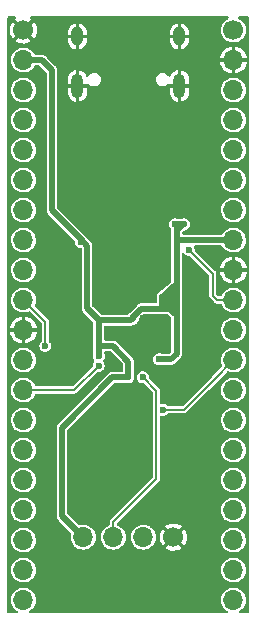
<source format=gbr>
%TF.GenerationSoftware,KiCad,Pcbnew,(6.0.1-0)*%
%TF.CreationDate,2023-04-29T18:30:50+02:00*%
%TF.ProjectId,archimedes,61726368-696d-4656-9465-732e6b696361,rev?*%
%TF.SameCoordinates,Original*%
%TF.FileFunction,Copper,L2,Bot*%
%TF.FilePolarity,Positive*%
%FSLAX46Y46*%
G04 Gerber Fmt 4.6, Leading zero omitted, Abs format (unit mm)*
G04 Created by KiCad (PCBNEW (6.0.1-0)) date 2023-04-29 18:30:50*
%MOMM*%
%LPD*%
G01*
G04 APERTURE LIST*
%TA.AperFunction,ComponentPad*%
%ADD10O,1.700000X1.700000*%
%TD*%
%TA.AperFunction,ComponentPad*%
%ADD11C,1.700000*%
%TD*%
%TA.AperFunction,ComponentPad*%
%ADD12O,1.000000X2.100000*%
%TD*%
%TA.AperFunction,ComponentPad*%
%ADD13O,1.000000X1.600000*%
%TD*%
%TA.AperFunction,ViaPad*%
%ADD14C,0.600000*%
%TD*%
%TA.AperFunction,Conductor*%
%ADD15C,0.500000*%
%TD*%
%TA.AperFunction,Conductor*%
%ADD16C,0.300000*%
%TD*%
%TA.AperFunction,Conductor*%
%ADD17C,0.200000*%
%TD*%
G04 APERTURE END LIST*
D10*
%TO.P,J4,1,Pin_1*%
%TO.N,+3V3*%
X146690000Y-114345000D03*
%TO.P,J4,2,Pin_2*%
%TO.N,/MCU and Flash/SWDIO*%
X149230000Y-114345000D03*
%TO.P,J4,3,Pin_3*%
%TO.N,/MCU and Flash/SWCLK*%
X151770000Y-114345000D03*
D11*
%TO.P,J4,4,Pin_4*%
%TO.N,GND*%
X154310000Y-114345000D03*
%TD*%
D12*
%TO.P,J1,S1,SHIELD*%
%TO.N,GND*%
X154820000Y-76130000D03*
X146180000Y-76130000D03*
D13*
X146180000Y-71950000D03*
X154820000Y-71950000D03*
%TD*%
D11*
%TO.P,J3,1,Pin_1*%
%TO.N,VBUS*%
X159390000Y-71400000D03*
D10*
%TO.P,J3,2,Pin_2*%
%TO.N,GND*%
X159390000Y-73940000D03*
%TO.P,J3,3,Pin_3*%
%TO.N,+5V*%
X159390000Y-76480000D03*
%TO.P,J3,4,Pin_4*%
%TO.N,/MCU and Flash/ADC3*%
X159390000Y-79020000D03*
%TO.P,J3,5,Pin_5*%
%TO.N,/MCU and Flash/ADC2*%
X159390000Y-81560000D03*
%TO.P,J3,6,Pin_6*%
%TO.N,/MCU and Flash/ADC1*%
X159390000Y-84100000D03*
%TO.P,J3,7,Pin_7*%
%TO.N,/MCU and Flash/ADC0*%
X159390000Y-86640000D03*
%TO.P,J3,8,Pin_8*%
%TO.N,+3V3*%
X159390000Y-89180000D03*
%TO.P,J3,9,Pin_9*%
%TO.N,GND*%
X159390000Y-91720000D03*
%TO.P,J3,10,Pin_10*%
%TO.N,/MCU and Flash/GPIO25*%
X159390000Y-94260000D03*
%TO.P,J3,11,Pin_11*%
%TO.N,/MCU and Flash/GPIO24*%
X159390000Y-96800000D03*
%TO.P,J3,12,Pin_12*%
%TO.N,/MCU and Flash/~{RUN}*%
X159390000Y-99340000D03*
%TO.P,J3,13,Pin_13*%
%TO.N,/MCU and Flash/GPIO23*%
X159390000Y-101880000D03*
%TO.P,J3,14,Pin_14*%
%TO.N,/MCU and Flash/GPIO22*%
X159390000Y-104420000D03*
%TO.P,J3,15,Pin_15*%
%TO.N,/MCU and Flash/GPIO21*%
X159390000Y-106960000D03*
%TO.P,J3,16,Pin_16*%
%TO.N,/MCU and Flash/GPIO20*%
X159390000Y-109500000D03*
%TO.P,J3,17,Pin_17*%
%TO.N,/MCU and Flash/GPIO19*%
X159390000Y-112040000D03*
%TO.P,J3,18,Pin_18*%
%TO.N,/MCU and Flash/GPIO18*%
X159390000Y-114580000D03*
%TO.P,J3,19,Pin_19*%
%TO.N,/MCU and Flash/GPIO17*%
X159390000Y-117120000D03*
%TO.P,J3,20,Pin_20*%
%TO.N,/MCU and Flash/GPIO16*%
X159390000Y-119660000D03*
%TD*%
D11*
%TO.P,J2,1,Pin_1*%
%TO.N,GND*%
X141610000Y-71400000D03*
D10*
%TO.P,J2,2,Pin_2*%
%TO.N,+3V3*%
X141610000Y-73940000D03*
%TO.P,J2,3,Pin_3*%
%TO.N,/MCU and Flash/GPIO0*%
X141610000Y-76480000D03*
%TO.P,J2,4,Pin_4*%
%TO.N,/MCU and Flash/GPIO1*%
X141610000Y-79020000D03*
%TO.P,J2,5,Pin_5*%
%TO.N,/MCU and Flash/GPIO2*%
X141610000Y-81560000D03*
%TO.P,J2,6,Pin_6*%
%TO.N,/MCU and Flash/GPIO3*%
X141610000Y-84100000D03*
%TO.P,J2,7,Pin_7*%
%TO.N,/MCU and Flash/GPIO4*%
X141610000Y-86640000D03*
%TO.P,J2,8,Pin_8*%
%TO.N,/MCU and Flash/GPIO5*%
X141610000Y-89180000D03*
%TO.P,J2,9,Pin_9*%
%TO.N,/MCU and Flash/GPIO6*%
X141610000Y-91720000D03*
%TO.P,J2,10,Pin_10*%
%TO.N,/MCU and Flash/GPIO7*%
X141610000Y-94260000D03*
%TO.P,J2,11,Pin_11*%
%TO.N,GND*%
X141610000Y-96800000D03*
%TO.P,J2,12,Pin_12*%
%TO.N,+3V3*%
X141610000Y-99340000D03*
%TO.P,J2,13,Pin_13*%
%TO.N,/MCU and Flash/GPIO8*%
X141610000Y-101880000D03*
%TO.P,J2,14,Pin_14*%
%TO.N,/MCU and Flash/GPIO9*%
X141610000Y-104420000D03*
%TO.P,J2,15,Pin_15*%
%TO.N,/MCU and Flash/GPIO10*%
X141610000Y-106960000D03*
%TO.P,J2,16,Pin_16*%
%TO.N,/MCU and Flash/GPIO11*%
X141610000Y-109500000D03*
%TO.P,J2,17,Pin_17*%
%TO.N,/MCU and Flash/GPIO12*%
X141610000Y-112040000D03*
%TO.P,J2,18,Pin_18*%
%TO.N,/MCU and Flash/GPIO13*%
X141610000Y-114580000D03*
%TO.P,J2,19,Pin_19*%
%TO.N,/MCU and Flash/GPIO14*%
X141610000Y-117120000D03*
%TO.P,J2,20,Pin_20*%
%TO.N,/MCU and Flash/GPIO15*%
X141610000Y-119660000D03*
%TD*%
D14*
%TO.N,GND*%
X147400000Y-105500000D03*
X148100000Y-100800000D03*
X152700000Y-85800000D03*
X148000000Y-88350000D03*
X151700000Y-97100000D03*
X149410000Y-75750000D03*
X145800000Y-81250000D03*
X148750000Y-85700000D03*
X150450000Y-91600000D03*
X145750000Y-77950000D03*
X151700000Y-107500000D03*
X155590000Y-104080000D03*
X151746532Y-95794279D03*
X155750000Y-108200000D03*
X153700000Y-91750000D03*
X147850000Y-92350000D03*
X153705189Y-101887355D03*
X154300000Y-104100000D03*
X149850000Y-91150000D03*
X153400000Y-110350000D03*
X146600000Y-77950000D03*
X155300000Y-111200000D03*
X151450000Y-79600000D03*
X155925000Y-88350000D03*
X144400000Y-100450000D03*
X151400000Y-83950000D03*
X145700000Y-109500000D03*
X146026114Y-94138942D03*
X153100000Y-88800000D03*
X149800000Y-105500000D03*
X151700000Y-105500000D03*
X151317333Y-104786074D03*
X147700000Y-109500000D03*
X147208540Y-101700000D03*
X142650000Y-98150000D03*
X145700000Y-105500000D03*
X149700000Y-109500000D03*
X155950000Y-93950000D03*
X155950000Y-92850000D03*
X149300000Y-99500000D03*
X154400000Y-77950000D03*
X153000000Y-98310000D03*
X151700000Y-99500000D03*
X156650000Y-97750000D03*
X149300000Y-97100000D03*
X151400000Y-87050000D03*
X157930000Y-99240000D03*
X151700000Y-109500000D03*
X148700000Y-81400000D03*
X148800000Y-78800000D03*
X153650000Y-85800000D03*
X153050000Y-79900000D03*
X153000000Y-96300000D03*
X155750000Y-105900000D03*
X150250000Y-89750000D03*
X152800000Y-91750000D03*
X155600000Y-85650000D03*
X145700000Y-107500000D03*
X152930000Y-100360000D03*
X156130000Y-100660000D03*
X149180000Y-103760000D03*
X154150000Y-106000000D03*
X155250000Y-77950000D03*
X151950000Y-75760000D03*
X146750000Y-104325000D03*
X145800000Y-83550000D03*
X150500000Y-98300000D03*
%TO.N,+3V3*%
X155200000Y-87850000D03*
X154450000Y-87850000D03*
X154300000Y-93400000D03*
X154300000Y-95100000D03*
X147998124Y-99017788D03*
X146450000Y-89330000D03*
X147997548Y-95974996D03*
X153450000Y-94050000D03*
X153102852Y-99289626D03*
X154300000Y-94250000D03*
X150496044Y-100813626D03*
X150920000Y-95800980D03*
%TO.N,/MCU and Flash/GPIO7*%
X143476071Y-98153929D03*
%TO.N,/MCU and Flash/SWDIO*%
X151720000Y-100810000D03*
%TO.N,/MCU and Flash/GPIO25*%
X155612500Y-90000000D03*
%TO.N,/MCU and Flash/GPIO8*%
X147987344Y-99817218D03*
%TO.N,/MCU and Flash/~{RUN}*%
X153450000Y-103550000D03*
%TD*%
D15*
%TO.N,+3V3*%
X149177452Y-98152452D02*
X147997548Y-98152452D01*
D16*
X154380020Y-95180020D02*
X154300000Y-95100000D01*
D15*
X146450000Y-89100000D02*
X147000000Y-89650000D01*
X151584079Y-95000000D02*
X153550000Y-95000000D01*
X150920000Y-95664079D02*
X151584079Y-95000000D01*
X150745984Y-95974996D02*
X150920000Y-95800980D01*
X154820000Y-89180000D02*
X154600000Y-89400000D01*
X150500000Y-100809670D02*
X150500000Y-99475000D01*
X154820000Y-89180000D02*
X154820000Y-89170000D01*
X153550000Y-95000000D02*
X154300000Y-94250000D01*
X146645000Y-114345000D02*
X144875000Y-112575000D01*
X154110374Y-99289626D02*
X154600000Y-98800000D01*
X154600000Y-88000000D02*
X154450000Y-87850000D01*
X155175000Y-87850000D02*
X154425000Y-87850000D01*
X153102852Y-99289626D02*
X154110374Y-99289626D01*
X154300000Y-93400000D02*
X154600000Y-93100000D01*
X149136374Y-100813626D02*
X150496044Y-100813626D01*
X154600000Y-93100000D02*
X154600000Y-89400000D01*
X147997548Y-95974996D02*
X147997548Y-98152452D01*
X144875000Y-112575000D02*
X144875000Y-105075000D01*
X146690000Y-114345000D02*
X146645000Y-114345000D01*
X144025000Y-74800000D02*
X143165000Y-73940000D01*
X154600000Y-98800000D02*
X154600000Y-95050000D01*
X155100000Y-87850000D02*
X154600000Y-88350000D01*
X147997548Y-98152452D02*
X147997548Y-99017212D01*
X146450000Y-89100000D02*
X144025000Y-86675000D01*
X154600000Y-89400000D02*
X154600000Y-88950000D01*
X147997548Y-99017212D02*
X147998124Y-99017788D01*
X144025000Y-86675000D02*
X144025000Y-74800000D01*
X147997548Y-95974996D02*
X150745984Y-95974996D01*
X150496044Y-100813626D02*
X150500000Y-100809670D01*
X154350000Y-95050000D02*
X154300000Y-95100000D01*
X147000000Y-94977448D02*
X147997548Y-95974996D01*
X144875000Y-105075000D02*
X149136374Y-100813626D01*
X154600000Y-95050000D02*
X154350000Y-95050000D01*
X159390000Y-89180000D02*
X154820000Y-89180000D01*
X154600000Y-88950000D02*
X154600000Y-88350000D01*
X154600000Y-88350000D02*
X154600000Y-88000000D01*
X154820000Y-89170000D02*
X154600000Y-88950000D01*
X155200000Y-87850000D02*
X155100000Y-87850000D01*
D16*
X150920000Y-95800980D02*
X150920000Y-95702263D01*
D15*
X150500000Y-99475000D02*
X149177452Y-98152452D01*
X143165000Y-73940000D02*
X141610000Y-73940000D01*
X147000000Y-89650000D02*
X147000000Y-94977448D01*
X150920000Y-95800980D02*
X150920000Y-95664079D01*
D17*
%TO.N,/MCU and Flash/GPIO7*%
X141610000Y-94260000D02*
X143476071Y-96126071D01*
X143476071Y-96126071D02*
X143476071Y-98153929D01*
%TO.N,/MCU and Flash/SWDIO*%
X152875000Y-109425000D02*
X149220000Y-113080000D01*
X149220000Y-113080000D02*
X149220000Y-114625000D01*
X152875000Y-101965000D02*
X152875000Y-109425000D01*
X151720000Y-100810000D02*
X152875000Y-101965000D01*
%TO.N,/MCU and Flash/GPIO25*%
X157650000Y-92037500D02*
X157650000Y-93900000D01*
X155612500Y-90000000D02*
X157650000Y-92037500D01*
X158010000Y-94260000D02*
X159390000Y-94260000D01*
X157650000Y-93900000D02*
X158010000Y-94260000D01*
%TO.N,/MCU and Flash/GPIO8*%
X141610000Y-101880000D02*
X145924562Y-101880000D01*
X145924562Y-101880000D02*
X147987344Y-99817218D01*
%TO.N,/MCU and Flash/~{RUN}*%
X153450000Y-103550000D02*
X155180000Y-103550000D01*
X157730000Y-101000000D02*
X159390000Y-99340000D01*
X155180000Y-103550000D02*
X157730000Y-101000000D01*
%TD*%
%TA.AperFunction,Conductor*%
%TO.N,GND*%
G36*
X140991777Y-70268907D02*
G01*
X141027741Y-70318407D01*
X141027741Y-70379593D01*
X140991777Y-70429093D01*
X140984204Y-70434081D01*
X140935057Y-70463320D01*
X140927733Y-70468641D01*
X140919831Y-70475572D01*
X140913012Y-70487034D01*
X140913335Y-70490551D01*
X140914706Y-70492574D01*
X141598914Y-71176782D01*
X141610797Y-71182836D01*
X141615828Y-71182040D01*
X142302539Y-70495329D01*
X142308593Y-70483446D01*
X142308147Y-70480625D01*
X142232232Y-70432727D01*
X142193108Y-70385685D01*
X142189106Y-70324631D01*
X142221755Y-70272885D01*
X142278585Y-70250212D01*
X142285060Y-70250000D01*
X158919144Y-70250000D01*
X158977335Y-70268907D01*
X159013299Y-70318407D01*
X159013299Y-70379593D01*
X158977335Y-70429093D01*
X158965011Y-70436734D01*
X158816291Y-70514483D01*
X158816285Y-70514487D01*
X158812002Y-70516726D01*
X158808231Y-70519758D01*
X158655220Y-70642781D01*
X158655217Y-70642783D01*
X158651447Y-70645815D01*
X158648333Y-70649526D01*
X158648332Y-70649527D01*
X158596919Y-70710799D01*
X158519024Y-70803630D01*
X158516689Y-70807878D01*
X158516688Y-70807879D01*
X158509955Y-70820126D01*
X158419776Y-70984162D01*
X158418313Y-70988775D01*
X158418311Y-70988779D01*
X158406342Y-71026512D01*
X158357484Y-71180532D01*
X158356944Y-71185344D01*
X158356944Y-71185345D01*
X158344394Y-71297237D01*
X158334520Y-71385262D01*
X158351759Y-71590553D01*
X158353092Y-71595201D01*
X158353092Y-71595202D01*
X158361126Y-71623218D01*
X158408544Y-71788586D01*
X158502712Y-71971818D01*
X158630677Y-72133270D01*
X158634357Y-72136402D01*
X158634359Y-72136404D01*
X158747017Y-72232283D01*
X158787564Y-72266791D01*
X158791787Y-72269151D01*
X158791791Y-72269154D01*
X158873695Y-72314928D01*
X158967398Y-72367297D01*
X158971996Y-72368791D01*
X159158724Y-72429463D01*
X159158726Y-72429464D01*
X159163329Y-72430959D01*
X159367894Y-72455351D01*
X159372716Y-72454980D01*
X159372719Y-72454980D01*
X159440541Y-72449761D01*
X159573300Y-72439546D01*
X159771725Y-72384145D01*
X159776038Y-72381966D01*
X159776044Y-72381964D01*
X159951289Y-72293441D01*
X159951291Y-72293440D01*
X159955610Y-72291258D01*
X159990943Y-72263653D01*
X160114135Y-72167406D01*
X160114139Y-72167402D01*
X160117951Y-72164424D01*
X160252564Y-72008472D01*
X160271231Y-71975613D01*
X160351934Y-71833550D01*
X160351935Y-71833547D01*
X160354323Y-71829344D01*
X160364085Y-71800000D01*
X160417824Y-71638454D01*
X160417824Y-71638452D01*
X160419351Y-71633863D01*
X160445171Y-71429474D01*
X160445583Y-71400000D01*
X160436501Y-71307371D01*
X160425952Y-71199780D01*
X160425951Y-71199776D01*
X160425480Y-71194970D01*
X160422520Y-71185164D01*
X160367333Y-71002380D01*
X160365935Y-70997749D01*
X160269218Y-70815849D01*
X160139011Y-70656200D01*
X159980275Y-70524882D01*
X159816048Y-70436085D01*
X159773854Y-70391777D01*
X159765761Y-70331129D01*
X159794863Y-70277307D01*
X159850042Y-70250870D01*
X159863135Y-70250000D01*
X160651000Y-70250000D01*
X160709191Y-70268907D01*
X160745155Y-70318407D01*
X160750000Y-70349000D01*
X160750000Y-120651000D01*
X160731093Y-120709191D01*
X160681593Y-120745155D01*
X160651000Y-120750000D01*
X159977726Y-120750000D01*
X159919535Y-120731093D01*
X159883571Y-120681593D01*
X159883571Y-120620407D01*
X159919535Y-120570907D01*
X159933090Y-120562634D01*
X159951285Y-120553443D01*
X159951287Y-120553442D01*
X159955610Y-120551258D01*
X159990943Y-120523653D01*
X160114135Y-120427406D01*
X160114139Y-120427402D01*
X160117951Y-120424424D01*
X160252564Y-120268472D01*
X160271231Y-120235613D01*
X160351934Y-120093550D01*
X160351935Y-120093547D01*
X160354323Y-120089344D01*
X160367882Y-120048586D01*
X160417824Y-119898454D01*
X160417824Y-119898452D01*
X160419351Y-119893863D01*
X160445171Y-119689474D01*
X160445583Y-119660000D01*
X160425480Y-119454970D01*
X160365935Y-119257749D01*
X160269218Y-119075849D01*
X160139011Y-118916200D01*
X159980275Y-118784882D01*
X159799055Y-118686897D01*
X159735855Y-118667333D01*
X159606875Y-118627407D01*
X159606871Y-118627406D01*
X159602254Y-118625977D01*
X159597446Y-118625472D01*
X159597443Y-118625471D01*
X159402185Y-118604949D01*
X159402183Y-118604949D01*
X159397369Y-118604443D01*
X159337354Y-118609905D01*
X159197022Y-118622675D01*
X159197017Y-118622676D01*
X159192203Y-118623114D01*
X158994572Y-118681280D01*
X158990288Y-118683519D01*
X158990287Y-118683520D01*
X158979428Y-118689197D01*
X158812002Y-118776726D01*
X158808231Y-118779758D01*
X158655220Y-118902781D01*
X158655217Y-118902783D01*
X158651447Y-118905815D01*
X158648333Y-118909526D01*
X158648332Y-118909527D01*
X158639585Y-118919952D01*
X158519024Y-119063630D01*
X158516689Y-119067878D01*
X158516688Y-119067879D01*
X158509955Y-119080126D01*
X158419776Y-119244162D01*
X158357484Y-119440532D01*
X158356944Y-119445344D01*
X158356944Y-119445345D01*
X158355865Y-119454970D01*
X158334520Y-119645262D01*
X158351759Y-119850553D01*
X158408544Y-120048586D01*
X158502712Y-120231818D01*
X158630677Y-120393270D01*
X158634357Y-120396402D01*
X158634359Y-120396404D01*
X158747017Y-120492283D01*
X158787564Y-120526791D01*
X158791787Y-120529151D01*
X158791791Y-120529154D01*
X158855181Y-120564581D01*
X158896753Y-120609474D01*
X158903998Y-120670229D01*
X158874148Y-120723639D01*
X158818605Y-120749304D01*
X158806883Y-120750000D01*
X142197726Y-120750000D01*
X142139535Y-120731093D01*
X142103571Y-120681593D01*
X142103571Y-120620407D01*
X142139535Y-120570907D01*
X142153090Y-120562634D01*
X142171285Y-120553443D01*
X142171287Y-120553442D01*
X142175610Y-120551258D01*
X142210943Y-120523653D01*
X142334135Y-120427406D01*
X142334139Y-120427402D01*
X142337951Y-120424424D01*
X142472564Y-120268472D01*
X142491231Y-120235613D01*
X142571934Y-120093550D01*
X142571935Y-120093547D01*
X142574323Y-120089344D01*
X142587882Y-120048586D01*
X142637824Y-119898454D01*
X142637824Y-119898452D01*
X142639351Y-119893863D01*
X142665171Y-119689474D01*
X142665583Y-119660000D01*
X142645480Y-119454970D01*
X142585935Y-119257749D01*
X142489218Y-119075849D01*
X142359011Y-118916200D01*
X142200275Y-118784882D01*
X142019055Y-118686897D01*
X141955855Y-118667333D01*
X141826875Y-118627407D01*
X141826871Y-118627406D01*
X141822254Y-118625977D01*
X141817446Y-118625472D01*
X141817443Y-118625471D01*
X141622185Y-118604949D01*
X141622183Y-118604949D01*
X141617369Y-118604443D01*
X141557354Y-118609905D01*
X141417022Y-118622675D01*
X141417017Y-118622676D01*
X141412203Y-118623114D01*
X141214572Y-118681280D01*
X141210288Y-118683519D01*
X141210287Y-118683520D01*
X141199428Y-118689197D01*
X141032002Y-118776726D01*
X141028231Y-118779758D01*
X140875220Y-118902781D01*
X140875217Y-118902783D01*
X140871447Y-118905815D01*
X140868333Y-118909526D01*
X140868332Y-118909527D01*
X140859585Y-118919952D01*
X140739024Y-119063630D01*
X140736689Y-119067878D01*
X140736688Y-119067879D01*
X140729955Y-119080126D01*
X140639776Y-119244162D01*
X140577484Y-119440532D01*
X140576944Y-119445344D01*
X140576944Y-119445345D01*
X140575865Y-119454970D01*
X140554520Y-119645262D01*
X140571759Y-119850553D01*
X140628544Y-120048586D01*
X140722712Y-120231818D01*
X140850677Y-120393270D01*
X140854357Y-120396402D01*
X140854359Y-120396404D01*
X140967017Y-120492283D01*
X141007564Y-120526791D01*
X141011787Y-120529151D01*
X141011791Y-120529154D01*
X141075181Y-120564581D01*
X141116753Y-120609474D01*
X141123998Y-120670229D01*
X141094148Y-120723639D01*
X141038605Y-120749304D01*
X141026883Y-120750000D01*
X140349000Y-120750000D01*
X140290809Y-120731093D01*
X140254845Y-120681593D01*
X140250000Y-120651000D01*
X140250000Y-117105262D01*
X140554520Y-117105262D01*
X140571759Y-117310553D01*
X140628544Y-117508586D01*
X140722712Y-117691818D01*
X140850677Y-117853270D01*
X140854357Y-117856402D01*
X140854359Y-117856404D01*
X140967017Y-117952283D01*
X141007564Y-117986791D01*
X141011787Y-117989151D01*
X141011791Y-117989154D01*
X141051342Y-118011258D01*
X141187398Y-118087297D01*
X141191996Y-118088791D01*
X141378724Y-118149463D01*
X141378726Y-118149464D01*
X141383329Y-118150959D01*
X141587894Y-118175351D01*
X141592716Y-118174980D01*
X141592719Y-118174980D01*
X141660541Y-118169761D01*
X141793300Y-118159546D01*
X141991725Y-118104145D01*
X141996038Y-118101966D01*
X141996044Y-118101964D01*
X142171289Y-118013441D01*
X142171291Y-118013440D01*
X142175610Y-118011258D01*
X142210943Y-117983653D01*
X142334135Y-117887406D01*
X142334139Y-117887402D01*
X142337951Y-117884424D01*
X142472564Y-117728472D01*
X142491231Y-117695613D01*
X142571934Y-117553550D01*
X142571935Y-117553547D01*
X142574323Y-117549344D01*
X142587882Y-117508586D01*
X142637824Y-117358454D01*
X142637824Y-117358452D01*
X142639351Y-117353863D01*
X142665171Y-117149474D01*
X142665583Y-117120000D01*
X142664138Y-117105262D01*
X158334520Y-117105262D01*
X158351759Y-117310553D01*
X158408544Y-117508586D01*
X158502712Y-117691818D01*
X158630677Y-117853270D01*
X158634357Y-117856402D01*
X158634359Y-117856404D01*
X158747017Y-117952283D01*
X158787564Y-117986791D01*
X158791787Y-117989151D01*
X158791791Y-117989154D01*
X158831342Y-118011258D01*
X158967398Y-118087297D01*
X158971996Y-118088791D01*
X159158724Y-118149463D01*
X159158726Y-118149464D01*
X159163329Y-118150959D01*
X159367894Y-118175351D01*
X159372716Y-118174980D01*
X159372719Y-118174980D01*
X159440541Y-118169761D01*
X159573300Y-118159546D01*
X159771725Y-118104145D01*
X159776038Y-118101966D01*
X159776044Y-118101964D01*
X159951289Y-118013441D01*
X159951291Y-118013440D01*
X159955610Y-118011258D01*
X159990943Y-117983653D01*
X160114135Y-117887406D01*
X160114139Y-117887402D01*
X160117951Y-117884424D01*
X160252564Y-117728472D01*
X160271231Y-117695613D01*
X160351934Y-117553550D01*
X160351935Y-117553547D01*
X160354323Y-117549344D01*
X160367882Y-117508586D01*
X160417824Y-117358454D01*
X160417824Y-117358452D01*
X160419351Y-117353863D01*
X160445171Y-117149474D01*
X160445583Y-117120000D01*
X160425480Y-116914970D01*
X160365935Y-116717749D01*
X160269218Y-116535849D01*
X160139011Y-116376200D01*
X159980275Y-116244882D01*
X159799055Y-116146897D01*
X159735855Y-116127333D01*
X159606875Y-116087407D01*
X159606871Y-116087406D01*
X159602254Y-116085977D01*
X159597446Y-116085472D01*
X159597443Y-116085471D01*
X159402185Y-116064949D01*
X159402183Y-116064949D01*
X159397369Y-116064443D01*
X159337354Y-116069905D01*
X159197022Y-116082675D01*
X159197017Y-116082676D01*
X159192203Y-116083114D01*
X158994572Y-116141280D01*
X158990288Y-116143519D01*
X158990287Y-116143520D01*
X158979428Y-116149197D01*
X158812002Y-116236726D01*
X158808231Y-116239758D01*
X158655220Y-116362781D01*
X158655217Y-116362783D01*
X158651447Y-116365815D01*
X158648333Y-116369526D01*
X158648332Y-116369527D01*
X158639585Y-116379952D01*
X158519024Y-116523630D01*
X158516689Y-116527878D01*
X158516688Y-116527879D01*
X158509955Y-116540126D01*
X158419776Y-116704162D01*
X158357484Y-116900532D01*
X158356944Y-116905344D01*
X158356944Y-116905345D01*
X158355865Y-116914970D01*
X158334520Y-117105262D01*
X142664138Y-117105262D01*
X142645480Y-116914970D01*
X142585935Y-116717749D01*
X142489218Y-116535849D01*
X142359011Y-116376200D01*
X142200275Y-116244882D01*
X142019055Y-116146897D01*
X141955855Y-116127333D01*
X141826875Y-116087407D01*
X141826871Y-116087406D01*
X141822254Y-116085977D01*
X141817446Y-116085472D01*
X141817443Y-116085471D01*
X141622185Y-116064949D01*
X141622183Y-116064949D01*
X141617369Y-116064443D01*
X141557354Y-116069905D01*
X141417022Y-116082675D01*
X141417017Y-116082676D01*
X141412203Y-116083114D01*
X141214572Y-116141280D01*
X141210288Y-116143519D01*
X141210287Y-116143520D01*
X141199428Y-116149197D01*
X141032002Y-116236726D01*
X141028231Y-116239758D01*
X140875220Y-116362781D01*
X140875217Y-116362783D01*
X140871447Y-116365815D01*
X140868333Y-116369526D01*
X140868332Y-116369527D01*
X140859585Y-116379952D01*
X140739024Y-116523630D01*
X140736689Y-116527878D01*
X140736688Y-116527879D01*
X140729955Y-116540126D01*
X140639776Y-116704162D01*
X140577484Y-116900532D01*
X140576944Y-116905344D01*
X140576944Y-116905345D01*
X140575865Y-116914970D01*
X140554520Y-117105262D01*
X140250000Y-117105262D01*
X140250000Y-114565262D01*
X140554520Y-114565262D01*
X140558464Y-114612228D01*
X140569017Y-114737896D01*
X140571759Y-114770553D01*
X140628544Y-114968586D01*
X140722712Y-115151818D01*
X140850677Y-115313270D01*
X140854357Y-115316402D01*
X140854359Y-115316404D01*
X140907657Y-115361764D01*
X141007564Y-115446791D01*
X141011787Y-115449151D01*
X141011791Y-115449154D01*
X141128702Y-115514493D01*
X141187398Y-115547297D01*
X141191996Y-115548791D01*
X141378724Y-115609463D01*
X141378726Y-115609464D01*
X141383329Y-115610959D01*
X141587894Y-115635351D01*
X141592716Y-115634980D01*
X141592719Y-115634980D01*
X141660541Y-115629761D01*
X141793300Y-115619546D01*
X141991725Y-115564145D01*
X141996038Y-115561966D01*
X141996044Y-115561964D01*
X142171289Y-115473441D01*
X142171291Y-115473440D01*
X142175610Y-115471258D01*
X142179427Y-115468276D01*
X142334135Y-115347406D01*
X142334139Y-115347402D01*
X142337951Y-115344424D01*
X142350017Y-115330446D01*
X142397313Y-115275651D01*
X142472564Y-115188472D01*
X142491231Y-115155613D01*
X142571934Y-115013550D01*
X142571935Y-115013547D01*
X142574323Y-115009344D01*
X142576550Y-115002652D01*
X142637824Y-114818454D01*
X142637824Y-114818452D01*
X142639351Y-114813863D01*
X142644344Y-114774344D01*
X142664823Y-114612228D01*
X142665171Y-114609474D01*
X142665583Y-114580000D01*
X142659812Y-114521144D01*
X142645952Y-114379780D01*
X142645951Y-114379776D01*
X142645480Y-114374970D01*
X142636432Y-114345000D01*
X142587333Y-114182380D01*
X142585935Y-114177749D01*
X142489218Y-113995849D01*
X142359011Y-113836200D01*
X142342790Y-113822781D01*
X142204002Y-113707965D01*
X142204000Y-113707964D01*
X142200275Y-113704882D01*
X142019055Y-113606897D01*
X141955855Y-113587333D01*
X141826875Y-113547407D01*
X141826871Y-113547406D01*
X141822254Y-113545977D01*
X141817446Y-113545472D01*
X141817443Y-113545471D01*
X141622185Y-113524949D01*
X141622183Y-113524949D01*
X141617369Y-113524443D01*
X141557354Y-113529905D01*
X141417022Y-113542675D01*
X141417017Y-113542676D01*
X141412203Y-113543114D01*
X141214572Y-113601280D01*
X141210288Y-113603519D01*
X141210287Y-113603520D01*
X141199428Y-113609197D01*
X141032002Y-113696726D01*
X141028231Y-113699758D01*
X140875220Y-113822781D01*
X140875217Y-113822783D01*
X140871447Y-113825815D01*
X140868333Y-113829526D01*
X140868332Y-113829527D01*
X140859585Y-113839952D01*
X140739024Y-113983630D01*
X140736689Y-113987878D01*
X140736688Y-113987879D01*
X140729955Y-114000126D01*
X140639776Y-114164162D01*
X140577484Y-114360532D01*
X140576944Y-114365344D01*
X140576944Y-114365345D01*
X140559469Y-114521144D01*
X140554520Y-114565262D01*
X140250000Y-114565262D01*
X140250000Y-112025262D01*
X140554520Y-112025262D01*
X140571759Y-112230553D01*
X140628544Y-112428586D01*
X140722712Y-112611818D01*
X140850677Y-112773270D01*
X140854357Y-112776402D01*
X140854359Y-112776404D01*
X140939890Y-112849196D01*
X141007564Y-112906791D01*
X141011787Y-112909151D01*
X141011791Y-112909154D01*
X141128702Y-112974493D01*
X141187398Y-113007297D01*
X141191996Y-113008791D01*
X141378724Y-113069463D01*
X141378726Y-113069464D01*
X141383329Y-113070959D01*
X141587894Y-113095351D01*
X141592716Y-113094980D01*
X141592719Y-113094980D01*
X141660541Y-113089761D01*
X141793300Y-113079546D01*
X141991725Y-113024145D01*
X141996038Y-113021966D01*
X141996044Y-113021964D01*
X142171289Y-112933441D01*
X142171291Y-112933440D01*
X142175610Y-112931258D01*
X142210943Y-112903653D01*
X142334135Y-112807406D01*
X142334139Y-112807402D01*
X142337951Y-112804424D01*
X142362167Y-112776370D01*
X142420351Y-112708962D01*
X142472564Y-112648472D01*
X142491231Y-112615613D01*
X142571934Y-112473550D01*
X142571935Y-112473547D01*
X142574323Y-112469344D01*
X142587882Y-112428586D01*
X142637824Y-112278454D01*
X142637824Y-112278452D01*
X142639351Y-112273863D01*
X142665171Y-112069474D01*
X142665583Y-112040000D01*
X142645480Y-111834970D01*
X142585935Y-111637749D01*
X142489218Y-111455849D01*
X142359011Y-111296200D01*
X142200275Y-111164882D01*
X142019055Y-111066897D01*
X141955855Y-111047333D01*
X141826875Y-111007407D01*
X141826871Y-111007406D01*
X141822254Y-111005977D01*
X141817446Y-111005472D01*
X141817443Y-111005471D01*
X141622185Y-110984949D01*
X141622183Y-110984949D01*
X141617369Y-110984443D01*
X141557354Y-110989905D01*
X141417022Y-111002675D01*
X141417017Y-111002676D01*
X141412203Y-111003114D01*
X141214572Y-111061280D01*
X141210288Y-111063519D01*
X141210287Y-111063520D01*
X141199428Y-111069197D01*
X141032002Y-111156726D01*
X141028231Y-111159758D01*
X140875220Y-111282781D01*
X140875217Y-111282783D01*
X140871447Y-111285815D01*
X140868333Y-111289526D01*
X140868332Y-111289527D01*
X140859585Y-111299952D01*
X140739024Y-111443630D01*
X140736689Y-111447878D01*
X140736688Y-111447879D01*
X140729955Y-111460126D01*
X140639776Y-111624162D01*
X140577484Y-111820532D01*
X140576944Y-111825344D01*
X140576944Y-111825345D01*
X140575865Y-111834970D01*
X140554520Y-112025262D01*
X140250000Y-112025262D01*
X140250000Y-109485262D01*
X140554520Y-109485262D01*
X140558000Y-109526699D01*
X140570069Y-109670425D01*
X140571759Y-109690553D01*
X140628544Y-109888586D01*
X140722712Y-110071818D01*
X140850677Y-110233270D01*
X140854357Y-110236402D01*
X140854359Y-110236404D01*
X140967017Y-110332283D01*
X141007564Y-110366791D01*
X141011787Y-110369151D01*
X141011791Y-110369154D01*
X141051342Y-110391258D01*
X141187398Y-110467297D01*
X141191996Y-110468791D01*
X141378724Y-110529463D01*
X141378726Y-110529464D01*
X141383329Y-110530959D01*
X141587894Y-110555351D01*
X141592716Y-110554980D01*
X141592719Y-110554980D01*
X141660541Y-110549761D01*
X141793300Y-110539546D01*
X141991725Y-110484145D01*
X141996038Y-110481966D01*
X141996044Y-110481964D01*
X142171289Y-110393441D01*
X142171291Y-110393440D01*
X142175610Y-110391258D01*
X142210943Y-110363653D01*
X142334135Y-110267406D01*
X142334139Y-110267402D01*
X142337951Y-110264424D01*
X142472564Y-110108472D01*
X142491231Y-110075613D01*
X142571934Y-109933550D01*
X142571935Y-109933547D01*
X142574323Y-109929344D01*
X142587882Y-109888586D01*
X142637824Y-109738454D01*
X142637824Y-109738452D01*
X142639351Y-109733863D01*
X142647944Y-109665846D01*
X142664823Y-109532228D01*
X142665171Y-109529474D01*
X142665263Y-109522934D01*
X142665544Y-109502776D01*
X142665583Y-109500000D01*
X142665313Y-109497244D01*
X142645952Y-109299780D01*
X142645951Y-109299776D01*
X142645480Y-109294970D01*
X142585935Y-109097749D01*
X142489218Y-108915849D01*
X142359011Y-108756200D01*
X142200275Y-108624882D01*
X142019055Y-108526897D01*
X141955855Y-108507333D01*
X141826875Y-108467407D01*
X141826871Y-108467406D01*
X141822254Y-108465977D01*
X141817446Y-108465472D01*
X141817443Y-108465471D01*
X141622185Y-108444949D01*
X141622183Y-108444949D01*
X141617369Y-108444443D01*
X141557354Y-108449905D01*
X141417022Y-108462675D01*
X141417017Y-108462676D01*
X141412203Y-108463114D01*
X141214572Y-108521280D01*
X141210288Y-108523519D01*
X141210287Y-108523520D01*
X141199428Y-108529197D01*
X141032002Y-108616726D01*
X141028231Y-108619758D01*
X140875220Y-108742781D01*
X140875217Y-108742783D01*
X140871447Y-108745815D01*
X140868333Y-108749526D01*
X140868332Y-108749527D01*
X140859585Y-108759952D01*
X140739024Y-108903630D01*
X140736689Y-108907878D01*
X140736688Y-108907879D01*
X140729955Y-108920126D01*
X140639776Y-109084162D01*
X140577484Y-109280532D01*
X140576944Y-109285344D01*
X140576944Y-109285345D01*
X140557317Y-109460330D01*
X140554520Y-109485262D01*
X140250000Y-109485262D01*
X140250000Y-106945262D01*
X140554520Y-106945262D01*
X140571759Y-107150553D01*
X140628544Y-107348586D01*
X140722712Y-107531818D01*
X140850677Y-107693270D01*
X140854357Y-107696402D01*
X140854359Y-107696404D01*
X140967017Y-107792283D01*
X141007564Y-107826791D01*
X141011787Y-107829151D01*
X141011791Y-107829154D01*
X141051342Y-107851258D01*
X141187398Y-107927297D01*
X141191996Y-107928791D01*
X141378724Y-107989463D01*
X141378726Y-107989464D01*
X141383329Y-107990959D01*
X141587894Y-108015351D01*
X141592716Y-108014980D01*
X141592719Y-108014980D01*
X141660541Y-108009761D01*
X141793300Y-107999546D01*
X141991725Y-107944145D01*
X141996038Y-107941966D01*
X141996044Y-107941964D01*
X142171289Y-107853441D01*
X142171291Y-107853440D01*
X142175610Y-107851258D01*
X142210943Y-107823653D01*
X142334135Y-107727406D01*
X142334139Y-107727402D01*
X142337951Y-107724424D01*
X142472564Y-107568472D01*
X142491231Y-107535613D01*
X142571934Y-107393550D01*
X142571935Y-107393547D01*
X142574323Y-107389344D01*
X142587882Y-107348586D01*
X142637824Y-107198454D01*
X142637824Y-107198452D01*
X142639351Y-107193863D01*
X142665171Y-106989474D01*
X142665583Y-106960000D01*
X142645480Y-106754970D01*
X142585935Y-106557749D01*
X142489218Y-106375849D01*
X142359011Y-106216200D01*
X142200275Y-106084882D01*
X142019055Y-105986897D01*
X141955855Y-105967333D01*
X141826875Y-105927407D01*
X141826871Y-105927406D01*
X141822254Y-105925977D01*
X141817446Y-105925472D01*
X141817443Y-105925471D01*
X141622185Y-105904949D01*
X141622183Y-105904949D01*
X141617369Y-105904443D01*
X141557354Y-105909905D01*
X141417022Y-105922675D01*
X141417017Y-105922676D01*
X141412203Y-105923114D01*
X141214572Y-105981280D01*
X141210288Y-105983519D01*
X141210287Y-105983520D01*
X141199428Y-105989197D01*
X141032002Y-106076726D01*
X141028231Y-106079758D01*
X140875220Y-106202781D01*
X140875217Y-106202783D01*
X140871447Y-106205815D01*
X140868333Y-106209526D01*
X140868332Y-106209527D01*
X140859585Y-106219952D01*
X140739024Y-106363630D01*
X140736689Y-106367878D01*
X140736688Y-106367879D01*
X140729955Y-106380126D01*
X140639776Y-106544162D01*
X140577484Y-106740532D01*
X140576944Y-106745344D01*
X140576944Y-106745345D01*
X140575865Y-106754970D01*
X140554520Y-106945262D01*
X140250000Y-106945262D01*
X140250000Y-104405262D01*
X140554520Y-104405262D01*
X140571759Y-104610553D01*
X140573092Y-104615201D01*
X140573092Y-104615202D01*
X140617255Y-104769215D01*
X140628544Y-104808586D01*
X140722712Y-104991818D01*
X140850677Y-105153270D01*
X140854357Y-105156402D01*
X140854359Y-105156404D01*
X140943898Y-105232607D01*
X141007564Y-105286791D01*
X141011787Y-105289151D01*
X141011791Y-105289154D01*
X141051342Y-105311258D01*
X141187398Y-105387297D01*
X141191996Y-105388791D01*
X141378724Y-105449463D01*
X141378726Y-105449464D01*
X141383329Y-105450959D01*
X141587894Y-105475351D01*
X141592716Y-105474980D01*
X141592719Y-105474980D01*
X141660541Y-105469761D01*
X141793300Y-105459546D01*
X141991725Y-105404145D01*
X141996038Y-105401966D01*
X141996044Y-105401964D01*
X142171289Y-105313441D01*
X142171291Y-105313440D01*
X142175610Y-105311258D01*
X142239166Y-105261603D01*
X142334135Y-105187406D01*
X142334139Y-105187402D01*
X142337951Y-105184424D01*
X142472564Y-105028472D01*
X142483562Y-105009112D01*
X142571934Y-104853550D01*
X142571935Y-104853547D01*
X142574323Y-104849344D01*
X142586409Y-104813014D01*
X142637824Y-104658454D01*
X142637824Y-104658452D01*
X142639351Y-104653863D01*
X142665171Y-104449474D01*
X142665583Y-104420000D01*
X142645480Y-104214970D01*
X142585935Y-104017749D01*
X142489218Y-103835849D01*
X142359011Y-103676200D01*
X142200275Y-103544882D01*
X142019055Y-103446897D01*
X141955855Y-103427333D01*
X141826875Y-103387407D01*
X141826871Y-103387406D01*
X141822254Y-103385977D01*
X141817446Y-103385472D01*
X141817443Y-103385471D01*
X141622185Y-103364949D01*
X141622183Y-103364949D01*
X141617369Y-103364443D01*
X141557354Y-103369905D01*
X141417022Y-103382675D01*
X141417017Y-103382676D01*
X141412203Y-103383114D01*
X141214572Y-103441280D01*
X141210288Y-103443519D01*
X141210287Y-103443520D01*
X141199428Y-103449197D01*
X141032002Y-103536726D01*
X141028231Y-103539758D01*
X140875220Y-103662781D01*
X140875217Y-103662783D01*
X140871447Y-103665815D01*
X140868333Y-103669526D01*
X140868332Y-103669527D01*
X140744236Y-103817419D01*
X140739024Y-103823630D01*
X140736689Y-103827878D01*
X140736688Y-103827879D01*
X140731739Y-103836882D01*
X140639776Y-104004162D01*
X140638313Y-104008775D01*
X140638311Y-104008779D01*
X140625262Y-104049915D01*
X140577484Y-104200532D01*
X140576944Y-104205344D01*
X140576944Y-104205345D01*
X140575865Y-104214970D01*
X140554520Y-104405262D01*
X140250000Y-104405262D01*
X140250000Y-101865262D01*
X140554520Y-101865262D01*
X140560932Y-101941617D01*
X140570913Y-102060475D01*
X140571759Y-102070553D01*
X140573092Y-102075201D01*
X140573092Y-102075202D01*
X140603053Y-102179687D01*
X140628544Y-102268586D01*
X140722712Y-102451818D01*
X140850677Y-102613270D01*
X140854357Y-102616402D01*
X140854359Y-102616404D01*
X140967017Y-102712283D01*
X141007564Y-102746791D01*
X141011787Y-102749151D01*
X141011791Y-102749154D01*
X141051342Y-102771258D01*
X141187398Y-102847297D01*
X141191996Y-102848791D01*
X141378724Y-102909463D01*
X141378726Y-102909464D01*
X141383329Y-102910959D01*
X141587894Y-102935351D01*
X141592716Y-102934980D01*
X141592719Y-102934980D01*
X141660541Y-102929761D01*
X141793300Y-102919546D01*
X141991725Y-102864145D01*
X141996038Y-102861966D01*
X141996044Y-102861964D01*
X142171289Y-102773441D01*
X142171291Y-102773440D01*
X142175610Y-102771258D01*
X142210943Y-102743653D01*
X142334135Y-102647406D01*
X142334139Y-102647402D01*
X142337951Y-102644424D01*
X142472564Y-102488472D01*
X142491231Y-102455613D01*
X142571934Y-102313550D01*
X142571935Y-102313547D01*
X142574323Y-102309344D01*
X142587882Y-102268586D01*
X142594646Y-102248251D01*
X142630955Y-102199003D01*
X142688585Y-102180500D01*
X145871054Y-102180500D01*
X145875179Y-102180803D01*
X145879904Y-102182425D01*
X145929323Y-102180570D01*
X145933036Y-102180500D01*
X145952510Y-102180500D01*
X145956940Y-102179675D01*
X145962133Y-102179339D01*
X145978164Y-102178737D01*
X145982637Y-102178569D01*
X145991770Y-102178226D01*
X146000164Y-102174620D01*
X146000167Y-102174619D01*
X146002345Y-102173683D01*
X146023296Y-102167317D01*
X146034615Y-102165209D01*
X146057291Y-102151232D01*
X146070158Y-102144548D01*
X146088204Y-102136795D01*
X146088205Y-102136794D01*
X146094625Y-102134036D01*
X146099511Y-102130022D01*
X146103875Y-102125658D01*
X146121930Y-102111387D01*
X146129910Y-102106468D01*
X146147580Y-102083231D01*
X146156372Y-102073161D01*
X147883304Y-100346230D01*
X147937821Y-100318453D01*
X147955119Y-100317251D01*
X147999750Y-100318070D01*
X148042790Y-100318859D01*
X148042792Y-100318859D01*
X148049843Y-100318988D01*
X148056646Y-100317133D01*
X148056648Y-100317133D01*
X148157856Y-100289540D01*
X148188161Y-100281278D01*
X148310335Y-100206263D01*
X148406544Y-100099972D01*
X148469054Y-99970951D01*
X148472220Y-99952138D01*
X148492206Y-99833342D01*
X148492206Y-99833338D01*
X148492840Y-99829572D01*
X148492991Y-99817218D01*
X148472667Y-99675300D01*
X148445208Y-99614907D01*
X148416249Y-99551214D01*
X148416248Y-99551213D01*
X148413328Y-99544790D01*
X148371279Y-99495990D01*
X148364531Y-99488158D01*
X148340870Y-99431733D01*
X148354894Y-99372176D01*
X148366132Y-99357099D01*
X148412592Y-99305770D01*
X148417324Y-99300542D01*
X148479834Y-99171521D01*
X148483664Y-99148761D01*
X148502986Y-99033912D01*
X148502986Y-99033908D01*
X148503620Y-99030142D01*
X148503771Y-99017788D01*
X148483447Y-98875870D01*
X148456926Y-98817540D01*
X148448048Y-98776564D01*
X148448048Y-98701952D01*
X148466955Y-98643761D01*
X148516455Y-98607797D01*
X148547048Y-98602952D01*
X148949841Y-98602952D01*
X149008032Y-98621859D01*
X149019845Y-98631948D01*
X150020504Y-99632607D01*
X150048281Y-99687124D01*
X150049500Y-99702611D01*
X150049500Y-100264126D01*
X150030593Y-100322317D01*
X149981093Y-100358281D01*
X149950500Y-100363126D01*
X149169001Y-100363126D01*
X149157365Y-100362440D01*
X149155828Y-100362258D01*
X149122064Y-100358262D01*
X149114788Y-100359591D01*
X149114785Y-100359591D01*
X149095431Y-100363126D01*
X149063944Y-100368877D01*
X149060898Y-100369384D01*
X149002412Y-100378177D01*
X148995899Y-100381305D01*
X148988801Y-100382601D01*
X148964256Y-100395351D01*
X148936394Y-100409824D01*
X148933612Y-100411214D01*
X148886966Y-100433613D01*
X148886963Y-100433615D01*
X148880295Y-100436817D01*
X148875853Y-100440923D01*
X148873593Y-100442446D01*
X148868586Y-100445047D01*
X148863546Y-100449351D01*
X148825914Y-100486983D01*
X148823111Y-100489677D01*
X148786250Y-100523750D01*
X148786248Y-100523753D01*
X148780818Y-100528772D01*
X148777296Y-100534836D01*
X148770736Y-100542161D01*
X144579516Y-104733381D01*
X144570804Y-104741122D01*
X144542890Y-104763128D01*
X144511473Y-104808586D01*
X144509292Y-104811741D01*
X144507483Y-104814272D01*
X144484968Y-104844755D01*
X144472366Y-104861816D01*
X144469973Y-104868632D01*
X144465869Y-104874569D01*
X144463636Y-104881628D01*
X144463636Y-104881629D01*
X144448049Y-104930915D01*
X144447082Y-104933814D01*
X144427481Y-104989631D01*
X144427244Y-104995673D01*
X144426723Y-104998347D01*
X144425020Y-105003730D01*
X144424500Y-105010337D01*
X144424500Y-105063541D01*
X144424424Y-105067428D01*
X144422162Y-105124994D01*
X144423959Y-105131772D01*
X144424500Y-105141597D01*
X144424500Y-112542373D01*
X144423814Y-112554009D01*
X144419636Y-112589310D01*
X144420965Y-112596586D01*
X144420965Y-112596589D01*
X144430248Y-112647414D01*
X144430758Y-112650476D01*
X144439551Y-112708962D01*
X144442679Y-112715475D01*
X144443975Y-112722573D01*
X144447386Y-112729139D01*
X144471198Y-112774980D01*
X144472588Y-112777762D01*
X144494987Y-112824408D01*
X144494989Y-112824411D01*
X144498191Y-112831079D01*
X144502297Y-112835521D01*
X144503820Y-112837781D01*
X144506421Y-112842788D01*
X144510725Y-112847828D01*
X144548357Y-112885460D01*
X144551051Y-112888263D01*
X144585124Y-112925124D01*
X144585127Y-112925126D01*
X144590146Y-112930556D01*
X144596210Y-112934078D01*
X144603535Y-112940638D01*
X145646456Y-113983559D01*
X145674233Y-114038076D01*
X145670818Y-114083498D01*
X145657484Y-114125532D01*
X145656944Y-114130344D01*
X145656944Y-114130345D01*
X145651108Y-114182380D01*
X145634520Y-114330262D01*
X145651759Y-114535553D01*
X145653092Y-114540201D01*
X145653092Y-114540202D01*
X145661126Y-114568218D01*
X145708544Y-114733586D01*
X145802712Y-114916818D01*
X145930677Y-115078270D01*
X145934357Y-115081402D01*
X145934359Y-115081404D01*
X146017096Y-115151818D01*
X146087564Y-115211791D01*
X146091787Y-115214151D01*
X146091791Y-115214154D01*
X146173695Y-115259928D01*
X146267398Y-115312297D01*
X146271996Y-115313791D01*
X146458724Y-115374463D01*
X146458726Y-115374464D01*
X146463329Y-115375959D01*
X146667894Y-115400351D01*
X146672716Y-115399980D01*
X146672719Y-115399980D01*
X146740541Y-115394761D01*
X146873300Y-115384546D01*
X147071725Y-115329145D01*
X147076038Y-115326966D01*
X147076044Y-115326964D01*
X147251289Y-115238441D01*
X147251291Y-115238440D01*
X147255610Y-115236258D01*
X147290943Y-115208653D01*
X147414135Y-115112406D01*
X147414139Y-115112402D01*
X147417951Y-115109424D01*
X147552564Y-114953472D01*
X147571231Y-114920613D01*
X147651934Y-114778550D01*
X147651935Y-114778547D01*
X147654323Y-114774344D01*
X147657188Y-114765734D01*
X147717824Y-114583454D01*
X147717824Y-114583452D01*
X147719351Y-114578863D01*
X147720461Y-114570082D01*
X147744823Y-114377228D01*
X147745171Y-114374474D01*
X147745583Y-114345000D01*
X147744138Y-114330262D01*
X148174520Y-114330262D01*
X148191759Y-114535553D01*
X148193092Y-114540201D01*
X148193092Y-114540202D01*
X148201126Y-114568218D01*
X148248544Y-114733586D01*
X148342712Y-114916818D01*
X148470677Y-115078270D01*
X148474357Y-115081402D01*
X148474359Y-115081404D01*
X148557096Y-115151818D01*
X148627564Y-115211791D01*
X148631787Y-115214151D01*
X148631791Y-115214154D01*
X148713695Y-115259928D01*
X148807398Y-115312297D01*
X148811996Y-115313791D01*
X148998724Y-115374463D01*
X148998726Y-115374464D01*
X149003329Y-115375959D01*
X149207894Y-115400351D01*
X149212716Y-115399980D01*
X149212719Y-115399980D01*
X149280541Y-115394761D01*
X149413300Y-115384546D01*
X149611725Y-115329145D01*
X149616038Y-115326966D01*
X149616044Y-115326964D01*
X149791289Y-115238441D01*
X149791291Y-115238440D01*
X149795610Y-115236258D01*
X149830943Y-115208653D01*
X149954135Y-115112406D01*
X149954139Y-115112402D01*
X149957951Y-115109424D01*
X150092564Y-114953472D01*
X150111231Y-114920613D01*
X150191934Y-114778550D01*
X150191935Y-114778547D01*
X150194323Y-114774344D01*
X150197188Y-114765734D01*
X150257824Y-114583454D01*
X150257824Y-114583452D01*
X150259351Y-114578863D01*
X150260461Y-114570082D01*
X150284823Y-114377228D01*
X150285171Y-114374474D01*
X150285583Y-114345000D01*
X150284138Y-114330262D01*
X150714520Y-114330262D01*
X150731759Y-114535553D01*
X150733092Y-114540201D01*
X150733092Y-114540202D01*
X150741126Y-114568218D01*
X150788544Y-114733586D01*
X150882712Y-114916818D01*
X151010677Y-115078270D01*
X151014357Y-115081402D01*
X151014359Y-115081404D01*
X151097096Y-115151818D01*
X151167564Y-115211791D01*
X151171787Y-115214151D01*
X151171791Y-115214154D01*
X151253695Y-115259928D01*
X151347398Y-115312297D01*
X151351996Y-115313791D01*
X151538724Y-115374463D01*
X151538726Y-115374464D01*
X151543329Y-115375959D01*
X151747894Y-115400351D01*
X151752716Y-115399980D01*
X151752719Y-115399980D01*
X151820541Y-115394761D01*
X151953300Y-115384546D01*
X152151725Y-115329145D01*
X152156038Y-115326966D01*
X152156044Y-115326964D01*
X152288752Y-115259928D01*
X153613033Y-115259928D01*
X153613040Y-115259973D01*
X153618563Y-115266188D01*
X153755138Y-115357446D01*
X153763093Y-115361764D01*
X153948929Y-115441606D01*
X153957540Y-115444404D01*
X154154826Y-115489044D01*
X154163785Y-115490224D01*
X154365911Y-115498166D01*
X154374938Y-115497692D01*
X154575115Y-115468668D01*
X154583914Y-115466556D01*
X154775450Y-115401538D01*
X154783714Y-115397858D01*
X154960194Y-115299026D01*
X154967652Y-115293900D01*
X154998787Y-115268005D01*
X155005907Y-115256721D01*
X155005721Y-115253891D01*
X155003719Y-115250851D01*
X154321086Y-114568218D01*
X154309203Y-114562164D01*
X154304172Y-114562960D01*
X153619087Y-115248045D01*
X153613033Y-115259928D01*
X152288752Y-115259928D01*
X152331289Y-115238441D01*
X152331291Y-115238440D01*
X152335610Y-115236258D01*
X152370943Y-115208653D01*
X152494135Y-115112406D01*
X152494139Y-115112402D01*
X152497951Y-115109424D01*
X152632564Y-114953472D01*
X152651231Y-114920613D01*
X152731934Y-114778550D01*
X152731935Y-114778547D01*
X152734323Y-114774344D01*
X152737188Y-114765734D01*
X152797824Y-114583454D01*
X152797824Y-114583452D01*
X152799351Y-114578863D01*
X152800461Y-114570082D01*
X152824823Y-114377228D01*
X152825171Y-114374474D01*
X152825583Y-114345000D01*
X152823063Y-114319296D01*
X153155766Y-114319296D01*
X153168995Y-114521144D01*
X153170408Y-114530065D01*
X153220200Y-114726121D01*
X153223220Y-114734649D01*
X153307903Y-114918339D01*
X153312424Y-114926170D01*
X153387961Y-115033052D01*
X153398648Y-115041032D01*
X153399397Y-115041042D01*
X153405528Y-115037340D01*
X154086782Y-114356086D01*
X154092024Y-114345797D01*
X154527164Y-114345797D01*
X154527960Y-114350828D01*
X155211891Y-115034759D01*
X155223774Y-115040813D01*
X155226577Y-115040369D01*
X155229421Y-115038097D01*
X155258900Y-115002652D01*
X155264026Y-114995194D01*
X155362858Y-114818714D01*
X155366538Y-114810450D01*
X155431556Y-114618914D01*
X155433668Y-114610115D01*
X155440172Y-114565262D01*
X158334520Y-114565262D01*
X158338464Y-114612228D01*
X158349017Y-114737896D01*
X158351759Y-114770553D01*
X158408544Y-114968586D01*
X158502712Y-115151818D01*
X158630677Y-115313270D01*
X158634357Y-115316402D01*
X158634359Y-115316404D01*
X158687657Y-115361764D01*
X158787564Y-115446791D01*
X158791787Y-115449151D01*
X158791791Y-115449154D01*
X158908702Y-115514493D01*
X158967398Y-115547297D01*
X158971996Y-115548791D01*
X159158724Y-115609463D01*
X159158726Y-115609464D01*
X159163329Y-115610959D01*
X159367894Y-115635351D01*
X159372716Y-115634980D01*
X159372719Y-115634980D01*
X159440541Y-115629761D01*
X159573300Y-115619546D01*
X159771725Y-115564145D01*
X159776038Y-115561966D01*
X159776044Y-115561964D01*
X159951289Y-115473441D01*
X159951291Y-115473440D01*
X159955610Y-115471258D01*
X159959427Y-115468276D01*
X160114135Y-115347406D01*
X160114139Y-115347402D01*
X160117951Y-115344424D01*
X160130017Y-115330446D01*
X160177313Y-115275651D01*
X160252564Y-115188472D01*
X160271231Y-115155613D01*
X160351934Y-115013550D01*
X160351935Y-115013547D01*
X160354323Y-115009344D01*
X160356550Y-115002652D01*
X160417824Y-114818454D01*
X160417824Y-114818452D01*
X160419351Y-114813863D01*
X160424344Y-114774344D01*
X160444823Y-114612228D01*
X160445171Y-114609474D01*
X160445583Y-114580000D01*
X160439812Y-114521144D01*
X160425952Y-114379780D01*
X160425951Y-114379776D01*
X160425480Y-114374970D01*
X160416432Y-114345000D01*
X160367333Y-114182380D01*
X160365935Y-114177749D01*
X160269218Y-113995849D01*
X160139011Y-113836200D01*
X160122790Y-113822781D01*
X159984002Y-113707965D01*
X159984000Y-113707964D01*
X159980275Y-113704882D01*
X159799055Y-113606897D01*
X159735855Y-113587333D01*
X159606875Y-113547407D01*
X159606871Y-113547406D01*
X159602254Y-113545977D01*
X159597446Y-113545472D01*
X159597443Y-113545471D01*
X159402185Y-113524949D01*
X159402183Y-113524949D01*
X159397369Y-113524443D01*
X159337354Y-113529905D01*
X159197022Y-113542675D01*
X159197017Y-113542676D01*
X159192203Y-113543114D01*
X158994572Y-113601280D01*
X158990288Y-113603519D01*
X158990287Y-113603520D01*
X158979428Y-113609197D01*
X158812002Y-113696726D01*
X158808231Y-113699758D01*
X158655220Y-113822781D01*
X158655217Y-113822783D01*
X158651447Y-113825815D01*
X158648333Y-113829526D01*
X158648332Y-113829527D01*
X158639585Y-113839952D01*
X158519024Y-113983630D01*
X158516689Y-113987878D01*
X158516688Y-113987879D01*
X158509955Y-114000126D01*
X158419776Y-114164162D01*
X158357484Y-114360532D01*
X158356944Y-114365344D01*
X158356944Y-114365345D01*
X158339469Y-114521144D01*
X158334520Y-114565262D01*
X155440172Y-114565262D01*
X155462924Y-114408344D01*
X155463421Y-114402518D01*
X155464851Y-114347914D01*
X155464661Y-114342100D01*
X155446003Y-114139048D01*
X155444356Y-114130164D01*
X155389449Y-113935481D01*
X155386208Y-113927037D01*
X155296745Y-113745624D01*
X155292020Y-113737914D01*
X155231804Y-113657274D01*
X155220912Y-113649576D01*
X155219463Y-113649595D01*
X155214370Y-113652762D01*
X154533218Y-114333914D01*
X154527164Y-114345797D01*
X154092024Y-114345797D01*
X154092836Y-114344203D01*
X154092040Y-114339172D01*
X153408667Y-113655799D01*
X153396784Y-113649745D01*
X153394667Y-113650080D01*
X153390936Y-113653142D01*
X153344209Y-113712415D01*
X153339284Y-113719998D01*
X153245097Y-113899018D01*
X153241643Y-113907358D01*
X153181658Y-114100538D01*
X153179777Y-114109388D01*
X153156002Y-114310263D01*
X153155766Y-114319296D01*
X152823063Y-114319296D01*
X152822177Y-114310263D01*
X152805952Y-114144780D01*
X152805951Y-114144776D01*
X152805480Y-114139970D01*
X152802520Y-114130164D01*
X152761967Y-113995849D01*
X152745935Y-113942749D01*
X152649218Y-113760849D01*
X152519011Y-113601200D01*
X152448267Y-113542675D01*
X152364002Y-113472965D01*
X152364000Y-113472964D01*
X152360275Y-113469882D01*
X152290276Y-113432034D01*
X153613012Y-113432034D01*
X153613335Y-113435551D01*
X153614706Y-113437574D01*
X154298914Y-114121782D01*
X154310797Y-114127836D01*
X154315828Y-114127040D01*
X155002539Y-113440329D01*
X155008593Y-113428446D01*
X155008147Y-113425625D01*
X154838163Y-113318374D01*
X154830110Y-113314271D01*
X154642229Y-113239314D01*
X154633571Y-113236749D01*
X154435177Y-113197286D01*
X154426184Y-113196341D01*
X154223924Y-113193692D01*
X154214909Y-113194402D01*
X154015559Y-113228657D01*
X154006823Y-113230998D01*
X153817050Y-113301009D01*
X153808887Y-113304902D01*
X153635057Y-113408320D01*
X153627733Y-113413641D01*
X153619831Y-113420572D01*
X153613012Y-113432034D01*
X152290276Y-113432034D01*
X152179055Y-113371897D01*
X152095302Y-113345971D01*
X151986875Y-113312407D01*
X151986871Y-113312406D01*
X151982254Y-113310977D01*
X151977446Y-113310472D01*
X151977443Y-113310471D01*
X151782185Y-113289949D01*
X151782183Y-113289949D01*
X151777369Y-113289443D01*
X151717354Y-113294905D01*
X151577022Y-113307675D01*
X151577017Y-113307676D01*
X151572203Y-113308114D01*
X151374572Y-113366280D01*
X151370288Y-113368519D01*
X151370287Y-113368520D01*
X151359428Y-113374197D01*
X151192002Y-113461726D01*
X151188231Y-113464758D01*
X151035220Y-113587781D01*
X151035217Y-113587783D01*
X151031447Y-113590815D01*
X151028333Y-113594526D01*
X151028332Y-113594527D01*
X150940033Y-113699758D01*
X150899024Y-113748630D01*
X150896689Y-113752878D01*
X150896688Y-113752879D01*
X150889955Y-113765126D01*
X150799776Y-113929162D01*
X150798313Y-113933775D01*
X150798311Y-113933779D01*
X150750818Y-114083498D01*
X150737484Y-114125532D01*
X150736944Y-114130344D01*
X150736944Y-114130345D01*
X150731108Y-114182380D01*
X150714520Y-114330262D01*
X150284138Y-114330262D01*
X150282177Y-114310263D01*
X150265952Y-114144780D01*
X150265951Y-114144776D01*
X150265480Y-114139970D01*
X150262520Y-114130164D01*
X150221967Y-113995849D01*
X150205935Y-113942749D01*
X150109218Y-113760849D01*
X149979011Y-113601200D01*
X149908267Y-113542675D01*
X149824002Y-113472965D01*
X149824000Y-113472964D01*
X149820275Y-113469882D01*
X149639055Y-113371897D01*
X149590226Y-113356782D01*
X149540228Y-113321513D01*
X149520500Y-113262209D01*
X149520500Y-113245479D01*
X149539407Y-113187288D01*
X149549496Y-113175475D01*
X150699709Y-112025262D01*
X158334520Y-112025262D01*
X158351759Y-112230553D01*
X158408544Y-112428586D01*
X158502712Y-112611818D01*
X158630677Y-112773270D01*
X158634357Y-112776402D01*
X158634359Y-112776404D01*
X158719890Y-112849196D01*
X158787564Y-112906791D01*
X158791787Y-112909151D01*
X158791791Y-112909154D01*
X158908702Y-112974493D01*
X158967398Y-113007297D01*
X158971996Y-113008791D01*
X159158724Y-113069463D01*
X159158726Y-113069464D01*
X159163329Y-113070959D01*
X159367894Y-113095351D01*
X159372716Y-113094980D01*
X159372719Y-113094980D01*
X159440541Y-113089761D01*
X159573300Y-113079546D01*
X159771725Y-113024145D01*
X159776038Y-113021966D01*
X159776044Y-113021964D01*
X159951289Y-112933441D01*
X159951291Y-112933440D01*
X159955610Y-112931258D01*
X159990943Y-112903653D01*
X160114135Y-112807406D01*
X160114139Y-112807402D01*
X160117951Y-112804424D01*
X160142167Y-112776370D01*
X160200351Y-112708962D01*
X160252564Y-112648472D01*
X160271231Y-112615613D01*
X160351934Y-112473550D01*
X160351935Y-112473547D01*
X160354323Y-112469344D01*
X160367882Y-112428586D01*
X160417824Y-112278454D01*
X160417824Y-112278452D01*
X160419351Y-112273863D01*
X160445171Y-112069474D01*
X160445583Y-112040000D01*
X160425480Y-111834970D01*
X160365935Y-111637749D01*
X160269218Y-111455849D01*
X160139011Y-111296200D01*
X159980275Y-111164882D01*
X159799055Y-111066897D01*
X159735855Y-111047333D01*
X159606875Y-111007407D01*
X159606871Y-111007406D01*
X159602254Y-111005977D01*
X159597446Y-111005472D01*
X159597443Y-111005471D01*
X159402185Y-110984949D01*
X159402183Y-110984949D01*
X159397369Y-110984443D01*
X159337354Y-110989905D01*
X159197022Y-111002675D01*
X159197017Y-111002676D01*
X159192203Y-111003114D01*
X158994572Y-111061280D01*
X158990288Y-111063519D01*
X158990287Y-111063520D01*
X158979428Y-111069197D01*
X158812002Y-111156726D01*
X158808231Y-111159758D01*
X158655220Y-111282781D01*
X158655217Y-111282783D01*
X158651447Y-111285815D01*
X158648333Y-111289526D01*
X158648332Y-111289527D01*
X158639585Y-111299952D01*
X158519024Y-111443630D01*
X158516689Y-111447878D01*
X158516688Y-111447879D01*
X158509955Y-111460126D01*
X158419776Y-111624162D01*
X158357484Y-111820532D01*
X158356944Y-111825344D01*
X158356944Y-111825345D01*
X158355865Y-111834970D01*
X158334520Y-112025262D01*
X150699709Y-112025262D01*
X153049651Y-109675320D01*
X153052780Y-109672620D01*
X153057269Y-109670425D01*
X153090893Y-109634178D01*
X153093469Y-109631502D01*
X153107248Y-109617723D01*
X153109793Y-109614013D01*
X153113229Y-109610100D01*
X153127187Y-109595053D01*
X153133401Y-109588354D01*
X153136788Y-109579866D01*
X153137667Y-109577663D01*
X153147978Y-109558352D01*
X153149322Y-109556393D01*
X153149323Y-109556390D01*
X153154493Y-109548854D01*
X153158439Y-109532228D01*
X153160644Y-109522934D01*
X153165014Y-109509115D01*
X153174530Y-109485262D01*
X158334520Y-109485262D01*
X158338000Y-109526699D01*
X158350069Y-109670425D01*
X158351759Y-109690553D01*
X158408544Y-109888586D01*
X158502712Y-110071818D01*
X158630677Y-110233270D01*
X158634357Y-110236402D01*
X158634359Y-110236404D01*
X158747017Y-110332283D01*
X158787564Y-110366791D01*
X158791787Y-110369151D01*
X158791791Y-110369154D01*
X158831342Y-110391258D01*
X158967398Y-110467297D01*
X158971996Y-110468791D01*
X159158724Y-110529463D01*
X159158726Y-110529464D01*
X159163329Y-110530959D01*
X159367894Y-110555351D01*
X159372716Y-110554980D01*
X159372719Y-110554980D01*
X159440541Y-110549761D01*
X159573300Y-110539546D01*
X159771725Y-110484145D01*
X159776038Y-110481966D01*
X159776044Y-110481964D01*
X159951289Y-110393441D01*
X159951291Y-110393440D01*
X159955610Y-110391258D01*
X159990943Y-110363653D01*
X160114135Y-110267406D01*
X160114139Y-110267402D01*
X160117951Y-110264424D01*
X160252564Y-110108472D01*
X160271231Y-110075613D01*
X160351934Y-109933550D01*
X160351935Y-109933547D01*
X160354323Y-109929344D01*
X160367882Y-109888586D01*
X160417824Y-109738454D01*
X160417824Y-109738452D01*
X160419351Y-109733863D01*
X160427944Y-109665846D01*
X160444823Y-109532228D01*
X160445171Y-109529474D01*
X160445263Y-109522934D01*
X160445544Y-109502776D01*
X160445583Y-109500000D01*
X160445313Y-109497244D01*
X160425952Y-109299780D01*
X160425951Y-109299776D01*
X160425480Y-109294970D01*
X160365935Y-109097749D01*
X160269218Y-108915849D01*
X160139011Y-108756200D01*
X159980275Y-108624882D01*
X159799055Y-108526897D01*
X159735855Y-108507333D01*
X159606875Y-108467407D01*
X159606871Y-108467406D01*
X159602254Y-108465977D01*
X159597446Y-108465472D01*
X159597443Y-108465471D01*
X159402185Y-108444949D01*
X159402183Y-108444949D01*
X159397369Y-108444443D01*
X159337354Y-108449905D01*
X159197022Y-108462675D01*
X159197017Y-108462676D01*
X159192203Y-108463114D01*
X158994572Y-108521280D01*
X158990288Y-108523519D01*
X158990287Y-108523520D01*
X158979428Y-108529197D01*
X158812002Y-108616726D01*
X158808231Y-108619758D01*
X158655220Y-108742781D01*
X158655217Y-108742783D01*
X158651447Y-108745815D01*
X158648333Y-108749526D01*
X158648332Y-108749527D01*
X158639585Y-108759952D01*
X158519024Y-108903630D01*
X158516689Y-108907878D01*
X158516688Y-108907879D01*
X158509955Y-108920126D01*
X158419776Y-109084162D01*
X158357484Y-109280532D01*
X158356944Y-109285344D01*
X158356944Y-109285345D01*
X158337317Y-109460330D01*
X158334520Y-109485262D01*
X153174530Y-109485262D01*
X153174883Y-109484378D01*
X153175500Y-109478085D01*
X153175500Y-109471915D01*
X153178175Y-109449056D01*
X153178230Y-109448826D01*
X153180340Y-109439934D01*
X153176404Y-109411012D01*
X153175500Y-109397663D01*
X153175500Y-106945262D01*
X158334520Y-106945262D01*
X158351759Y-107150553D01*
X158408544Y-107348586D01*
X158502712Y-107531818D01*
X158630677Y-107693270D01*
X158634357Y-107696402D01*
X158634359Y-107696404D01*
X158747017Y-107792283D01*
X158787564Y-107826791D01*
X158791787Y-107829151D01*
X158791791Y-107829154D01*
X158831342Y-107851258D01*
X158967398Y-107927297D01*
X158971996Y-107928791D01*
X159158724Y-107989463D01*
X159158726Y-107989464D01*
X159163329Y-107990959D01*
X159367894Y-108015351D01*
X159372716Y-108014980D01*
X159372719Y-108014980D01*
X159440541Y-108009761D01*
X159573300Y-107999546D01*
X159771725Y-107944145D01*
X159776038Y-107941966D01*
X159776044Y-107941964D01*
X159951289Y-107853441D01*
X159951291Y-107853440D01*
X159955610Y-107851258D01*
X159990943Y-107823653D01*
X160114135Y-107727406D01*
X160114139Y-107727402D01*
X160117951Y-107724424D01*
X160252564Y-107568472D01*
X160271231Y-107535613D01*
X160351934Y-107393550D01*
X160351935Y-107393547D01*
X160354323Y-107389344D01*
X160367882Y-107348586D01*
X160417824Y-107198454D01*
X160417824Y-107198452D01*
X160419351Y-107193863D01*
X160445171Y-106989474D01*
X160445583Y-106960000D01*
X160425480Y-106754970D01*
X160365935Y-106557749D01*
X160269218Y-106375849D01*
X160139011Y-106216200D01*
X159980275Y-106084882D01*
X159799055Y-105986897D01*
X159735855Y-105967333D01*
X159606875Y-105927407D01*
X159606871Y-105927406D01*
X159602254Y-105925977D01*
X159597446Y-105925472D01*
X159597443Y-105925471D01*
X159402185Y-105904949D01*
X159402183Y-105904949D01*
X159397369Y-105904443D01*
X159337354Y-105909905D01*
X159197022Y-105922675D01*
X159197017Y-105922676D01*
X159192203Y-105923114D01*
X158994572Y-105981280D01*
X158990288Y-105983519D01*
X158990287Y-105983520D01*
X158979428Y-105989197D01*
X158812002Y-106076726D01*
X158808231Y-106079758D01*
X158655220Y-106202781D01*
X158655217Y-106202783D01*
X158651447Y-106205815D01*
X158648333Y-106209526D01*
X158648332Y-106209527D01*
X158639585Y-106219952D01*
X158519024Y-106363630D01*
X158516689Y-106367878D01*
X158516688Y-106367879D01*
X158509955Y-106380126D01*
X158419776Y-106544162D01*
X158357484Y-106740532D01*
X158356944Y-106745344D01*
X158356944Y-106745345D01*
X158355865Y-106754970D01*
X158334520Y-106945262D01*
X153175500Y-106945262D01*
X153175500Y-104405262D01*
X158334520Y-104405262D01*
X158351759Y-104610553D01*
X158353092Y-104615201D01*
X158353092Y-104615202D01*
X158397255Y-104769215D01*
X158408544Y-104808586D01*
X158502712Y-104991818D01*
X158630677Y-105153270D01*
X158634357Y-105156402D01*
X158634359Y-105156404D01*
X158723898Y-105232607D01*
X158787564Y-105286791D01*
X158791787Y-105289151D01*
X158791791Y-105289154D01*
X158831342Y-105311258D01*
X158967398Y-105387297D01*
X158971996Y-105388791D01*
X159158724Y-105449463D01*
X159158726Y-105449464D01*
X159163329Y-105450959D01*
X159367894Y-105475351D01*
X159372716Y-105474980D01*
X159372719Y-105474980D01*
X159440541Y-105469761D01*
X159573300Y-105459546D01*
X159771725Y-105404145D01*
X159776038Y-105401966D01*
X159776044Y-105401964D01*
X159951289Y-105313441D01*
X159951291Y-105313440D01*
X159955610Y-105311258D01*
X160019166Y-105261603D01*
X160114135Y-105187406D01*
X160114139Y-105187402D01*
X160117951Y-105184424D01*
X160252564Y-105028472D01*
X160263562Y-105009112D01*
X160351934Y-104853550D01*
X160351935Y-104853547D01*
X160354323Y-104849344D01*
X160366409Y-104813014D01*
X160417824Y-104658454D01*
X160417824Y-104658452D01*
X160419351Y-104653863D01*
X160445171Y-104449474D01*
X160445583Y-104420000D01*
X160425480Y-104214970D01*
X160365935Y-104017749D01*
X160269218Y-103835849D01*
X160139011Y-103676200D01*
X159980275Y-103544882D01*
X159799055Y-103446897D01*
X159735855Y-103427333D01*
X159606875Y-103387407D01*
X159606871Y-103387406D01*
X159602254Y-103385977D01*
X159597446Y-103385472D01*
X159597443Y-103385471D01*
X159402185Y-103364949D01*
X159402183Y-103364949D01*
X159397369Y-103364443D01*
X159337354Y-103369905D01*
X159197022Y-103382675D01*
X159197017Y-103382676D01*
X159192203Y-103383114D01*
X158994572Y-103441280D01*
X158990288Y-103443519D01*
X158990287Y-103443520D01*
X158979428Y-103449197D01*
X158812002Y-103536726D01*
X158808231Y-103539758D01*
X158655220Y-103662781D01*
X158655217Y-103662783D01*
X158651447Y-103665815D01*
X158648333Y-103669526D01*
X158648332Y-103669527D01*
X158524236Y-103817419D01*
X158519024Y-103823630D01*
X158516689Y-103827878D01*
X158516688Y-103827879D01*
X158511739Y-103836882D01*
X158419776Y-104004162D01*
X158418313Y-104008775D01*
X158418311Y-104008779D01*
X158405262Y-104049915D01*
X158357484Y-104200532D01*
X158356944Y-104205344D01*
X158356944Y-104205345D01*
X158355865Y-104214970D01*
X158334520Y-104405262D01*
X153175500Y-104405262D01*
X153175500Y-104123289D01*
X153194407Y-104065098D01*
X153243907Y-104029134D01*
X153304022Y-104028793D01*
X153362425Y-104047039D01*
X153362426Y-104047039D01*
X153369157Y-104049142D01*
X153440828Y-104050456D01*
X153505445Y-104051641D01*
X153505447Y-104051641D01*
X153512499Y-104051770D01*
X153519302Y-104049915D01*
X153519304Y-104049915D01*
X153596777Y-104028793D01*
X153650817Y-104014060D01*
X153772991Y-103939045D01*
X153823662Y-103883064D01*
X153876730Y-103852610D01*
X153897060Y-103850500D01*
X155126492Y-103850500D01*
X155130617Y-103850803D01*
X155135342Y-103852425D01*
X155184761Y-103850570D01*
X155188474Y-103850500D01*
X155207948Y-103850500D01*
X155212378Y-103849675D01*
X155217571Y-103849339D01*
X155233602Y-103848737D01*
X155238075Y-103848569D01*
X155247208Y-103848226D01*
X155255602Y-103844620D01*
X155255605Y-103844619D01*
X155257783Y-103843683D01*
X155278734Y-103837317D01*
X155290053Y-103835209D01*
X155312729Y-103821232D01*
X155325596Y-103814548D01*
X155343642Y-103806795D01*
X155343643Y-103806794D01*
X155350063Y-103804036D01*
X155354949Y-103800022D01*
X155359313Y-103795658D01*
X155377368Y-103781387D01*
X155385348Y-103776468D01*
X155403018Y-103753231D01*
X155411810Y-103743161D01*
X157289709Y-101865262D01*
X158334520Y-101865262D01*
X158340932Y-101941617D01*
X158350913Y-102060475D01*
X158351759Y-102070553D01*
X158353092Y-102075201D01*
X158353092Y-102075202D01*
X158383053Y-102179687D01*
X158408544Y-102268586D01*
X158502712Y-102451818D01*
X158630677Y-102613270D01*
X158634357Y-102616402D01*
X158634359Y-102616404D01*
X158747017Y-102712283D01*
X158787564Y-102746791D01*
X158791787Y-102749151D01*
X158791791Y-102749154D01*
X158831342Y-102771258D01*
X158967398Y-102847297D01*
X158971996Y-102848791D01*
X159158724Y-102909463D01*
X159158726Y-102909464D01*
X159163329Y-102910959D01*
X159367894Y-102935351D01*
X159372716Y-102934980D01*
X159372719Y-102934980D01*
X159440541Y-102929761D01*
X159573300Y-102919546D01*
X159771725Y-102864145D01*
X159776038Y-102861966D01*
X159776044Y-102861964D01*
X159951289Y-102773441D01*
X159951291Y-102773440D01*
X159955610Y-102771258D01*
X159990943Y-102743653D01*
X160114135Y-102647406D01*
X160114139Y-102647402D01*
X160117951Y-102644424D01*
X160252564Y-102488472D01*
X160271231Y-102455613D01*
X160351934Y-102313550D01*
X160351935Y-102313547D01*
X160354323Y-102309344D01*
X160367882Y-102268586D01*
X160417824Y-102118454D01*
X160417824Y-102118452D01*
X160419351Y-102113863D01*
X160422433Y-102089471D01*
X160444823Y-101912228D01*
X160445171Y-101909474D01*
X160445583Y-101880000D01*
X160437243Y-101794938D01*
X160425952Y-101679780D01*
X160425951Y-101679776D01*
X160425480Y-101674970D01*
X160365935Y-101477749D01*
X160269218Y-101295849D01*
X160139011Y-101136200D01*
X159980275Y-101004882D01*
X159799055Y-100906897D01*
X159714449Y-100880707D01*
X159606875Y-100847407D01*
X159606871Y-100847406D01*
X159602254Y-100845977D01*
X159597446Y-100845472D01*
X159597443Y-100845471D01*
X159402185Y-100824949D01*
X159402183Y-100824949D01*
X159397369Y-100824443D01*
X159339053Y-100829750D01*
X159197022Y-100842675D01*
X159197017Y-100842676D01*
X159192203Y-100843114D01*
X158994572Y-100901280D01*
X158990288Y-100903519D01*
X158990287Y-100903520D01*
X158979428Y-100909197D01*
X158812002Y-100996726D01*
X158808231Y-100999758D01*
X158655220Y-101122781D01*
X158655217Y-101122783D01*
X158651447Y-101125815D01*
X158648333Y-101129526D01*
X158648332Y-101129527D01*
X158524012Y-101277686D01*
X158519024Y-101283630D01*
X158516689Y-101287878D01*
X158516688Y-101287879D01*
X158492830Y-101331276D01*
X158419776Y-101464162D01*
X158357484Y-101660532D01*
X158356944Y-101665344D01*
X158356944Y-101665345D01*
X158341689Y-101801352D01*
X158334520Y-101865262D01*
X157289709Y-101865262D01*
X158837654Y-100317317D01*
X158892171Y-100289540D01*
X158955957Y-100300903D01*
X158967398Y-100307297D01*
X158971996Y-100308791D01*
X159158724Y-100369463D01*
X159158726Y-100369464D01*
X159163329Y-100370959D01*
X159367894Y-100395351D01*
X159372716Y-100394980D01*
X159372719Y-100394980D01*
X159440541Y-100389761D01*
X159573300Y-100379546D01*
X159771725Y-100324145D01*
X159776038Y-100321966D01*
X159776044Y-100321964D01*
X159951289Y-100233441D01*
X159951291Y-100233440D01*
X159955610Y-100231258D01*
X159986927Y-100206791D01*
X160114135Y-100107406D01*
X160114139Y-100107402D01*
X160117951Y-100104424D01*
X160252564Y-99948472D01*
X160271231Y-99915613D01*
X160351934Y-99773550D01*
X160351935Y-99773547D01*
X160354323Y-99769344D01*
X160362084Y-99746016D01*
X160417824Y-99578454D01*
X160417824Y-99578452D01*
X160419351Y-99573863D01*
X160420965Y-99561091D01*
X160439613Y-99413467D01*
X160445171Y-99369474D01*
X160445583Y-99340000D01*
X160444138Y-99325262D01*
X160425952Y-99139780D01*
X160425951Y-99139776D01*
X160425480Y-99134970D01*
X160422433Y-99124876D01*
X160386652Y-99006366D01*
X160365935Y-98937749D01*
X160269218Y-98755849D01*
X160139011Y-98596200D01*
X160122790Y-98582781D01*
X159984002Y-98467965D01*
X159984000Y-98467964D01*
X159980275Y-98464882D01*
X159799055Y-98366897D01*
X159735855Y-98347333D01*
X159606875Y-98307407D01*
X159606871Y-98307406D01*
X159602254Y-98305977D01*
X159597446Y-98305472D01*
X159597443Y-98305471D01*
X159402185Y-98284949D01*
X159402183Y-98284949D01*
X159397369Y-98284443D01*
X159337354Y-98289905D01*
X159197022Y-98302675D01*
X159197017Y-98302676D01*
X159192203Y-98303114D01*
X158994572Y-98361280D01*
X158990288Y-98363519D01*
X158990287Y-98363520D01*
X158979428Y-98369197D01*
X158812002Y-98456726D01*
X158808231Y-98459758D01*
X158655220Y-98582781D01*
X158655217Y-98582783D01*
X158651447Y-98585815D01*
X158648333Y-98589526D01*
X158648332Y-98589527D01*
X158594364Y-98653844D01*
X158519024Y-98743630D01*
X158516689Y-98747878D01*
X158516688Y-98747879D01*
X158511456Y-98757396D01*
X158419776Y-98924162D01*
X158418313Y-98928775D01*
X158418311Y-98928779D01*
X158387369Y-99026321D01*
X158357484Y-99120532D01*
X158356944Y-99125344D01*
X158356944Y-99125345D01*
X158337293Y-99300542D01*
X158334520Y-99325262D01*
X158338000Y-99366699D01*
X158349834Y-99507626D01*
X158351759Y-99530553D01*
X158353092Y-99535201D01*
X158353092Y-99535202D01*
X158360516Y-99561091D01*
X158408544Y-99728586D01*
X158432542Y-99775282D01*
X158442323Y-99835678D01*
X158414493Y-99890536D01*
X157555057Y-100749972D01*
X157555051Y-100749977D01*
X157555040Y-100749988D01*
X155084525Y-103220504D01*
X155030008Y-103248281D01*
X155014521Y-103249500D01*
X153897173Y-103249500D01*
X153838982Y-103230593D01*
X153822174Y-103215123D01*
X153787005Y-103174307D01*
X153787004Y-103174306D01*
X153782400Y-103168963D01*
X153662095Y-103090985D01*
X153524739Y-103049907D01*
X153441497Y-103049398D01*
X153388427Y-103049074D01*
X153388426Y-103049074D01*
X153381376Y-103049031D01*
X153374599Y-103050968D01*
X153374598Y-103050968D01*
X153301705Y-103071801D01*
X153240559Y-103069612D01*
X153192377Y-103031900D01*
X153175500Y-102976612D01*
X153175500Y-102018513D01*
X153175803Y-102014384D01*
X153177426Y-102009658D01*
X153175570Y-101960223D01*
X153175500Y-101956509D01*
X153175500Y-101937052D01*
X153174675Y-101932622D01*
X153174339Y-101927436D01*
X153173569Y-101906925D01*
X153173569Y-101906924D01*
X153173226Y-101897792D01*
X153169620Y-101889398D01*
X153169619Y-101889395D01*
X153168683Y-101887217D01*
X153162317Y-101866266D01*
X153160209Y-101854947D01*
X153146230Y-101832269D01*
X153139550Y-101819409D01*
X153131792Y-101801352D01*
X153131791Y-101801351D01*
X153129036Y-101794938D01*
X153125023Y-101790051D01*
X153120657Y-101785685D01*
X153106385Y-101767629D01*
X153106264Y-101767432D01*
X153106263Y-101767431D01*
X153101468Y-101759652D01*
X153078244Y-101741992D01*
X153068165Y-101733193D01*
X152666248Y-101331276D01*
X152251771Y-100916800D01*
X152223994Y-100862283D01*
X152224148Y-100830366D01*
X152224862Y-100826125D01*
X152224863Y-100826119D01*
X152225496Y-100822354D01*
X152225647Y-100810000D01*
X152205323Y-100668082D01*
X152145984Y-100537572D01*
X152061932Y-100440025D01*
X152057005Y-100434307D01*
X152057004Y-100434306D01*
X152052400Y-100428963D01*
X151932095Y-100350985D01*
X151794739Y-100309907D01*
X151711497Y-100309398D01*
X151658427Y-100309074D01*
X151658426Y-100309074D01*
X151651376Y-100309031D01*
X151644599Y-100310968D01*
X151644598Y-100310968D01*
X151520309Y-100346490D01*
X151520307Y-100346491D01*
X151513529Y-100348428D01*
X151392280Y-100424930D01*
X151387613Y-100430214D01*
X151387611Y-100430216D01*
X151302044Y-100527103D01*
X151302042Y-100527105D01*
X151297377Y-100532388D01*
X151294381Y-100538770D01*
X151294380Y-100538771D01*
X151291927Y-100543996D01*
X151236447Y-100662163D01*
X151235362Y-100669132D01*
X151235361Y-100669135D01*
X151234438Y-100675066D01*
X151214391Y-100803823D01*
X151215306Y-100810820D01*
X151215306Y-100810821D01*
X151224445Y-100880707D01*
X151232980Y-100945979D01*
X151235821Y-100952435D01*
X151235821Y-100952436D01*
X151260255Y-101007965D01*
X151290720Y-101077203D01*
X151329032Y-101122781D01*
X151378431Y-101181549D01*
X151378434Y-101181551D01*
X151382970Y-101186948D01*
X151502313Y-101266390D01*
X151571097Y-101287879D01*
X151632425Y-101307039D01*
X151632426Y-101307039D01*
X151639157Y-101309142D01*
X151712526Y-101310487D01*
X151757124Y-101311305D01*
X151814958Y-101331276D01*
X151825313Y-101340284D01*
X152545504Y-102060475D01*
X152573281Y-102114992D01*
X152574500Y-102130479D01*
X152574500Y-109259520D01*
X152555593Y-109317711D01*
X152545504Y-109329524D01*
X149045349Y-112829680D01*
X149042220Y-112832380D01*
X149037731Y-112834575D01*
X149031513Y-112841278D01*
X149004107Y-112870822D01*
X149001531Y-112873498D01*
X148987752Y-112887277D01*
X148985207Y-112890987D01*
X148981771Y-112894900D01*
X148961599Y-112916646D01*
X148958212Y-112925134D01*
X148958212Y-112925135D01*
X148957334Y-112927336D01*
X148947020Y-112946652D01*
X148945679Y-112948607D01*
X148945678Y-112948610D01*
X148940508Y-112956146D01*
X148938398Y-112965038D01*
X148934359Y-112982058D01*
X148929986Y-112995884D01*
X148926375Y-113004936D01*
X148920117Y-113020622D01*
X148919500Y-113026915D01*
X148919500Y-113033084D01*
X148916825Y-113055943D01*
X148914660Y-113065066D01*
X148918596Y-113093987D01*
X148919500Y-113107337D01*
X148919500Y-113267223D01*
X148900593Y-113325414D01*
X148848451Y-113362195D01*
X148834572Y-113366280D01*
X148830288Y-113368519D01*
X148830287Y-113368520D01*
X148819428Y-113374197D01*
X148652002Y-113461726D01*
X148648231Y-113464758D01*
X148495220Y-113587781D01*
X148495217Y-113587783D01*
X148491447Y-113590815D01*
X148488333Y-113594526D01*
X148488332Y-113594527D01*
X148400033Y-113699758D01*
X148359024Y-113748630D01*
X148356689Y-113752878D01*
X148356688Y-113752879D01*
X148349955Y-113765126D01*
X148259776Y-113929162D01*
X148258313Y-113933775D01*
X148258311Y-113933779D01*
X148210818Y-114083498D01*
X148197484Y-114125532D01*
X148196944Y-114130344D01*
X148196944Y-114130345D01*
X148191108Y-114182380D01*
X148174520Y-114330262D01*
X147744138Y-114330262D01*
X147742177Y-114310263D01*
X147725952Y-114144780D01*
X147725951Y-114144776D01*
X147725480Y-114139970D01*
X147722520Y-114130164D01*
X147681967Y-113995849D01*
X147665935Y-113942749D01*
X147569218Y-113760849D01*
X147439011Y-113601200D01*
X147368267Y-113542675D01*
X147284002Y-113472965D01*
X147284000Y-113472964D01*
X147280275Y-113469882D01*
X147099055Y-113371897D01*
X147015302Y-113345971D01*
X146906875Y-113312407D01*
X146906871Y-113312406D01*
X146902254Y-113310977D01*
X146897446Y-113310472D01*
X146897443Y-113310471D01*
X146702185Y-113289949D01*
X146702183Y-113289949D01*
X146697369Y-113289443D01*
X146637354Y-113294905D01*
X146497022Y-113307675D01*
X146497017Y-113307676D01*
X146492203Y-113308114D01*
X146457342Y-113318374D01*
X146357769Y-113347679D01*
X146296608Y-113345971D01*
X146259814Y-113322711D01*
X145354496Y-112417393D01*
X145326719Y-112362876D01*
X145325500Y-112347389D01*
X145325500Y-105302611D01*
X145344407Y-105244420D01*
X145354496Y-105232607D01*
X149293981Y-101293122D01*
X149348498Y-101265345D01*
X149363985Y-101264126D01*
X150245929Y-101264126D01*
X150277935Y-101271368D01*
X150278357Y-101270016D01*
X150408469Y-101310665D01*
X150408470Y-101310665D01*
X150415201Y-101312768D01*
X150486872Y-101314082D01*
X150551489Y-101315267D01*
X150551491Y-101315267D01*
X150558543Y-101315396D01*
X150565346Y-101313541D01*
X150565348Y-101313541D01*
X150644010Y-101292095D01*
X150696861Y-101277686D01*
X150819035Y-101202671D01*
X150829729Y-101190857D01*
X150910512Y-101101608D01*
X150915244Y-101096380D01*
X150977754Y-100967359D01*
X150982529Y-100938982D01*
X151000906Y-100829750D01*
X151000906Y-100829746D01*
X151001540Y-100825980D01*
X151001691Y-100813626D01*
X150981367Y-100671708D01*
X150977027Y-100662163D01*
X150959378Y-100623344D01*
X150950500Y-100582369D01*
X150950500Y-99507626D01*
X150951186Y-99495990D01*
X150954494Y-99468037D01*
X150955364Y-99460689D01*
X150954035Y-99453413D01*
X150954035Y-99453409D01*
X150944750Y-99402573D01*
X150944239Y-99399505D01*
X150936549Y-99348355D01*
X150935449Y-99341038D01*
X150932321Y-99334525D01*
X150931025Y-99327427D01*
X150903793Y-99275002D01*
X150902403Y-99272221D01*
X150880012Y-99225592D01*
X150876809Y-99218921D01*
X150872705Y-99214481D01*
X150871180Y-99212218D01*
X150868579Y-99207211D01*
X150864275Y-99202172D01*
X150826643Y-99164540D01*
X150823949Y-99161737D01*
X150789876Y-99124876D01*
X150789873Y-99124874D01*
X150784854Y-99119444D01*
X150778790Y-99115922D01*
X150771465Y-99109362D01*
X149519071Y-97856968D01*
X149511329Y-97848255D01*
X149493905Y-97826153D01*
X149489324Y-97820342D01*
X149440703Y-97786738D01*
X149438180Y-97784935D01*
X149437111Y-97784145D01*
X149422750Y-97773538D01*
X149396591Y-97754216D01*
X149396589Y-97754215D01*
X149390636Y-97749818D01*
X149383820Y-97747425D01*
X149377883Y-97743321D01*
X149370824Y-97741088D01*
X149370823Y-97741088D01*
X149350479Y-97734654D01*
X149321523Y-97725496D01*
X149318638Y-97724534D01*
X149262821Y-97704933D01*
X149256779Y-97704696D01*
X149254105Y-97704175D01*
X149248722Y-97702472D01*
X149242115Y-97701952D01*
X149188911Y-97701952D01*
X149185024Y-97701876D01*
X149134849Y-97699904D01*
X149134846Y-97699904D01*
X149127458Y-97699614D01*
X149120680Y-97701411D01*
X149110855Y-97701952D01*
X148547048Y-97701952D01*
X148488857Y-97683045D01*
X148452893Y-97633545D01*
X148448048Y-97602952D01*
X148448048Y-96524496D01*
X148466955Y-96466305D01*
X148516455Y-96430341D01*
X148547048Y-96425496D01*
X150713357Y-96425496D01*
X150724993Y-96426182D01*
X150760294Y-96430360D01*
X150767570Y-96429031D01*
X150767573Y-96429031D01*
X150798272Y-96423424D01*
X150818414Y-96419745D01*
X150821460Y-96419238D01*
X150879946Y-96410445D01*
X150886459Y-96407317D01*
X150893557Y-96406021D01*
X150945966Y-96378797D01*
X150948746Y-96377408D01*
X150995392Y-96355009D01*
X150995395Y-96355007D01*
X151002063Y-96351805D01*
X151006505Y-96347699D01*
X151008765Y-96346176D01*
X151013772Y-96343575D01*
X151018812Y-96339271D01*
X151056445Y-96301638D01*
X151059220Y-96298970D01*
X151067727Y-96291107D01*
X151108885Y-96268293D01*
X151120817Y-96265040D01*
X151242991Y-96190025D01*
X151263457Y-96167415D01*
X151334468Y-96088962D01*
X151339200Y-96083734D01*
X151401710Y-95954713D01*
X151403049Y-95946758D01*
X151423816Y-95823320D01*
X151451441Y-95769741D01*
X151741687Y-95479496D01*
X151796203Y-95451719D01*
X151811690Y-95450500D01*
X153517373Y-95450500D01*
X153529009Y-95451186D01*
X153564310Y-95455364D01*
X153571586Y-95454035D01*
X153571588Y-95454035D01*
X153578240Y-95452820D01*
X153584860Y-95451611D01*
X153602645Y-95450000D01*
X153745116Y-95450000D01*
X153806961Y-95471694D01*
X154112345Y-95716001D01*
X154145973Y-95767117D01*
X154149500Y-95793307D01*
X154149500Y-98572389D01*
X154130593Y-98630580D01*
X154120504Y-98642393D01*
X153952767Y-98810130D01*
X153898250Y-98837907D01*
X153882763Y-98839126D01*
X153352757Y-98839126D01*
X153315417Y-98830916D01*
X153314947Y-98830611D01*
X153308189Y-98828590D01*
X153308187Y-98828589D01*
X153184352Y-98791555D01*
X153177591Y-98789533D01*
X153094349Y-98789024D01*
X153041279Y-98788700D01*
X153041278Y-98788700D01*
X153034228Y-98788657D01*
X153027451Y-98790594D01*
X153027450Y-98790594D01*
X152903161Y-98826116D01*
X152903159Y-98826117D01*
X152896381Y-98828054D01*
X152775132Y-98904556D01*
X152770465Y-98909840D01*
X152770463Y-98909842D01*
X152684896Y-99006729D01*
X152684894Y-99006731D01*
X152680229Y-99012014D01*
X152677233Y-99018396D01*
X152677232Y-99018397D01*
X152676886Y-99019135D01*
X152619299Y-99141789D01*
X152618214Y-99148758D01*
X152618213Y-99148761D01*
X152609113Y-99207211D01*
X152597243Y-99283449D01*
X152615832Y-99425605D01*
X152618673Y-99432061D01*
X152618673Y-99432062D01*
X152668275Y-99544790D01*
X152673572Y-99556829D01*
X152691750Y-99578454D01*
X152761283Y-99661175D01*
X152761286Y-99661177D01*
X152765822Y-99666574D01*
X152771693Y-99670482D01*
X152771694Y-99670483D01*
X152803396Y-99691586D01*
X152885165Y-99746016D01*
X152973298Y-99773550D01*
X153015277Y-99786665D01*
X153015278Y-99786665D01*
X153022009Y-99788768D01*
X153093680Y-99790082D01*
X153158297Y-99791267D01*
X153158299Y-99791267D01*
X153165351Y-99791396D01*
X153172154Y-99789541D01*
X153172156Y-99789541D01*
X153296865Y-99755541D01*
X153303669Y-99753686D01*
X153309679Y-99749996D01*
X153313672Y-99748268D01*
X153352989Y-99740126D01*
X154077747Y-99740126D01*
X154089383Y-99740812D01*
X154124684Y-99744990D01*
X154131960Y-99743661D01*
X154131963Y-99743661D01*
X154162662Y-99738054D01*
X154182804Y-99734375D01*
X154185850Y-99733868D01*
X154244336Y-99725075D01*
X154250849Y-99721947D01*
X154257947Y-99720651D01*
X154310356Y-99693427D01*
X154313136Y-99692038D01*
X154359782Y-99669639D01*
X154359785Y-99669637D01*
X154366453Y-99666435D01*
X154370895Y-99662329D01*
X154373155Y-99660806D01*
X154378162Y-99658205D01*
X154383202Y-99653901D01*
X154420834Y-99616269D01*
X154423637Y-99613575D01*
X154460498Y-99579502D01*
X154460500Y-99579499D01*
X154465930Y-99574480D01*
X154469452Y-99568416D01*
X154476012Y-99561091D01*
X154895484Y-99141619D01*
X154904197Y-99133877D01*
X154926299Y-99116453D01*
X154932110Y-99111872D01*
X154965704Y-99063266D01*
X154967511Y-99060737D01*
X154998239Y-99019135D01*
X154998240Y-99019134D01*
X155002635Y-99013183D01*
X155005029Y-99006366D01*
X155009131Y-99000431D01*
X155026948Y-98944096D01*
X155027928Y-98941159D01*
X155045068Y-98892352D01*
X155045068Y-98892350D01*
X155047520Y-98885369D01*
X155047758Y-98879327D01*
X155048280Y-98876647D01*
X155049980Y-98871270D01*
X155050500Y-98864663D01*
X155050500Y-98811469D01*
X155050576Y-98807583D01*
X155052548Y-98757396D01*
X155052548Y-98757394D01*
X155052838Y-98750006D01*
X155051041Y-98743228D01*
X155050500Y-98733402D01*
X155050500Y-96785262D01*
X158334520Y-96785262D01*
X158334925Y-96790082D01*
X158349657Y-96965518D01*
X158351759Y-96990553D01*
X158408544Y-97188586D01*
X158502712Y-97371818D01*
X158630677Y-97533270D01*
X158634357Y-97536402D01*
X158634359Y-97536404D01*
X158712553Y-97602952D01*
X158787564Y-97666791D01*
X158791787Y-97669151D01*
X158791791Y-97669154D01*
X158892613Y-97725501D01*
X158967398Y-97767297D01*
X158971996Y-97768791D01*
X159158724Y-97829463D01*
X159158726Y-97829464D01*
X159163329Y-97830959D01*
X159367894Y-97855351D01*
X159372716Y-97854980D01*
X159372719Y-97854980D01*
X159440541Y-97849761D01*
X159573300Y-97839546D01*
X159771725Y-97784145D01*
X159776038Y-97781966D01*
X159776044Y-97781964D01*
X159951289Y-97693441D01*
X159951291Y-97693440D01*
X159955610Y-97691258D01*
X160047370Y-97619568D01*
X160114135Y-97567406D01*
X160114139Y-97567402D01*
X160117951Y-97564424D01*
X160127615Y-97553229D01*
X160216551Y-97450194D01*
X160252564Y-97408472D01*
X160254957Y-97404260D01*
X160351934Y-97233550D01*
X160351935Y-97233547D01*
X160354323Y-97229344D01*
X160367882Y-97188586D01*
X160417824Y-97038454D01*
X160417824Y-97038452D01*
X160419351Y-97033863D01*
X160426643Y-96976145D01*
X160444823Y-96832228D01*
X160445171Y-96829474D01*
X160445583Y-96800000D01*
X160430876Y-96650000D01*
X160425952Y-96599780D01*
X160425951Y-96599776D01*
X160425480Y-96594970D01*
X160422520Y-96585164D01*
X160368222Y-96405325D01*
X160365935Y-96397749D01*
X160269218Y-96215849D01*
X160139011Y-96056200D01*
X160101299Y-96025002D01*
X159984002Y-95927965D01*
X159984000Y-95927964D01*
X159980275Y-95924882D01*
X159799055Y-95826897D01*
X159699944Y-95796217D01*
X159606875Y-95767407D01*
X159606871Y-95767406D01*
X159602254Y-95765977D01*
X159597446Y-95765472D01*
X159597443Y-95765471D01*
X159402185Y-95744949D01*
X159402183Y-95744949D01*
X159397369Y-95744443D01*
X159337354Y-95749905D01*
X159197022Y-95762675D01*
X159197017Y-95762676D01*
X159192203Y-95763114D01*
X158994572Y-95821280D01*
X158990288Y-95823519D01*
X158990287Y-95823520D01*
X158979428Y-95829197D01*
X158812002Y-95916726D01*
X158808231Y-95919758D01*
X158655220Y-96042781D01*
X158655217Y-96042783D01*
X158651447Y-96045815D01*
X158648333Y-96049526D01*
X158648332Y-96049527D01*
X158551340Y-96165118D01*
X158519024Y-96203630D01*
X158516689Y-96207878D01*
X158516688Y-96207879D01*
X158509955Y-96220126D01*
X158419776Y-96384162D01*
X158418313Y-96388775D01*
X158418311Y-96388779D01*
X158405397Y-96429490D01*
X158357484Y-96580532D01*
X158356944Y-96585344D01*
X158356944Y-96585345D01*
X158350617Y-96641757D01*
X158334520Y-96785262D01*
X155050500Y-96785262D01*
X155050500Y-95112966D01*
X155051945Y-95100332D01*
X155051933Y-95100331D01*
X155052513Y-95092957D01*
X155054185Y-95085745D01*
X155050747Y-95037190D01*
X155050500Y-95030198D01*
X155050500Y-95016150D01*
X155050167Y-95013933D01*
X155050000Y-95009460D01*
X155050000Y-93174909D01*
X155050305Y-93167142D01*
X155050347Y-93166605D01*
X155050500Y-93164663D01*
X155050500Y-93111459D01*
X155050576Y-93107572D01*
X155052548Y-93057397D01*
X155052548Y-93057394D01*
X155052838Y-93050006D01*
X155051041Y-93043228D01*
X155050500Y-93033403D01*
X155050500Y-90380945D01*
X155069407Y-90322754D01*
X155118907Y-90286790D01*
X155180093Y-90286790D01*
X155225283Y-90317243D01*
X155270931Y-90371549D01*
X155270934Y-90371551D01*
X155275470Y-90376948D01*
X155281341Y-90380856D01*
X155281342Y-90380857D01*
X155313044Y-90401960D01*
X155394813Y-90456390D01*
X155495420Y-90487821D01*
X155524925Y-90497039D01*
X155524926Y-90497039D01*
X155531657Y-90499142D01*
X155605026Y-90500487D01*
X155649624Y-90501305D01*
X155707458Y-90521276D01*
X155717813Y-90530284D01*
X157320504Y-92132975D01*
X157348281Y-92187492D01*
X157349500Y-92202979D01*
X157349500Y-93846492D01*
X157349197Y-93850617D01*
X157347575Y-93855342D01*
X157349282Y-93900809D01*
X157349430Y-93904761D01*
X157349500Y-93908474D01*
X157349500Y-93927948D01*
X157350325Y-93932378D01*
X157350661Y-93937571D01*
X157351774Y-93967208D01*
X157355380Y-93975602D01*
X157355381Y-93975605D01*
X157356317Y-93977783D01*
X157362683Y-93998734D01*
X157364791Y-94010053D01*
X157369588Y-94017835D01*
X157378768Y-94032728D01*
X157385451Y-94045595D01*
X157395964Y-94070063D01*
X157399978Y-94074949D01*
X157404342Y-94079313D01*
X157418613Y-94097368D01*
X157423532Y-94105348D01*
X157446769Y-94123018D01*
X157456839Y-94131810D01*
X157759680Y-94434651D01*
X157762380Y-94437780D01*
X157764575Y-94442269D01*
X157771278Y-94448487D01*
X157800822Y-94475893D01*
X157803498Y-94478469D01*
X157817277Y-94492248D01*
X157820987Y-94494793D01*
X157824900Y-94498229D01*
X157846646Y-94518401D01*
X157855132Y-94521787D01*
X157855134Y-94521788D01*
X157857337Y-94522667D01*
X157876648Y-94532978D01*
X157878607Y-94534322D01*
X157878610Y-94534323D01*
X157886146Y-94539493D01*
X157895038Y-94541603D01*
X157895040Y-94541604D01*
X157912066Y-94545644D01*
X157925885Y-94550014D01*
X157950622Y-94559883D01*
X157956915Y-94560500D01*
X157963085Y-94560500D01*
X157985941Y-94563175D01*
X157995066Y-94565340D01*
X158023988Y-94561404D01*
X158037337Y-94560500D01*
X158308684Y-94560500D01*
X158366875Y-94579407D01*
X158403849Y-94632213D01*
X158408544Y-94648586D01*
X158502712Y-94831818D01*
X158630677Y-94993270D01*
X158634357Y-94996402D01*
X158634359Y-94996404D01*
X158730660Y-95078362D01*
X158787564Y-95126791D01*
X158791787Y-95129151D01*
X158791791Y-95129154D01*
X158908702Y-95194493D01*
X158967398Y-95227297D01*
X158971996Y-95228791D01*
X159158724Y-95289463D01*
X159158726Y-95289464D01*
X159163329Y-95290959D01*
X159367894Y-95315351D01*
X159372716Y-95314980D01*
X159372719Y-95314980D01*
X159440541Y-95309761D01*
X159573300Y-95299546D01*
X159771725Y-95244145D01*
X159776038Y-95241966D01*
X159776044Y-95241964D01*
X159951289Y-95153441D01*
X159951291Y-95153440D01*
X159955610Y-95151258D01*
X159993448Y-95121696D01*
X160114135Y-95027406D01*
X160114139Y-95027402D01*
X160117951Y-95024424D01*
X160121900Y-95019850D01*
X160186662Y-94944821D01*
X160252564Y-94868472D01*
X160271231Y-94835613D01*
X160351934Y-94693550D01*
X160351935Y-94693547D01*
X160354323Y-94689344D01*
X160359185Y-94674730D01*
X160417824Y-94498454D01*
X160417824Y-94498452D01*
X160419351Y-94493863D01*
X160445171Y-94289474D01*
X160445583Y-94260000D01*
X160426960Y-94070063D01*
X160425952Y-94059780D01*
X160425951Y-94059776D01*
X160425480Y-94054970D01*
X160420633Y-94038914D01*
X160367333Y-93862380D01*
X160365935Y-93857749D01*
X160269218Y-93675849D01*
X160139011Y-93516200D01*
X159980275Y-93384882D01*
X159799055Y-93286897D01*
X159735855Y-93267333D01*
X159606875Y-93227407D01*
X159606871Y-93227406D01*
X159602254Y-93225977D01*
X159597446Y-93225472D01*
X159597443Y-93225471D01*
X159402185Y-93204949D01*
X159402183Y-93204949D01*
X159397369Y-93204443D01*
X159337354Y-93209905D01*
X159197022Y-93222675D01*
X159197017Y-93222676D01*
X159192203Y-93223114D01*
X158994572Y-93281280D01*
X158990288Y-93283519D01*
X158990287Y-93283520D01*
X158979428Y-93289197D01*
X158812002Y-93376726D01*
X158808231Y-93379758D01*
X158655220Y-93502781D01*
X158655217Y-93502783D01*
X158651447Y-93505815D01*
X158648333Y-93509526D01*
X158648332Y-93509527D01*
X158639585Y-93519952D01*
X158519024Y-93663630D01*
X158516689Y-93667878D01*
X158516688Y-93667879D01*
X158509955Y-93680126D01*
X158419776Y-93844162D01*
X158418313Y-93848774D01*
X158405098Y-93890434D01*
X158369481Y-93940184D01*
X158310732Y-93959500D01*
X158175479Y-93959500D01*
X158117288Y-93940593D01*
X158105475Y-93930504D01*
X157979496Y-93804525D01*
X157951719Y-93750008D01*
X157950500Y-93734521D01*
X157950500Y-92091008D01*
X157950803Y-92086883D01*
X157952425Y-92082158D01*
X157950570Y-92032739D01*
X157950500Y-92029026D01*
X157950500Y-92009552D01*
X157949675Y-92005122D01*
X157949338Y-91999917D01*
X157948569Y-91979425D01*
X157948226Y-91970292D01*
X157944620Y-91961898D01*
X157944619Y-91961895D01*
X157943683Y-91959717D01*
X157937317Y-91938766D01*
X157935209Y-91927447D01*
X157921232Y-91904771D01*
X157914548Y-91891904D01*
X157909178Y-91879405D01*
X158247898Y-91879405D01*
X158248995Y-91896145D01*
X158250408Y-91905064D01*
X158300200Y-92101121D01*
X158303220Y-92109649D01*
X158387904Y-92293341D01*
X158392422Y-92301167D01*
X158509171Y-92466363D01*
X158515035Y-92473229D01*
X158659931Y-92614381D01*
X158666954Y-92620068D01*
X158835138Y-92732446D01*
X158843093Y-92736764D01*
X159028929Y-92816606D01*
X159037540Y-92819404D01*
X159229830Y-92862914D01*
X159237167Y-92860840D01*
X159239787Y-92857514D01*
X159240000Y-92856317D01*
X159240000Y-92844679D01*
X159540000Y-92844679D01*
X159544122Y-92857364D01*
X159545292Y-92858215D01*
X159551272Y-92858725D01*
X159655115Y-92843668D01*
X159663914Y-92841556D01*
X159855450Y-92776538D01*
X159863714Y-92772858D01*
X160040194Y-92674026D01*
X160047652Y-92668900D01*
X160203157Y-92539568D01*
X160209568Y-92533157D01*
X160338900Y-92377652D01*
X160344026Y-92370194D01*
X160442858Y-92193714D01*
X160446538Y-92185450D01*
X160511556Y-91993914D01*
X160513668Y-91985115D01*
X160528109Y-91885518D01*
X160525850Y-91872372D01*
X160524815Y-91871363D01*
X160518968Y-91870000D01*
X159555680Y-91870000D01*
X159542995Y-91874122D01*
X159540000Y-91878243D01*
X159540000Y-92844679D01*
X159240000Y-92844679D01*
X159240000Y-91885680D01*
X159235878Y-91872995D01*
X159231757Y-91870000D01*
X158262962Y-91870000D01*
X158250277Y-91874122D01*
X158248202Y-91876978D01*
X158247898Y-91879405D01*
X157909178Y-91879405D01*
X157906795Y-91873858D01*
X157906794Y-91873857D01*
X157904036Y-91867437D01*
X157900022Y-91862551D01*
X157895658Y-91858187D01*
X157881387Y-91840132D01*
X157881264Y-91839933D01*
X157876468Y-91832152D01*
X157853231Y-91814482D01*
X157843161Y-91805690D01*
X157591899Y-91554428D01*
X158251487Y-91554428D01*
X158254090Y-91567511D01*
X158255663Y-91568965D01*
X158260378Y-91570000D01*
X159224320Y-91570000D01*
X159237005Y-91565878D01*
X159240000Y-91561757D01*
X159240000Y-91554320D01*
X159540000Y-91554320D01*
X159544122Y-91567005D01*
X159548243Y-91570000D01*
X160515464Y-91570000D01*
X160528149Y-91565878D01*
X160529818Y-91563582D01*
X160530222Y-91559966D01*
X160526003Y-91514048D01*
X160524356Y-91505164D01*
X160469449Y-91310481D01*
X160466208Y-91302037D01*
X160376745Y-91120624D01*
X160372020Y-91112914D01*
X160250994Y-90950840D01*
X160244945Y-90944122D01*
X160096405Y-90806814D01*
X160089240Y-90801315D01*
X159918163Y-90693374D01*
X159910110Y-90689271D01*
X159722229Y-90614314D01*
X159713571Y-90611749D01*
X159555379Y-90580283D01*
X159542132Y-90581851D01*
X159542100Y-90581881D01*
X159540000Y-90589928D01*
X159540000Y-91554320D01*
X159240000Y-91554320D01*
X159240000Y-90594517D01*
X159235878Y-90581832D01*
X159235274Y-90581393D01*
X159228127Y-90580877D01*
X159095559Y-90603657D01*
X159086823Y-90605998D01*
X158897050Y-90676009D01*
X158888887Y-90679902D01*
X158715047Y-90783326D01*
X158707745Y-90788631D01*
X158555657Y-90922010D01*
X158549434Y-90928568D01*
X158424209Y-91087415D01*
X158419284Y-91094998D01*
X158325097Y-91274018D01*
X158321643Y-91282358D01*
X158261658Y-91475538D01*
X158259777Y-91484389D01*
X158251487Y-91554428D01*
X157591899Y-91554428D01*
X156144271Y-90106800D01*
X156116494Y-90052283D01*
X156116648Y-90020366D01*
X156117362Y-90016125D01*
X156117363Y-90016119D01*
X156117996Y-90012354D01*
X156118147Y-90000000D01*
X156097823Y-89858082D01*
X156057991Y-89770476D01*
X156051118Y-89709678D01*
X156081293Y-89656451D01*
X156136992Y-89631127D01*
X156148113Y-89630500D01*
X158379933Y-89630500D01*
X158438124Y-89649407D01*
X158467985Y-89684247D01*
X158502712Y-89751818D01*
X158630677Y-89913270D01*
X158634357Y-89916402D01*
X158634359Y-89916404D01*
X158725327Y-89993823D01*
X158787564Y-90046791D01*
X158791787Y-90049151D01*
X158791791Y-90049154D01*
X158831342Y-90071258D01*
X158967398Y-90147297D01*
X158971996Y-90148791D01*
X159158724Y-90209463D01*
X159158726Y-90209464D01*
X159163329Y-90210959D01*
X159367894Y-90235351D01*
X159372716Y-90234980D01*
X159372719Y-90234980D01*
X159440541Y-90229761D01*
X159573300Y-90219546D01*
X159771725Y-90164145D01*
X159776038Y-90161966D01*
X159776044Y-90161964D01*
X159951289Y-90073441D01*
X159951291Y-90073440D01*
X159955610Y-90071258D01*
X159990943Y-90043653D01*
X160114135Y-89947406D01*
X160114139Y-89947402D01*
X160117951Y-89944424D01*
X160130704Y-89929650D01*
X160215190Y-89831770D01*
X160252564Y-89788472D01*
X160271231Y-89755613D01*
X160351934Y-89613550D01*
X160351935Y-89613547D01*
X160354323Y-89609344D01*
X160360510Y-89590747D01*
X160417824Y-89418454D01*
X160417824Y-89418452D01*
X160419351Y-89413863D01*
X160421028Y-89400593D01*
X160444823Y-89212228D01*
X160445171Y-89209474D01*
X160445583Y-89180000D01*
X160443667Y-89160454D01*
X160425952Y-88979780D01*
X160425951Y-88979776D01*
X160425480Y-88974970D01*
X160411604Y-88929009D01*
X160367333Y-88782380D01*
X160365935Y-88777749D01*
X160269218Y-88595849D01*
X160139011Y-88436200D01*
X160095246Y-88399994D01*
X159984002Y-88307965D01*
X159984000Y-88307964D01*
X159980275Y-88304882D01*
X159799055Y-88206897D01*
X159735855Y-88187333D01*
X159606875Y-88147407D01*
X159606871Y-88147406D01*
X159602254Y-88145977D01*
X159597446Y-88145472D01*
X159597443Y-88145471D01*
X159402185Y-88124949D01*
X159402183Y-88124949D01*
X159397369Y-88124443D01*
X159337354Y-88129905D01*
X159197022Y-88142675D01*
X159197017Y-88142676D01*
X159192203Y-88143114D01*
X158994572Y-88201280D01*
X158990288Y-88203519D01*
X158990287Y-88203520D01*
X158979428Y-88209197D01*
X158812002Y-88296726D01*
X158808231Y-88299758D01*
X158655220Y-88422781D01*
X158655217Y-88422783D01*
X158651447Y-88425815D01*
X158648333Y-88429526D01*
X158648332Y-88429527D01*
X158522139Y-88579917D01*
X158522136Y-88579921D01*
X158519024Y-88583630D01*
X158516692Y-88587873D01*
X158516690Y-88587875D01*
X158467038Y-88678193D01*
X158422435Y-88720078D01*
X158380283Y-88729500D01*
X155149500Y-88729500D01*
X155091309Y-88710593D01*
X155055345Y-88661093D01*
X155050500Y-88630500D01*
X155050500Y-88577611D01*
X155069407Y-88519420D01*
X155079496Y-88507607D01*
X155208584Y-88378519D01*
X155262595Y-88352120D01*
X155262499Y-88351770D01*
X155400817Y-88314060D01*
X155522991Y-88239045D01*
X155555147Y-88203520D01*
X155614468Y-88137982D01*
X155619200Y-88132754D01*
X155681710Y-88003733D01*
X155685875Y-87978982D01*
X155704862Y-87866124D01*
X155704862Y-87866120D01*
X155705496Y-87862354D01*
X155705647Y-87850000D01*
X155685323Y-87708082D01*
X155625984Y-87577572D01*
X155532400Y-87468963D01*
X155412095Y-87390985D01*
X155274739Y-87349907D01*
X155191497Y-87349398D01*
X155138427Y-87349074D01*
X155138426Y-87349074D01*
X155131376Y-87349031D01*
X155124599Y-87350968D01*
X155124598Y-87350968D01*
X155000306Y-87386491D01*
X154993529Y-87388428D01*
X154989220Y-87391147D01*
X154950092Y-87399500D01*
X154699905Y-87399500D01*
X154662565Y-87391290D01*
X154662095Y-87390985D01*
X154655337Y-87388964D01*
X154655335Y-87388963D01*
X154531500Y-87351929D01*
X154524739Y-87349907D01*
X154441497Y-87349398D01*
X154388427Y-87349074D01*
X154388426Y-87349074D01*
X154381376Y-87349031D01*
X154374599Y-87350968D01*
X154374598Y-87350968D01*
X154250309Y-87386490D01*
X154250307Y-87386491D01*
X154243529Y-87388428D01*
X154122280Y-87464930D01*
X154117613Y-87470214D01*
X154117611Y-87470216D01*
X154032044Y-87567103D01*
X154032042Y-87567105D01*
X154027377Y-87572388D01*
X154024381Y-87578770D01*
X154024380Y-87578771D01*
X154010987Y-87607297D01*
X153966447Y-87702163D01*
X153944391Y-87843823D01*
X153945306Y-87850820D01*
X153945306Y-87850821D01*
X153946814Y-87862354D01*
X153962980Y-87985979D01*
X153965821Y-87992435D01*
X153965821Y-87992436D01*
X153973586Y-88010082D01*
X154020720Y-88117203D01*
X154112970Y-88226948D01*
X154116999Y-88229630D01*
X154147265Y-88281636D01*
X154149500Y-88302554D01*
X154149500Y-88338541D01*
X154149424Y-88342428D01*
X154147162Y-88399994D01*
X154148959Y-88406772D01*
X154149500Y-88416597D01*
X154149500Y-88917373D01*
X154148814Y-88929009D01*
X154144636Y-88964310D01*
X154145965Y-88971586D01*
X154145965Y-88971589D01*
X154147889Y-88982121D01*
X154149500Y-88999908D01*
X154149500Y-89388541D01*
X154149424Y-89392428D01*
X154147162Y-89449994D01*
X154148959Y-89456772D01*
X154149500Y-89466597D01*
X154149500Y-92685373D01*
X154130593Y-92743564D01*
X154113878Y-92761427D01*
X154073031Y-92795466D01*
X154072344Y-92796034D01*
X153010879Y-93664505D01*
X153010871Y-93664512D01*
X153009661Y-93665502D01*
X153008504Y-93666580D01*
X152992060Y-93681895D01*
X152992051Y-93681904D01*
X152990886Y-93682989D01*
X152973484Y-93701420D01*
X152928695Y-93776922D01*
X152909788Y-93835113D01*
X152909179Y-93838957D01*
X152909178Y-93838962D01*
X152905138Y-93864476D01*
X152900000Y-93896915D01*
X152900000Y-94450500D01*
X152881093Y-94508691D01*
X152831593Y-94544655D01*
X152801000Y-94549500D01*
X151616706Y-94549500D01*
X151605070Y-94548814D01*
X151603533Y-94548632D01*
X151569769Y-94544636D01*
X151511646Y-94555251D01*
X151508599Y-94555758D01*
X151485207Y-94559275D01*
X151457432Y-94563451D01*
X151457431Y-94563451D01*
X151450117Y-94564551D01*
X151443607Y-94567677D01*
X151436506Y-94568974D01*
X151416421Y-94579407D01*
X151384084Y-94596204D01*
X151381306Y-94597592D01*
X151334679Y-94619983D01*
X151334675Y-94619985D01*
X151328000Y-94623191D01*
X151323561Y-94627295D01*
X151321300Y-94628819D01*
X151316291Y-94631420D01*
X151311251Y-94635724D01*
X151273606Y-94673369D01*
X151270804Y-94676062D01*
X151228523Y-94715146D01*
X151225002Y-94721208D01*
X151218447Y-94728528D01*
X150624512Y-95322464D01*
X150615798Y-95330206D01*
X150608667Y-95335828D01*
X150587890Y-95352207D01*
X150554292Y-95400820D01*
X150552488Y-95403343D01*
X150517366Y-95450895D01*
X150514973Y-95457711D01*
X150510869Y-95463648D01*
X150509019Y-95469497D01*
X150466857Y-95512994D01*
X150420543Y-95524496D01*
X148247453Y-95524496D01*
X148210116Y-95516287D01*
X148209643Y-95515981D01*
X148185084Y-95508637D01*
X148143447Y-95483792D01*
X147479496Y-94819841D01*
X147451719Y-94765324D01*
X147450500Y-94749837D01*
X147450500Y-89682626D01*
X147451186Y-89670990D01*
X147454494Y-89643037D01*
X147455364Y-89635689D01*
X147444743Y-89577534D01*
X147444244Y-89574541D01*
X147435449Y-89516038D01*
X147432322Y-89509525D01*
X147431025Y-89502426D01*
X147403795Y-89450005D01*
X147402406Y-89447226D01*
X147380013Y-89400593D01*
X147380013Y-89400592D01*
X147376809Y-89393921D01*
X147372705Y-89389481D01*
X147371180Y-89387218D01*
X147368579Y-89382211D01*
X147364275Y-89377172D01*
X147326643Y-89339540D01*
X147323949Y-89336737D01*
X147289876Y-89299876D01*
X147289873Y-89299874D01*
X147284854Y-89294444D01*
X147278790Y-89290922D01*
X147271465Y-89284362D01*
X144612365Y-86625262D01*
X158334520Y-86625262D01*
X158334925Y-86630082D01*
X158350810Y-86819248D01*
X158351759Y-86830553D01*
X158353092Y-86835201D01*
X158353092Y-86835202D01*
X158396982Y-86988263D01*
X158408544Y-87028586D01*
X158502712Y-87211818D01*
X158630677Y-87373270D01*
X158634357Y-87376402D01*
X158634359Y-87376404D01*
X158733956Y-87461167D01*
X158787564Y-87506791D01*
X158791787Y-87509151D01*
X158791791Y-87509154D01*
X158831342Y-87531258D01*
X158967398Y-87607297D01*
X158971996Y-87608791D01*
X159158724Y-87669463D01*
X159158726Y-87669464D01*
X159163329Y-87670959D01*
X159367894Y-87695351D01*
X159372716Y-87694980D01*
X159372719Y-87694980D01*
X159440541Y-87689761D01*
X159573300Y-87679546D01*
X159771725Y-87624145D01*
X159776038Y-87621966D01*
X159776044Y-87621964D01*
X159951289Y-87533441D01*
X159951291Y-87533440D01*
X159955610Y-87531258D01*
X159990943Y-87503653D01*
X160114135Y-87407406D01*
X160114139Y-87407402D01*
X160117951Y-87404424D01*
X160122202Y-87399500D01*
X160177313Y-87335651D01*
X160252564Y-87248472D01*
X160271231Y-87215613D01*
X160351934Y-87073550D01*
X160351935Y-87073547D01*
X160354323Y-87069344D01*
X160363873Y-87040638D01*
X160417824Y-86878454D01*
X160417824Y-86878452D01*
X160419351Y-86873863D01*
X160425831Y-86822573D01*
X160444823Y-86672228D01*
X160445171Y-86669474D01*
X160445583Y-86640000D01*
X160443667Y-86620454D01*
X160425952Y-86439780D01*
X160425951Y-86439776D01*
X160425480Y-86434970D01*
X160365935Y-86237749D01*
X160269218Y-86055849D01*
X160139011Y-85896200D01*
X159980275Y-85764882D01*
X159799055Y-85666897D01*
X159735855Y-85647333D01*
X159606875Y-85607407D01*
X159606871Y-85607406D01*
X159602254Y-85605977D01*
X159597446Y-85605472D01*
X159597443Y-85605471D01*
X159402185Y-85584949D01*
X159402183Y-85584949D01*
X159397369Y-85584443D01*
X159337354Y-85589905D01*
X159197022Y-85602675D01*
X159197017Y-85602676D01*
X159192203Y-85603114D01*
X158994572Y-85661280D01*
X158990288Y-85663519D01*
X158990287Y-85663520D01*
X158979428Y-85669197D01*
X158812002Y-85756726D01*
X158808231Y-85759758D01*
X158655220Y-85882781D01*
X158655217Y-85882783D01*
X158651447Y-85885815D01*
X158648333Y-85889526D01*
X158648332Y-85889527D01*
X158639585Y-85899952D01*
X158519024Y-86043630D01*
X158516689Y-86047878D01*
X158516688Y-86047879D01*
X158509955Y-86060126D01*
X158419776Y-86224162D01*
X158357484Y-86420532D01*
X158356944Y-86425344D01*
X158356944Y-86425345D01*
X158354472Y-86447389D01*
X158334520Y-86625262D01*
X144612365Y-86625262D01*
X144504496Y-86517393D01*
X144476719Y-86462876D01*
X144475500Y-86447389D01*
X144475500Y-84085262D01*
X158334520Y-84085262D01*
X158351759Y-84290553D01*
X158408544Y-84488586D01*
X158502712Y-84671818D01*
X158630677Y-84833270D01*
X158634357Y-84836402D01*
X158634359Y-84836404D01*
X158747017Y-84932283D01*
X158787564Y-84966791D01*
X158791787Y-84969151D01*
X158791791Y-84969154D01*
X158831342Y-84991258D01*
X158967398Y-85067297D01*
X158971996Y-85068791D01*
X159158724Y-85129463D01*
X159158726Y-85129464D01*
X159163329Y-85130959D01*
X159367894Y-85155351D01*
X159372716Y-85154980D01*
X159372719Y-85154980D01*
X159440541Y-85149761D01*
X159573300Y-85139546D01*
X159771725Y-85084145D01*
X159776038Y-85081966D01*
X159776044Y-85081964D01*
X159951289Y-84993441D01*
X159951291Y-84993440D01*
X159955610Y-84991258D01*
X159990943Y-84963653D01*
X160114135Y-84867406D01*
X160114139Y-84867402D01*
X160117951Y-84864424D01*
X160252564Y-84708472D01*
X160271231Y-84675613D01*
X160351934Y-84533550D01*
X160351935Y-84533547D01*
X160354323Y-84529344D01*
X160367882Y-84488586D01*
X160417824Y-84338454D01*
X160417824Y-84338452D01*
X160419351Y-84333863D01*
X160445171Y-84129474D01*
X160445583Y-84100000D01*
X160425480Y-83894970D01*
X160365935Y-83697749D01*
X160269218Y-83515849D01*
X160139011Y-83356200D01*
X159980275Y-83224882D01*
X159799055Y-83126897D01*
X159735855Y-83107333D01*
X159606875Y-83067407D01*
X159606871Y-83067406D01*
X159602254Y-83065977D01*
X159597446Y-83065472D01*
X159597443Y-83065471D01*
X159402185Y-83044949D01*
X159402183Y-83044949D01*
X159397369Y-83044443D01*
X159337354Y-83049905D01*
X159197022Y-83062675D01*
X159197017Y-83062676D01*
X159192203Y-83063114D01*
X158994572Y-83121280D01*
X158990288Y-83123519D01*
X158990287Y-83123520D01*
X158979428Y-83129197D01*
X158812002Y-83216726D01*
X158808231Y-83219758D01*
X158655220Y-83342781D01*
X158655217Y-83342783D01*
X158651447Y-83345815D01*
X158648333Y-83349526D01*
X158648332Y-83349527D01*
X158639585Y-83359952D01*
X158519024Y-83503630D01*
X158516689Y-83507878D01*
X158516688Y-83507879D01*
X158509955Y-83520126D01*
X158419776Y-83684162D01*
X158357484Y-83880532D01*
X158356944Y-83885344D01*
X158356944Y-83885345D01*
X158355865Y-83894970D01*
X158334520Y-84085262D01*
X144475500Y-84085262D01*
X144475500Y-81545262D01*
X158334520Y-81545262D01*
X158351759Y-81750553D01*
X158408544Y-81948586D01*
X158502712Y-82131818D01*
X158630677Y-82293270D01*
X158634357Y-82296402D01*
X158634359Y-82296404D01*
X158747017Y-82392283D01*
X158787564Y-82426791D01*
X158791787Y-82429151D01*
X158791791Y-82429154D01*
X158831342Y-82451258D01*
X158967398Y-82527297D01*
X158971996Y-82528791D01*
X159158724Y-82589463D01*
X159158726Y-82589464D01*
X159163329Y-82590959D01*
X159367894Y-82615351D01*
X159372716Y-82614980D01*
X159372719Y-82614980D01*
X159440541Y-82609761D01*
X159573300Y-82599546D01*
X159771725Y-82544145D01*
X159776038Y-82541966D01*
X159776044Y-82541964D01*
X159951289Y-82453441D01*
X159951291Y-82453440D01*
X159955610Y-82451258D01*
X159990943Y-82423653D01*
X160114135Y-82327406D01*
X160114139Y-82327402D01*
X160117951Y-82324424D01*
X160252564Y-82168472D01*
X160271231Y-82135613D01*
X160351934Y-81993550D01*
X160351935Y-81993547D01*
X160354323Y-81989344D01*
X160367882Y-81948586D01*
X160417824Y-81798454D01*
X160417824Y-81798452D01*
X160419351Y-81793863D01*
X160445171Y-81589474D01*
X160445583Y-81560000D01*
X160425480Y-81354970D01*
X160365935Y-81157749D01*
X160269218Y-80975849D01*
X160139011Y-80816200D01*
X159980275Y-80684882D01*
X159799055Y-80586897D01*
X159735855Y-80567333D01*
X159606875Y-80527407D01*
X159606871Y-80527406D01*
X159602254Y-80525977D01*
X159597446Y-80525472D01*
X159597443Y-80525471D01*
X159402185Y-80504949D01*
X159402183Y-80504949D01*
X159397369Y-80504443D01*
X159337354Y-80509905D01*
X159197022Y-80522675D01*
X159197017Y-80522676D01*
X159192203Y-80523114D01*
X158994572Y-80581280D01*
X158990288Y-80583519D01*
X158990287Y-80583520D01*
X158979428Y-80589197D01*
X158812002Y-80676726D01*
X158808231Y-80679758D01*
X158655220Y-80802781D01*
X158655217Y-80802783D01*
X158651447Y-80805815D01*
X158648333Y-80809526D01*
X158648332Y-80809527D01*
X158639585Y-80819952D01*
X158519024Y-80963630D01*
X158516689Y-80967878D01*
X158516688Y-80967879D01*
X158509955Y-80980126D01*
X158419776Y-81144162D01*
X158357484Y-81340532D01*
X158356944Y-81345344D01*
X158356944Y-81345345D01*
X158355865Y-81354970D01*
X158334520Y-81545262D01*
X144475500Y-81545262D01*
X144475500Y-79005262D01*
X158334520Y-79005262D01*
X158351759Y-79210553D01*
X158408544Y-79408586D01*
X158502712Y-79591818D01*
X158630677Y-79753270D01*
X158634357Y-79756402D01*
X158634359Y-79756404D01*
X158747017Y-79852283D01*
X158787564Y-79886791D01*
X158791787Y-79889151D01*
X158791791Y-79889154D01*
X158831342Y-79911258D01*
X158967398Y-79987297D01*
X158971996Y-79988791D01*
X159158724Y-80049463D01*
X159158726Y-80049464D01*
X159163329Y-80050959D01*
X159367894Y-80075351D01*
X159372716Y-80074980D01*
X159372719Y-80074980D01*
X159440541Y-80069761D01*
X159573300Y-80059546D01*
X159771725Y-80004145D01*
X159776038Y-80001966D01*
X159776044Y-80001964D01*
X159951289Y-79913441D01*
X159951291Y-79913440D01*
X159955610Y-79911258D01*
X159990943Y-79883653D01*
X160114135Y-79787406D01*
X160114139Y-79787402D01*
X160117951Y-79784424D01*
X160252564Y-79628472D01*
X160271231Y-79595613D01*
X160351934Y-79453550D01*
X160351935Y-79453547D01*
X160354323Y-79449344D01*
X160367882Y-79408586D01*
X160417824Y-79258454D01*
X160417824Y-79258452D01*
X160419351Y-79253863D01*
X160445171Y-79049474D01*
X160445583Y-79020000D01*
X160425480Y-78814970D01*
X160365935Y-78617749D01*
X160269218Y-78435849D01*
X160139011Y-78276200D01*
X159980275Y-78144882D01*
X159799055Y-78046897D01*
X159735855Y-78027333D01*
X159606875Y-77987407D01*
X159606871Y-77987406D01*
X159602254Y-77985977D01*
X159597446Y-77985472D01*
X159597443Y-77985471D01*
X159402185Y-77964949D01*
X159402183Y-77964949D01*
X159397369Y-77964443D01*
X159337354Y-77969905D01*
X159197022Y-77982675D01*
X159197017Y-77982676D01*
X159192203Y-77983114D01*
X158994572Y-78041280D01*
X158990288Y-78043519D01*
X158990287Y-78043520D01*
X158979428Y-78049197D01*
X158812002Y-78136726D01*
X158808231Y-78139758D01*
X158655220Y-78262781D01*
X158655217Y-78262783D01*
X158651447Y-78265815D01*
X158648333Y-78269526D01*
X158648332Y-78269527D01*
X158639585Y-78279952D01*
X158519024Y-78423630D01*
X158516689Y-78427878D01*
X158516688Y-78427879D01*
X158509955Y-78440126D01*
X158419776Y-78604162D01*
X158357484Y-78800532D01*
X158356944Y-78805344D01*
X158356944Y-78805345D01*
X158355865Y-78814970D01*
X158334520Y-79005262D01*
X144475500Y-79005262D01*
X144475500Y-76722356D01*
X145380000Y-76722356D01*
X145380309Y-76727885D01*
X145394327Y-76852855D01*
X145396766Y-76863592D01*
X145452149Y-77022629D01*
X145456901Y-77032548D01*
X145546146Y-77175370D01*
X145552976Y-77183987D01*
X145671645Y-77303488D01*
X145680221Y-77310382D01*
X145822410Y-77400619D01*
X145832296Y-77405441D01*
X145990952Y-77461936D01*
X146001654Y-77464446D01*
X146014431Y-77465969D01*
X146027516Y-77463379D01*
X146028954Y-77461825D01*
X146030000Y-77457069D01*
X146030000Y-77453006D01*
X146330000Y-77453006D01*
X146334122Y-77465691D01*
X146336137Y-77467156D01*
X146340348Y-77467598D01*
X146347373Y-77466860D01*
X146358114Y-77464498D01*
X146517536Y-77410227D01*
X146527496Y-77405540D01*
X146670931Y-77317299D01*
X146679599Y-77310527D01*
X146799925Y-77192694D01*
X146806876Y-77184171D01*
X146898108Y-77042609D01*
X146902995Y-77032763D01*
X146960596Y-76874504D01*
X146963183Y-76863810D01*
X146979610Y-76733775D01*
X146980000Y-76727587D01*
X146980000Y-76722356D01*
X154020000Y-76722356D01*
X154020309Y-76727885D01*
X154034327Y-76852855D01*
X154036766Y-76863592D01*
X154092149Y-77022629D01*
X154096901Y-77032548D01*
X154186146Y-77175370D01*
X154192976Y-77183987D01*
X154311645Y-77303488D01*
X154320221Y-77310382D01*
X154462410Y-77400619D01*
X154472296Y-77405441D01*
X154630952Y-77461936D01*
X154641654Y-77464446D01*
X154654431Y-77465969D01*
X154667516Y-77463379D01*
X154668954Y-77461825D01*
X154670000Y-77457069D01*
X154670000Y-77453006D01*
X154970000Y-77453006D01*
X154974122Y-77465691D01*
X154976137Y-77467156D01*
X154980348Y-77467598D01*
X154987373Y-77466860D01*
X154998114Y-77464498D01*
X155157536Y-77410227D01*
X155167496Y-77405540D01*
X155310931Y-77317299D01*
X155319599Y-77310527D01*
X155439925Y-77192694D01*
X155446876Y-77184171D01*
X155538108Y-77042609D01*
X155542995Y-77032763D01*
X155600596Y-76874504D01*
X155603183Y-76863810D01*
X155619610Y-76733775D01*
X155620000Y-76727587D01*
X155620000Y-76465262D01*
X158334520Y-76465262D01*
X158351759Y-76670553D01*
X158353092Y-76675201D01*
X158353092Y-76675202D01*
X158407175Y-76863810D01*
X158408544Y-76868586D01*
X158502712Y-77051818D01*
X158630677Y-77213270D01*
X158634357Y-77216402D01*
X158634359Y-77216404D01*
X158736683Y-77303488D01*
X158787564Y-77346791D01*
X158791787Y-77349151D01*
X158791791Y-77349154D01*
X158892683Y-77405540D01*
X158967398Y-77447297D01*
X158971996Y-77448791D01*
X159158724Y-77509463D01*
X159158726Y-77509464D01*
X159163329Y-77510959D01*
X159367894Y-77535351D01*
X159372716Y-77534980D01*
X159372719Y-77534980D01*
X159440541Y-77529761D01*
X159573300Y-77519546D01*
X159771725Y-77464145D01*
X159776038Y-77461966D01*
X159776044Y-77461964D01*
X159951289Y-77373441D01*
X159951291Y-77373440D01*
X159955610Y-77371258D01*
X160033343Y-77310527D01*
X160114135Y-77247406D01*
X160114139Y-77247402D01*
X160117951Y-77244424D01*
X160252564Y-77088472D01*
X160271231Y-77055613D01*
X160351934Y-76913550D01*
X160351935Y-76913547D01*
X160354323Y-76909344D01*
X160367882Y-76868586D01*
X160417824Y-76718454D01*
X160417824Y-76718452D01*
X160419351Y-76713863D01*
X160445171Y-76509474D01*
X160445583Y-76480000D01*
X160427511Y-76295680D01*
X160425952Y-76279780D01*
X160425951Y-76279776D01*
X160425480Y-76274970D01*
X160365935Y-76077749D01*
X160269218Y-75895849D01*
X160139011Y-75736200D01*
X159980275Y-75604882D01*
X159845695Y-75532115D01*
X159803309Y-75509197D01*
X159803308Y-75509197D01*
X159799055Y-75506897D01*
X159735855Y-75487333D01*
X159606875Y-75447407D01*
X159606871Y-75447406D01*
X159602254Y-75445977D01*
X159597446Y-75445472D01*
X159597443Y-75445471D01*
X159402185Y-75424949D01*
X159402183Y-75424949D01*
X159397369Y-75424443D01*
X159337354Y-75429905D01*
X159197022Y-75442675D01*
X159197017Y-75442676D01*
X159192203Y-75443114D01*
X158994572Y-75501280D01*
X158990288Y-75503519D01*
X158990287Y-75503520D01*
X158925015Y-75537644D01*
X158812002Y-75596726D01*
X158808231Y-75599758D01*
X158655220Y-75722781D01*
X158655217Y-75722783D01*
X158651447Y-75725815D01*
X158648333Y-75729526D01*
X158648332Y-75729527D01*
X158635480Y-75744844D01*
X158519024Y-75883630D01*
X158516689Y-75887878D01*
X158516688Y-75887879D01*
X158511454Y-75897399D01*
X158419776Y-76064162D01*
X158418313Y-76068775D01*
X158418311Y-76068779D01*
X158388708Y-76162100D01*
X158357484Y-76260532D01*
X158356944Y-76265344D01*
X158356944Y-76265345D01*
X158353542Y-76295680D01*
X158334520Y-76465262D01*
X155620000Y-76465262D01*
X155620000Y-76295680D01*
X155615878Y-76282995D01*
X155611757Y-76280000D01*
X154985680Y-76280000D01*
X154972995Y-76284122D01*
X154970000Y-76288243D01*
X154970000Y-77453006D01*
X154670000Y-77453006D01*
X154670000Y-76295680D01*
X154665878Y-76282995D01*
X154661757Y-76280000D01*
X154035680Y-76280000D01*
X154022995Y-76284122D01*
X154020000Y-76288243D01*
X154020000Y-76722356D01*
X146980000Y-76722356D01*
X146980000Y-76295680D01*
X146975878Y-76282995D01*
X146971757Y-76280000D01*
X146345680Y-76280000D01*
X146332995Y-76284122D01*
X146330000Y-76288243D01*
X146330000Y-77453006D01*
X146030000Y-77453006D01*
X146030000Y-76295680D01*
X146025878Y-76282995D01*
X146021757Y-76280000D01*
X145395680Y-76280000D01*
X145382995Y-76284122D01*
X145380000Y-76288243D01*
X145380000Y-76722356D01*
X144475500Y-76722356D01*
X144475500Y-75964320D01*
X145380000Y-75964320D01*
X145384122Y-75977005D01*
X145388243Y-75980000D01*
X146014320Y-75980000D01*
X146027005Y-75975878D01*
X146030000Y-75971757D01*
X146030000Y-75964320D01*
X146330000Y-75964320D01*
X146334122Y-75977005D01*
X146338243Y-75980000D01*
X146964320Y-75980000D01*
X146977006Y-75975878D01*
X146991958Y-75955298D01*
X147041459Y-75919334D01*
X147102644Y-75919334D01*
X147150592Y-75953221D01*
X147196696Y-76013304D01*
X147317750Y-76106192D01*
X147458720Y-76164584D01*
X147572020Y-76179500D01*
X147647980Y-76179500D01*
X147761280Y-76164584D01*
X147902250Y-76106192D01*
X148023304Y-76013304D01*
X148116192Y-75892250D01*
X148174584Y-75751280D01*
X148194500Y-75600000D01*
X152805500Y-75600000D01*
X152825416Y-75751280D01*
X152883808Y-75892250D01*
X152976696Y-76013304D01*
X153097750Y-76106192D01*
X153238720Y-76164584D01*
X153352020Y-76179500D01*
X153427980Y-76179500D01*
X153541280Y-76164584D01*
X153682250Y-76106192D01*
X153803304Y-76013304D01*
X153852169Y-75949622D01*
X153902594Y-75914966D01*
X153963758Y-75916568D01*
X154012300Y-75953815D01*
X154023520Y-75976568D01*
X154028243Y-75980000D01*
X154654320Y-75980000D01*
X154667005Y-75975878D01*
X154670000Y-75971757D01*
X154670000Y-75964320D01*
X154970000Y-75964320D01*
X154974122Y-75977005D01*
X154978243Y-75980000D01*
X155604320Y-75980000D01*
X155617005Y-75975878D01*
X155620000Y-75971757D01*
X155620000Y-75537644D01*
X155619691Y-75532115D01*
X155605673Y-75407145D01*
X155603234Y-75396408D01*
X155547851Y-75237371D01*
X155543099Y-75227452D01*
X155453854Y-75084630D01*
X155447024Y-75076013D01*
X155328355Y-74956512D01*
X155319779Y-74949618D01*
X155177590Y-74859381D01*
X155167704Y-74854559D01*
X155009048Y-74798064D01*
X154998346Y-74795554D01*
X154985569Y-74794031D01*
X154972484Y-74796621D01*
X154971046Y-74798175D01*
X154970000Y-74802931D01*
X154970000Y-75964320D01*
X154670000Y-75964320D01*
X154670000Y-74806994D01*
X154665878Y-74794309D01*
X154663863Y-74792844D01*
X154659652Y-74792402D01*
X154652627Y-74793140D01*
X154641886Y-74795502D01*
X154482464Y-74849773D01*
X154472504Y-74854460D01*
X154329069Y-74942701D01*
X154320401Y-74949473D01*
X154200075Y-75067306D01*
X154193124Y-75075829D01*
X154101892Y-75217391D01*
X154097005Y-75227237D01*
X154073620Y-75291486D01*
X154035950Y-75339701D01*
X153977135Y-75356566D01*
X153919639Y-75335639D01*
X153896917Y-75309500D01*
X153896192Y-75307750D01*
X153803304Y-75186696D01*
X153682250Y-75093808D01*
X153541280Y-75035416D01*
X153427980Y-75020500D01*
X153352020Y-75020500D01*
X153238720Y-75035416D01*
X153097750Y-75093808D01*
X152976696Y-75186696D01*
X152883808Y-75307750D01*
X152825416Y-75448720D01*
X152805500Y-75600000D01*
X148194500Y-75600000D01*
X148174584Y-75448720D01*
X148116192Y-75307750D01*
X148023304Y-75186696D01*
X147902250Y-75093808D01*
X147761280Y-75035416D01*
X147647980Y-75020500D01*
X147572020Y-75020500D01*
X147458720Y-75035416D01*
X147317750Y-75093808D01*
X147196696Y-75186696D01*
X147103808Y-75307750D01*
X147103536Y-75308408D01*
X147059879Y-75347716D01*
X146999029Y-75354110D01*
X146946041Y-75323517D01*
X146926120Y-75289832D01*
X146907851Y-75237370D01*
X146903099Y-75227452D01*
X146813854Y-75084630D01*
X146807024Y-75076013D01*
X146688355Y-74956512D01*
X146679779Y-74949618D01*
X146537590Y-74859381D01*
X146527704Y-74854559D01*
X146369048Y-74798064D01*
X146358346Y-74795554D01*
X146345569Y-74794031D01*
X146332484Y-74796621D01*
X146331046Y-74798175D01*
X146330000Y-74802931D01*
X146330000Y-75964320D01*
X146030000Y-75964320D01*
X146030000Y-74806994D01*
X146025878Y-74794309D01*
X146023863Y-74792844D01*
X146019652Y-74792402D01*
X146012627Y-74793140D01*
X146001886Y-74795502D01*
X145842464Y-74849773D01*
X145832504Y-74854460D01*
X145689069Y-74942701D01*
X145680401Y-74949473D01*
X145560075Y-75067306D01*
X145553124Y-75075829D01*
X145461892Y-75217391D01*
X145457005Y-75227237D01*
X145399404Y-75385496D01*
X145396817Y-75396190D01*
X145380390Y-75526225D01*
X145380000Y-75532413D01*
X145380000Y-75964320D01*
X144475500Y-75964320D01*
X144475500Y-74832627D01*
X144476186Y-74820991D01*
X144477587Y-74809154D01*
X144480364Y-74785690D01*
X144469749Y-74727567D01*
X144469240Y-74724510D01*
X144461549Y-74673353D01*
X144461549Y-74673352D01*
X144460449Y-74666038D01*
X144457323Y-74659528D01*
X144456026Y-74652427D01*
X144428796Y-74600005D01*
X144427408Y-74597227D01*
X144405017Y-74550600D01*
X144405015Y-74550596D01*
X144401809Y-74543921D01*
X144397706Y-74539483D01*
X144396181Y-74537220D01*
X144393580Y-74532212D01*
X144389275Y-74527172D01*
X144351643Y-74489540D01*
X144348949Y-74486737D01*
X144314876Y-74449876D01*
X144314873Y-74449874D01*
X144309854Y-74444444D01*
X144303790Y-74440922D01*
X144296465Y-74434362D01*
X143961508Y-74099405D01*
X158247898Y-74099405D01*
X158248995Y-74116145D01*
X158250408Y-74125064D01*
X158300200Y-74321121D01*
X158303220Y-74329649D01*
X158387904Y-74513341D01*
X158392422Y-74521167D01*
X158509171Y-74686363D01*
X158515035Y-74693229D01*
X158659931Y-74834381D01*
X158666954Y-74840068D01*
X158835138Y-74952446D01*
X158843093Y-74956764D01*
X159028929Y-75036606D01*
X159037540Y-75039404D01*
X159229830Y-75082914D01*
X159237167Y-75080840D01*
X159239787Y-75077514D01*
X159240000Y-75076317D01*
X159240000Y-75064679D01*
X159540000Y-75064679D01*
X159544122Y-75077364D01*
X159545292Y-75078215D01*
X159551272Y-75078725D01*
X159655115Y-75063668D01*
X159663914Y-75061556D01*
X159855450Y-74996538D01*
X159863714Y-74992858D01*
X160040194Y-74894026D01*
X160047652Y-74888900D01*
X160203157Y-74759568D01*
X160209568Y-74753157D01*
X160338900Y-74597652D01*
X160344026Y-74590194D01*
X160442858Y-74413714D01*
X160446538Y-74405450D01*
X160511556Y-74213914D01*
X160513668Y-74205115D01*
X160528109Y-74105518D01*
X160525850Y-74092372D01*
X160524815Y-74091363D01*
X160518968Y-74090000D01*
X159555680Y-74090000D01*
X159542995Y-74094122D01*
X159540000Y-74098243D01*
X159540000Y-75064679D01*
X159240000Y-75064679D01*
X159240000Y-74105680D01*
X159235878Y-74092995D01*
X159231757Y-74090000D01*
X158262962Y-74090000D01*
X158250277Y-74094122D01*
X158248202Y-74096978D01*
X158247898Y-74099405D01*
X143961508Y-74099405D01*
X143636531Y-73774428D01*
X158251487Y-73774428D01*
X158254090Y-73787511D01*
X158255663Y-73788965D01*
X158260378Y-73790000D01*
X159224320Y-73790000D01*
X159237005Y-73785878D01*
X159240000Y-73781757D01*
X159240000Y-73774320D01*
X159540000Y-73774320D01*
X159544122Y-73787005D01*
X159548243Y-73790000D01*
X160515464Y-73790000D01*
X160528149Y-73785878D01*
X160529818Y-73783582D01*
X160530222Y-73779966D01*
X160526003Y-73734048D01*
X160524356Y-73725164D01*
X160469449Y-73530481D01*
X160466208Y-73522037D01*
X160376745Y-73340624D01*
X160372020Y-73332914D01*
X160250994Y-73170840D01*
X160244945Y-73164122D01*
X160096405Y-73026814D01*
X160089240Y-73021315D01*
X159918163Y-72913374D01*
X159910110Y-72909271D01*
X159722229Y-72834314D01*
X159713571Y-72831749D01*
X159555379Y-72800283D01*
X159542132Y-72801851D01*
X159542100Y-72801881D01*
X159540000Y-72809928D01*
X159540000Y-73774320D01*
X159240000Y-73774320D01*
X159240000Y-72814517D01*
X159235878Y-72801832D01*
X159235274Y-72801393D01*
X159228127Y-72800877D01*
X159095559Y-72823657D01*
X159086823Y-72825998D01*
X158897050Y-72896009D01*
X158888887Y-72899902D01*
X158715047Y-73003326D01*
X158707745Y-73008631D01*
X158555657Y-73142010D01*
X158549434Y-73148568D01*
X158424209Y-73307415D01*
X158419284Y-73314998D01*
X158325097Y-73494018D01*
X158321643Y-73502358D01*
X158261658Y-73695538D01*
X158259777Y-73704389D01*
X158251487Y-73774428D01*
X143636531Y-73774428D01*
X143506619Y-73644516D01*
X143498877Y-73635803D01*
X143481453Y-73613701D01*
X143476872Y-73607890D01*
X143428251Y-73574286D01*
X143425728Y-73572483D01*
X143384139Y-73541764D01*
X143384137Y-73541763D01*
X143378184Y-73537366D01*
X143371368Y-73534973D01*
X143365431Y-73530869D01*
X143358372Y-73528636D01*
X143358371Y-73528636D01*
X143330795Y-73519915D01*
X143309071Y-73513044D01*
X143306186Y-73512082D01*
X143250369Y-73492481D01*
X143244327Y-73492244D01*
X143241653Y-73491723D01*
X143236270Y-73490020D01*
X143229663Y-73489500D01*
X143176459Y-73489500D01*
X143172572Y-73489424D01*
X143122397Y-73487452D01*
X143122394Y-73487452D01*
X143115006Y-73487162D01*
X143108228Y-73488959D01*
X143098403Y-73489500D01*
X142619766Y-73489500D01*
X142561575Y-73470593D01*
X142532354Y-73436977D01*
X142491492Y-73360126D01*
X142489218Y-73355849D01*
X142359011Y-73196200D01*
X142328356Y-73170840D01*
X142204002Y-73067965D01*
X142204000Y-73067964D01*
X142200275Y-73064882D01*
X142086429Y-73003326D01*
X142023309Y-72969197D01*
X142023308Y-72969197D01*
X142019055Y-72966897D01*
X141955855Y-72947333D01*
X141826875Y-72907407D01*
X141826871Y-72907406D01*
X141822254Y-72905977D01*
X141817446Y-72905472D01*
X141817443Y-72905471D01*
X141622185Y-72884949D01*
X141622183Y-72884949D01*
X141617369Y-72884443D01*
X141557354Y-72889905D01*
X141417022Y-72902675D01*
X141417017Y-72902676D01*
X141412203Y-72903114D01*
X141214572Y-72961280D01*
X141210288Y-72963519D01*
X141210287Y-72963520D01*
X141199428Y-72969197D01*
X141032002Y-73056726D01*
X141028231Y-73059758D01*
X140875220Y-73182781D01*
X140875217Y-73182783D01*
X140871447Y-73185815D01*
X140868333Y-73189526D01*
X140868332Y-73189527D01*
X140859585Y-73199952D01*
X140739024Y-73343630D01*
X140736689Y-73347878D01*
X140736688Y-73347879D01*
X140729955Y-73360126D01*
X140639776Y-73524162D01*
X140638313Y-73528775D01*
X140638311Y-73528779D01*
X140585413Y-73695538D01*
X140577484Y-73720532D01*
X140576944Y-73725344D01*
X140576944Y-73725345D01*
X140570617Y-73781757D01*
X140554520Y-73925262D01*
X140554925Y-73930082D01*
X140569657Y-74105518D01*
X140571759Y-74130553D01*
X140628544Y-74328586D01*
X140722712Y-74511818D01*
X140850677Y-74673270D01*
X140854357Y-74676402D01*
X140854359Y-74676404D01*
X140944544Y-74753157D01*
X141007564Y-74806791D01*
X141011787Y-74809151D01*
X141011791Y-74809154D01*
X141128702Y-74874493D01*
X141187398Y-74907297D01*
X141191996Y-74908791D01*
X141378724Y-74969463D01*
X141378726Y-74969464D01*
X141383329Y-74970959D01*
X141587894Y-74995351D01*
X141592716Y-74994980D01*
X141592719Y-74994980D01*
X141660541Y-74989761D01*
X141793300Y-74979546D01*
X141991725Y-74924145D01*
X141996038Y-74921966D01*
X141996044Y-74921964D01*
X142171289Y-74833441D01*
X142171291Y-74833440D01*
X142175610Y-74831258D01*
X142219944Y-74796621D01*
X142334135Y-74707406D01*
X142334139Y-74707402D01*
X142337951Y-74704424D01*
X142347615Y-74693229D01*
X142428082Y-74600005D01*
X142472564Y-74548472D01*
X142475150Y-74543921D01*
X142533844Y-74440600D01*
X142579027Y-74399342D01*
X142619924Y-74390500D01*
X142937389Y-74390500D01*
X142995580Y-74409407D01*
X143007393Y-74419496D01*
X143545504Y-74957607D01*
X143573281Y-75012124D01*
X143574500Y-75027611D01*
X143574500Y-86642373D01*
X143573814Y-86654009D01*
X143569636Y-86689310D01*
X143570965Y-86696586D01*
X143570965Y-86696589D01*
X143580248Y-86747414D01*
X143580758Y-86750476D01*
X143589551Y-86808962D01*
X143592679Y-86815475D01*
X143593975Y-86822573D01*
X143597386Y-86829139D01*
X143621198Y-86874980D01*
X143622588Y-86877762D01*
X143644987Y-86924408D01*
X143644989Y-86924411D01*
X143648191Y-86931079D01*
X143652297Y-86935521D01*
X143653820Y-86937781D01*
X143656421Y-86942788D01*
X143660725Y-86947828D01*
X143698357Y-86985460D01*
X143701051Y-86988263D01*
X143735124Y-87025124D01*
X143735127Y-87025126D01*
X143740146Y-87030556D01*
X143746210Y-87034078D01*
X143753535Y-87040638D01*
X145921277Y-89208380D01*
X145949054Y-89262897D01*
X145949095Y-89293611D01*
X145944391Y-89323823D01*
X145945306Y-89330820D01*
X145945306Y-89330821D01*
X145951188Y-89375805D01*
X145962980Y-89465979D01*
X145965821Y-89472435D01*
X145965821Y-89472436D01*
X146010025Y-89572896D01*
X146020720Y-89597203D01*
X146046953Y-89628411D01*
X146108431Y-89701549D01*
X146108434Y-89701551D01*
X146112970Y-89706948D01*
X146232313Y-89786390D01*
X146332920Y-89817821D01*
X146362425Y-89827039D01*
X146362426Y-89827039D01*
X146369157Y-89829142D01*
X146410414Y-89829898D01*
X146452315Y-89830667D01*
X146510149Y-89850638D01*
X146545200Y-89900789D01*
X146549500Y-89929650D01*
X146549500Y-94944821D01*
X146548814Y-94956457D01*
X146544636Y-94991758D01*
X146545965Y-94999034D01*
X146545965Y-94999037D01*
X146551572Y-95029736D01*
X146552934Y-95037190D01*
X146555248Y-95049862D01*
X146555758Y-95052924D01*
X146564551Y-95111410D01*
X146567679Y-95117923D01*
X146568975Y-95125021D01*
X146572386Y-95131587D01*
X146596198Y-95177428D01*
X146597588Y-95180210D01*
X146619987Y-95226856D01*
X146619989Y-95226859D01*
X146623191Y-95233527D01*
X146627297Y-95237969D01*
X146628820Y-95240229D01*
X146631421Y-95245236D01*
X146635725Y-95250276D01*
X146673357Y-95287908D01*
X146676051Y-95290711D01*
X146710124Y-95327572D01*
X146710127Y-95327574D01*
X146715146Y-95333004D01*
X146721210Y-95336526D01*
X146728535Y-95343086D01*
X147508478Y-96123029D01*
X147529089Y-96153160D01*
X147538663Y-96174918D01*
X147547048Y-96214791D01*
X147547048Y-98089486D01*
X147545603Y-98102120D01*
X147545615Y-98102121D01*
X147545035Y-98109495D01*
X147543363Y-98116707D01*
X147546511Y-98161165D01*
X147546801Y-98165262D01*
X147547048Y-98172254D01*
X147547048Y-98778695D01*
X147537664Y-98820766D01*
X147514571Y-98869951D01*
X147513486Y-98876920D01*
X147513485Y-98876923D01*
X147504680Y-98933476D01*
X147492515Y-99011611D01*
X147493430Y-99018608D01*
X147493430Y-99018609D01*
X147508976Y-99137494D01*
X147511104Y-99153767D01*
X147513945Y-99160223D01*
X147513945Y-99160224D01*
X147564449Y-99275002D01*
X147568844Y-99284991D01*
X147617417Y-99342776D01*
X147621601Y-99347753D01*
X147644571Y-99404463D01*
X147629821Y-99463844D01*
X147620022Y-99476989D01*
X147569388Y-99534321D01*
X147569386Y-99534323D01*
X147564721Y-99539606D01*
X147503791Y-99669381D01*
X147502706Y-99676350D01*
X147502705Y-99676353D01*
X147490665Y-99753686D01*
X147481735Y-99811041D01*
X147482650Y-99818038D01*
X147482650Y-99818040D01*
X147485451Y-99839460D01*
X147474249Y-99899611D01*
X147457291Y-99922300D01*
X145829087Y-101550504D01*
X145774570Y-101578281D01*
X145759083Y-101579500D01*
X142690179Y-101579500D01*
X142631988Y-101560593D01*
X142595405Y-101509116D01*
X142585935Y-101477749D01*
X142489218Y-101295849D01*
X142359011Y-101136200D01*
X142200275Y-101004882D01*
X142019055Y-100906897D01*
X141934449Y-100880707D01*
X141826875Y-100847407D01*
X141826871Y-100847406D01*
X141822254Y-100845977D01*
X141817446Y-100845472D01*
X141817443Y-100845471D01*
X141622185Y-100824949D01*
X141622183Y-100824949D01*
X141617369Y-100824443D01*
X141559053Y-100829750D01*
X141417022Y-100842675D01*
X141417017Y-100842676D01*
X141412203Y-100843114D01*
X141214572Y-100901280D01*
X141210288Y-100903519D01*
X141210287Y-100903520D01*
X141199428Y-100909197D01*
X141032002Y-100996726D01*
X141028231Y-100999758D01*
X140875220Y-101122781D01*
X140875217Y-101122783D01*
X140871447Y-101125815D01*
X140868333Y-101129526D01*
X140868332Y-101129527D01*
X140744012Y-101277686D01*
X140739024Y-101283630D01*
X140736689Y-101287878D01*
X140736688Y-101287879D01*
X140712830Y-101331276D01*
X140639776Y-101464162D01*
X140577484Y-101660532D01*
X140576944Y-101665344D01*
X140576944Y-101665345D01*
X140561689Y-101801352D01*
X140554520Y-101865262D01*
X140250000Y-101865262D01*
X140250000Y-99325262D01*
X140554520Y-99325262D01*
X140558000Y-99366699D01*
X140569834Y-99507626D01*
X140571759Y-99530553D01*
X140573092Y-99535201D01*
X140573092Y-99535202D01*
X140627208Y-99723928D01*
X140627209Y-99723931D01*
X140628544Y-99728586D01*
X140630759Y-99732896D01*
X140660824Y-99791396D01*
X140722712Y-99911818D01*
X140850677Y-100073270D01*
X140854357Y-100076402D01*
X140854359Y-100076404D01*
X140967017Y-100172283D01*
X141007564Y-100206791D01*
X141011787Y-100209151D01*
X141011791Y-100209154D01*
X141051342Y-100231258D01*
X141187398Y-100307297D01*
X141191996Y-100308791D01*
X141378724Y-100369463D01*
X141378726Y-100369464D01*
X141383329Y-100370959D01*
X141587894Y-100395351D01*
X141592716Y-100394980D01*
X141592719Y-100394980D01*
X141660541Y-100389761D01*
X141793300Y-100379546D01*
X141991725Y-100324145D01*
X141996038Y-100321966D01*
X141996044Y-100321964D01*
X142171289Y-100233441D01*
X142171291Y-100233440D01*
X142175610Y-100231258D01*
X142206927Y-100206791D01*
X142334135Y-100107406D01*
X142334139Y-100107402D01*
X142337951Y-100104424D01*
X142472564Y-99948472D01*
X142491231Y-99915613D01*
X142571934Y-99773550D01*
X142571935Y-99773547D01*
X142574323Y-99769344D01*
X142582084Y-99746016D01*
X142637824Y-99578454D01*
X142637824Y-99578452D01*
X142639351Y-99573863D01*
X142640965Y-99561091D01*
X142659613Y-99413467D01*
X142665171Y-99369474D01*
X142665583Y-99340000D01*
X142664138Y-99325262D01*
X142645952Y-99139780D01*
X142645951Y-99139776D01*
X142645480Y-99134970D01*
X142642433Y-99124876D01*
X142606652Y-99006366D01*
X142585935Y-98937749D01*
X142489218Y-98755849D01*
X142359011Y-98596200D01*
X142342790Y-98582781D01*
X142204002Y-98467965D01*
X142204000Y-98467964D01*
X142200275Y-98464882D01*
X142019055Y-98366897D01*
X141955855Y-98347333D01*
X141826875Y-98307407D01*
X141826871Y-98307406D01*
X141822254Y-98305977D01*
X141817446Y-98305472D01*
X141817443Y-98305471D01*
X141622185Y-98284949D01*
X141622183Y-98284949D01*
X141617369Y-98284443D01*
X141557354Y-98289905D01*
X141417022Y-98302675D01*
X141417017Y-98302676D01*
X141412203Y-98303114D01*
X141214572Y-98361280D01*
X141210288Y-98363519D01*
X141210287Y-98363520D01*
X141199428Y-98369197D01*
X141032002Y-98456726D01*
X141028231Y-98459758D01*
X140875220Y-98582781D01*
X140875217Y-98582783D01*
X140871447Y-98585815D01*
X140868333Y-98589526D01*
X140868332Y-98589527D01*
X140814364Y-98653844D01*
X140739024Y-98743630D01*
X140736689Y-98747878D01*
X140736688Y-98747879D01*
X140731456Y-98757396D01*
X140639776Y-98924162D01*
X140638313Y-98928775D01*
X140638311Y-98928779D01*
X140607369Y-99026321D01*
X140577484Y-99120532D01*
X140576944Y-99125344D01*
X140576944Y-99125345D01*
X140557293Y-99300542D01*
X140554520Y-99325262D01*
X140250000Y-99325262D01*
X140250000Y-96959405D01*
X140467898Y-96959405D01*
X140468995Y-96976145D01*
X140470408Y-96985064D01*
X140520200Y-97181121D01*
X140523220Y-97189649D01*
X140607904Y-97373341D01*
X140612422Y-97381167D01*
X140729171Y-97546363D01*
X140735035Y-97553229D01*
X140879931Y-97694381D01*
X140886954Y-97700068D01*
X141055138Y-97812446D01*
X141063093Y-97816764D01*
X141248929Y-97896606D01*
X141257540Y-97899404D01*
X141449830Y-97942914D01*
X141457167Y-97940840D01*
X141459787Y-97937514D01*
X141460000Y-97936317D01*
X141460000Y-97924679D01*
X141760000Y-97924679D01*
X141764122Y-97937364D01*
X141765292Y-97938215D01*
X141771272Y-97938725D01*
X141875115Y-97923668D01*
X141883914Y-97921556D01*
X142075450Y-97856538D01*
X142083714Y-97852858D01*
X142260194Y-97754026D01*
X142267652Y-97748900D01*
X142423157Y-97619568D01*
X142429568Y-97613157D01*
X142558900Y-97457652D01*
X142564026Y-97450194D01*
X142662858Y-97273714D01*
X142666538Y-97265450D01*
X142731556Y-97073914D01*
X142733668Y-97065115D01*
X142748109Y-96965518D01*
X142745850Y-96952372D01*
X142744815Y-96951363D01*
X142738968Y-96950000D01*
X141775680Y-96950000D01*
X141762995Y-96954122D01*
X141760000Y-96958243D01*
X141760000Y-97924679D01*
X141460000Y-97924679D01*
X141460000Y-96965680D01*
X141455878Y-96952995D01*
X141451757Y-96950000D01*
X140482962Y-96950000D01*
X140470277Y-96954122D01*
X140468202Y-96956978D01*
X140467898Y-96959405D01*
X140250000Y-96959405D01*
X140250000Y-96634428D01*
X140471487Y-96634428D01*
X140474090Y-96647511D01*
X140475663Y-96648965D01*
X140480378Y-96650000D01*
X141444320Y-96650000D01*
X141457005Y-96645878D01*
X141460000Y-96641757D01*
X141460000Y-96634320D01*
X141760000Y-96634320D01*
X141764122Y-96647005D01*
X141768243Y-96650000D01*
X142735464Y-96650000D01*
X142748149Y-96645878D01*
X142749818Y-96643582D01*
X142750222Y-96639966D01*
X142746003Y-96594048D01*
X142744356Y-96585164D01*
X142689449Y-96390481D01*
X142686208Y-96382037D01*
X142596745Y-96200624D01*
X142592020Y-96192914D01*
X142470994Y-96030840D01*
X142464945Y-96024122D01*
X142316405Y-95886814D01*
X142309240Y-95881315D01*
X142138163Y-95773374D01*
X142130110Y-95769271D01*
X141942229Y-95694314D01*
X141933571Y-95691749D01*
X141775379Y-95660283D01*
X141762132Y-95661851D01*
X141762100Y-95661881D01*
X141760000Y-95669928D01*
X141760000Y-96634320D01*
X141460000Y-96634320D01*
X141460000Y-95674517D01*
X141455878Y-95661832D01*
X141455274Y-95661393D01*
X141448127Y-95660877D01*
X141315559Y-95683657D01*
X141306823Y-95685998D01*
X141117050Y-95756009D01*
X141108887Y-95759902D01*
X140935047Y-95863326D01*
X140927745Y-95868631D01*
X140775657Y-96002010D01*
X140769434Y-96008568D01*
X140644209Y-96167415D01*
X140639284Y-96174998D01*
X140545097Y-96354018D01*
X140541643Y-96362358D01*
X140481658Y-96555538D01*
X140479777Y-96564389D01*
X140471487Y-96634428D01*
X140250000Y-96634428D01*
X140250000Y-94245262D01*
X140554520Y-94245262D01*
X140554925Y-94250082D01*
X140570424Y-94434651D01*
X140571759Y-94450553D01*
X140573092Y-94455201D01*
X140573092Y-94455202D01*
X140627208Y-94643926D01*
X140628544Y-94648586D01*
X140722712Y-94831818D01*
X140850677Y-94993270D01*
X140854357Y-94996402D01*
X140854359Y-94996404D01*
X140950660Y-95078362D01*
X141007564Y-95126791D01*
X141011787Y-95129151D01*
X141011791Y-95129154D01*
X141128702Y-95194493D01*
X141187398Y-95227297D01*
X141191996Y-95228791D01*
X141378724Y-95289463D01*
X141378726Y-95289464D01*
X141383329Y-95290959D01*
X141587894Y-95315351D01*
X141592716Y-95314980D01*
X141592719Y-95314980D01*
X141660541Y-95309761D01*
X141793300Y-95299546D01*
X141991725Y-95244145D01*
X141996042Y-95241964D01*
X141996048Y-95241962D01*
X142045655Y-95216904D01*
X142106120Y-95207544D01*
X142160295Y-95235266D01*
X143146575Y-96221546D01*
X143174352Y-96276063D01*
X143175571Y-96291550D01*
X143175571Y-97701262D01*
X143156664Y-97759453D01*
X143148132Y-97768666D01*
X143148351Y-97768859D01*
X143058115Y-97871032D01*
X143058113Y-97871034D01*
X143053448Y-97876317D01*
X143050452Y-97882699D01*
X143050451Y-97882700D01*
X143032208Y-97921556D01*
X142992518Y-98006092D01*
X142970462Y-98147752D01*
X142971377Y-98154749D01*
X142971377Y-98154750D01*
X142972752Y-98165262D01*
X142989051Y-98289908D01*
X142991892Y-98296364D01*
X142991892Y-98296365D01*
X142999657Y-98314011D01*
X143046791Y-98421132D01*
X143083567Y-98464882D01*
X143134502Y-98525478D01*
X143134505Y-98525480D01*
X143139041Y-98530877D01*
X143144912Y-98534785D01*
X143144913Y-98534786D01*
X143157214Y-98542974D01*
X143258384Y-98610319D01*
X143327616Y-98631948D01*
X143388496Y-98650968D01*
X143388497Y-98650968D01*
X143395228Y-98653071D01*
X143466899Y-98654385D01*
X143531516Y-98655570D01*
X143531518Y-98655570D01*
X143538570Y-98655699D01*
X143545373Y-98653844D01*
X143545375Y-98653844D01*
X143662693Y-98621859D01*
X143676888Y-98617989D01*
X143799062Y-98542974D01*
X143806474Y-98534786D01*
X143890539Y-98441911D01*
X143895271Y-98436683D01*
X143957781Y-98307662D01*
X143961603Y-98284949D01*
X143980933Y-98170053D01*
X143980933Y-98170049D01*
X143981567Y-98166283D01*
X143981718Y-98153929D01*
X143961394Y-98012011D01*
X143927841Y-97938215D01*
X143904976Y-97887925D01*
X143904975Y-97887924D01*
X143902055Y-97881501D01*
X143820407Y-97786744D01*
X143813078Y-97778238D01*
X143813076Y-97778236D01*
X143808471Y-97772892D01*
X143808583Y-97772795D01*
X143779069Y-97723478D01*
X143776571Y-97701378D01*
X143776571Y-96179579D01*
X143776874Y-96175454D01*
X143778496Y-96170729D01*
X143776641Y-96121308D01*
X143776571Y-96117595D01*
X143776571Y-96098123D01*
X143775746Y-96093693D01*
X143775409Y-96088488D01*
X143774993Y-96077389D01*
X143774297Y-96058863D01*
X143770691Y-96050469D01*
X143770690Y-96050466D01*
X143769754Y-96048288D01*
X143763388Y-96027337D01*
X143761280Y-96016018D01*
X143747303Y-95993342D01*
X143740619Y-95980475D01*
X143732866Y-95962429D01*
X143732865Y-95962428D01*
X143730107Y-95956008D01*
X143726093Y-95951122D01*
X143721729Y-95946758D01*
X143707458Y-95928703D01*
X143707335Y-95928504D01*
X143702539Y-95920723D01*
X143679302Y-95903053D01*
X143669232Y-95894261D01*
X142587798Y-94812827D01*
X142560021Y-94758310D01*
X142570908Y-94698397D01*
X142569963Y-94697976D01*
X142571688Y-94694101D01*
X142571720Y-94693926D01*
X142574323Y-94689344D01*
X142579185Y-94674730D01*
X142637824Y-94498454D01*
X142637824Y-94498452D01*
X142639351Y-94493863D01*
X142665171Y-94289474D01*
X142665583Y-94260000D01*
X142646960Y-94070063D01*
X142645952Y-94059780D01*
X142645951Y-94059776D01*
X142645480Y-94054970D01*
X142640633Y-94038914D01*
X142587333Y-93862380D01*
X142585935Y-93857749D01*
X142489218Y-93675849D01*
X142359011Y-93516200D01*
X142200275Y-93384882D01*
X142019055Y-93286897D01*
X141955855Y-93267333D01*
X141826875Y-93227407D01*
X141826871Y-93227406D01*
X141822254Y-93225977D01*
X141817446Y-93225472D01*
X141817443Y-93225471D01*
X141622185Y-93204949D01*
X141622183Y-93204949D01*
X141617369Y-93204443D01*
X141557354Y-93209905D01*
X141417022Y-93222675D01*
X141417017Y-93222676D01*
X141412203Y-93223114D01*
X141214572Y-93281280D01*
X141210288Y-93283519D01*
X141210287Y-93283520D01*
X141199428Y-93289197D01*
X141032002Y-93376726D01*
X141028231Y-93379758D01*
X140875220Y-93502781D01*
X140875217Y-93502783D01*
X140871447Y-93505815D01*
X140868333Y-93509526D01*
X140868332Y-93509527D01*
X140859585Y-93519952D01*
X140739024Y-93663630D01*
X140736689Y-93667878D01*
X140736688Y-93667879D01*
X140729955Y-93680126D01*
X140639776Y-93844162D01*
X140638313Y-93848774D01*
X140638311Y-93848779D01*
X140612387Y-93930504D01*
X140577484Y-94040532D01*
X140576944Y-94045344D01*
X140576944Y-94045345D01*
X140567246Y-94131810D01*
X140554520Y-94245262D01*
X140250000Y-94245262D01*
X140250000Y-91705262D01*
X140554520Y-91705262D01*
X140554925Y-91710082D01*
X140571274Y-91904772D01*
X140571759Y-91910553D01*
X140573092Y-91915201D01*
X140573092Y-91915202D01*
X140623504Y-92091008D01*
X140628544Y-92108586D01*
X140722712Y-92291818D01*
X140850677Y-92453270D01*
X140854357Y-92456402D01*
X140854359Y-92456404D01*
X140944544Y-92533157D01*
X141007564Y-92586791D01*
X141011787Y-92589151D01*
X141011791Y-92589154D01*
X141051342Y-92611258D01*
X141187398Y-92687297D01*
X141191996Y-92688791D01*
X141378724Y-92749463D01*
X141378726Y-92749464D01*
X141383329Y-92750959D01*
X141587894Y-92775351D01*
X141592716Y-92774980D01*
X141592719Y-92774980D01*
X141660541Y-92769761D01*
X141793300Y-92759546D01*
X141991725Y-92704145D01*
X141996038Y-92701966D01*
X141996044Y-92701964D01*
X142171289Y-92613441D01*
X142171291Y-92613440D01*
X142175610Y-92611258D01*
X142267370Y-92539568D01*
X142334135Y-92487406D01*
X142334139Y-92487402D01*
X142337951Y-92484424D01*
X142347615Y-92473229D01*
X142436551Y-92370194D01*
X142472564Y-92328472D01*
X142474957Y-92324260D01*
X142571934Y-92153550D01*
X142571935Y-92153547D01*
X142574323Y-92149344D01*
X142579769Y-92132975D01*
X142637824Y-91958454D01*
X142637824Y-91958452D01*
X142639351Y-91953863D01*
X142646643Y-91896145D01*
X142664823Y-91752228D01*
X142665171Y-91749474D01*
X142665583Y-91720000D01*
X142650876Y-91570000D01*
X142645952Y-91519780D01*
X142645951Y-91519776D01*
X142645480Y-91514970D01*
X142642520Y-91505164D01*
X142587333Y-91322380D01*
X142585935Y-91317749D01*
X142489218Y-91135849D01*
X142359011Y-90976200D01*
X142328356Y-90950840D01*
X142204002Y-90847965D01*
X142204000Y-90847964D01*
X142200275Y-90844882D01*
X142019055Y-90746897D01*
X141955855Y-90727333D01*
X141826875Y-90687407D01*
X141826871Y-90687406D01*
X141822254Y-90685977D01*
X141817446Y-90685472D01*
X141817443Y-90685471D01*
X141622185Y-90664949D01*
X141622183Y-90664949D01*
X141617369Y-90664443D01*
X141557354Y-90669905D01*
X141417022Y-90682675D01*
X141417017Y-90682676D01*
X141412203Y-90683114D01*
X141214572Y-90741280D01*
X141210288Y-90743519D01*
X141210287Y-90743520D01*
X141199428Y-90749197D01*
X141032002Y-90836726D01*
X141028231Y-90839758D01*
X140875220Y-90962781D01*
X140875217Y-90962783D01*
X140871447Y-90965815D01*
X140868333Y-90969526D01*
X140868332Y-90969527D01*
X140859585Y-90979952D01*
X140739024Y-91123630D01*
X140736689Y-91127878D01*
X140736688Y-91127879D01*
X140729955Y-91140126D01*
X140639776Y-91304162D01*
X140638313Y-91308775D01*
X140638311Y-91308779D01*
X140636821Y-91313476D01*
X140577484Y-91500532D01*
X140576944Y-91505344D01*
X140576944Y-91505345D01*
X140570617Y-91561757D01*
X140554520Y-91705262D01*
X140250000Y-91705262D01*
X140250000Y-89165262D01*
X140554520Y-89165262D01*
X140554925Y-89170082D01*
X140569155Y-89339540D01*
X140571759Y-89370553D01*
X140573092Y-89375201D01*
X140573092Y-89375202D01*
X140612048Y-89511056D01*
X140628544Y-89568586D01*
X140722712Y-89751818D01*
X140850677Y-89913270D01*
X140854357Y-89916402D01*
X140854359Y-89916404D01*
X140945327Y-89993823D01*
X141007564Y-90046791D01*
X141011787Y-90049151D01*
X141011791Y-90049154D01*
X141051342Y-90071258D01*
X141187398Y-90147297D01*
X141191996Y-90148791D01*
X141378724Y-90209463D01*
X141378726Y-90209464D01*
X141383329Y-90210959D01*
X141587894Y-90235351D01*
X141592716Y-90234980D01*
X141592719Y-90234980D01*
X141660541Y-90229761D01*
X141793300Y-90219546D01*
X141991725Y-90164145D01*
X141996038Y-90161966D01*
X141996044Y-90161964D01*
X142171289Y-90073441D01*
X142171291Y-90073440D01*
X142175610Y-90071258D01*
X142210943Y-90043653D01*
X142334135Y-89947406D01*
X142334139Y-89947402D01*
X142337951Y-89944424D01*
X142350704Y-89929650D01*
X142435190Y-89831770D01*
X142472564Y-89788472D01*
X142491231Y-89755613D01*
X142571934Y-89613550D01*
X142571935Y-89613547D01*
X142574323Y-89609344D01*
X142580510Y-89590747D01*
X142637824Y-89418454D01*
X142637824Y-89418452D01*
X142639351Y-89413863D01*
X142641028Y-89400593D01*
X142664823Y-89212228D01*
X142665171Y-89209474D01*
X142665583Y-89180000D01*
X142663667Y-89160454D01*
X142645952Y-88979780D01*
X142645951Y-88979776D01*
X142645480Y-88974970D01*
X142631604Y-88929009D01*
X142587333Y-88782380D01*
X142585935Y-88777749D01*
X142489218Y-88595849D01*
X142359011Y-88436200D01*
X142315246Y-88399994D01*
X142204002Y-88307965D01*
X142204000Y-88307964D01*
X142200275Y-88304882D01*
X142019055Y-88206897D01*
X141955855Y-88187333D01*
X141826875Y-88147407D01*
X141826871Y-88147406D01*
X141822254Y-88145977D01*
X141817446Y-88145472D01*
X141817443Y-88145471D01*
X141622185Y-88124949D01*
X141622183Y-88124949D01*
X141617369Y-88124443D01*
X141557354Y-88129905D01*
X141417022Y-88142675D01*
X141417017Y-88142676D01*
X141412203Y-88143114D01*
X141214572Y-88201280D01*
X141210288Y-88203519D01*
X141210287Y-88203520D01*
X141199428Y-88209197D01*
X141032002Y-88296726D01*
X141028231Y-88299758D01*
X140875220Y-88422781D01*
X140875217Y-88422783D01*
X140871447Y-88425815D01*
X140868333Y-88429526D01*
X140868332Y-88429527D01*
X140744075Y-88577611D01*
X140739024Y-88583630D01*
X140736689Y-88587878D01*
X140736688Y-88587879D01*
X140729955Y-88600126D01*
X140639776Y-88764162D01*
X140577484Y-88960532D01*
X140576944Y-88965344D01*
X140576944Y-88965345D01*
X140575865Y-88974970D01*
X140554520Y-89165262D01*
X140250000Y-89165262D01*
X140250000Y-86625262D01*
X140554520Y-86625262D01*
X140554925Y-86630082D01*
X140570810Y-86819248D01*
X140571759Y-86830553D01*
X140573092Y-86835201D01*
X140573092Y-86835202D01*
X140616982Y-86988263D01*
X140628544Y-87028586D01*
X140722712Y-87211818D01*
X140850677Y-87373270D01*
X140854357Y-87376402D01*
X140854359Y-87376404D01*
X140953956Y-87461167D01*
X141007564Y-87506791D01*
X141011787Y-87509151D01*
X141011791Y-87509154D01*
X141051342Y-87531258D01*
X141187398Y-87607297D01*
X141191996Y-87608791D01*
X141378724Y-87669463D01*
X141378726Y-87669464D01*
X141383329Y-87670959D01*
X141587894Y-87695351D01*
X141592716Y-87694980D01*
X141592719Y-87694980D01*
X141660541Y-87689761D01*
X141793300Y-87679546D01*
X141991725Y-87624145D01*
X141996038Y-87621966D01*
X141996044Y-87621964D01*
X142171289Y-87533441D01*
X142171291Y-87533440D01*
X142175610Y-87531258D01*
X142210943Y-87503653D01*
X142334135Y-87407406D01*
X142334139Y-87407402D01*
X142337951Y-87404424D01*
X142342202Y-87399500D01*
X142397313Y-87335651D01*
X142472564Y-87248472D01*
X142491231Y-87215613D01*
X142571934Y-87073550D01*
X142571935Y-87073547D01*
X142574323Y-87069344D01*
X142583873Y-87040638D01*
X142637824Y-86878454D01*
X142637824Y-86878452D01*
X142639351Y-86873863D01*
X142645831Y-86822573D01*
X142664823Y-86672228D01*
X142665171Y-86669474D01*
X142665583Y-86640000D01*
X142663667Y-86620454D01*
X142645952Y-86439780D01*
X142645951Y-86439776D01*
X142645480Y-86434970D01*
X142585935Y-86237749D01*
X142489218Y-86055849D01*
X142359011Y-85896200D01*
X142200275Y-85764882D01*
X142019055Y-85666897D01*
X141955855Y-85647333D01*
X141826875Y-85607407D01*
X141826871Y-85607406D01*
X141822254Y-85605977D01*
X141817446Y-85605472D01*
X141817443Y-85605471D01*
X141622185Y-85584949D01*
X141622183Y-85584949D01*
X141617369Y-85584443D01*
X141557354Y-85589905D01*
X141417022Y-85602675D01*
X141417017Y-85602676D01*
X141412203Y-85603114D01*
X141214572Y-85661280D01*
X141210288Y-85663519D01*
X141210287Y-85663520D01*
X141199428Y-85669197D01*
X141032002Y-85756726D01*
X141028231Y-85759758D01*
X140875220Y-85882781D01*
X140875217Y-85882783D01*
X140871447Y-85885815D01*
X140868333Y-85889526D01*
X140868332Y-85889527D01*
X140859585Y-85899952D01*
X140739024Y-86043630D01*
X140736689Y-86047878D01*
X140736688Y-86047879D01*
X140729955Y-86060126D01*
X140639776Y-86224162D01*
X140577484Y-86420532D01*
X140576944Y-86425344D01*
X140576944Y-86425345D01*
X140574472Y-86447389D01*
X140554520Y-86625262D01*
X140250000Y-86625262D01*
X140250000Y-84085262D01*
X140554520Y-84085262D01*
X140571759Y-84290553D01*
X140628544Y-84488586D01*
X140722712Y-84671818D01*
X140850677Y-84833270D01*
X140854357Y-84836402D01*
X140854359Y-84836404D01*
X140967017Y-84932283D01*
X141007564Y-84966791D01*
X141011787Y-84969151D01*
X141011791Y-84969154D01*
X141051342Y-84991258D01*
X141187398Y-85067297D01*
X141191996Y-85068791D01*
X141378724Y-85129463D01*
X141378726Y-85129464D01*
X141383329Y-85130959D01*
X141587894Y-85155351D01*
X141592716Y-85154980D01*
X141592719Y-85154980D01*
X141660541Y-85149761D01*
X141793300Y-85139546D01*
X141991725Y-85084145D01*
X141996038Y-85081966D01*
X141996044Y-85081964D01*
X142171289Y-84993441D01*
X142171291Y-84993440D01*
X142175610Y-84991258D01*
X142210943Y-84963653D01*
X142334135Y-84867406D01*
X142334139Y-84867402D01*
X142337951Y-84864424D01*
X142472564Y-84708472D01*
X142491231Y-84675613D01*
X142571934Y-84533550D01*
X142571935Y-84533547D01*
X142574323Y-84529344D01*
X142587882Y-84488586D01*
X142637824Y-84338454D01*
X142637824Y-84338452D01*
X142639351Y-84333863D01*
X142665171Y-84129474D01*
X142665583Y-84100000D01*
X142645480Y-83894970D01*
X142585935Y-83697749D01*
X142489218Y-83515849D01*
X142359011Y-83356200D01*
X142200275Y-83224882D01*
X142019055Y-83126897D01*
X141955855Y-83107333D01*
X141826875Y-83067407D01*
X141826871Y-83067406D01*
X141822254Y-83065977D01*
X141817446Y-83065472D01*
X141817443Y-83065471D01*
X141622185Y-83044949D01*
X141622183Y-83044949D01*
X141617369Y-83044443D01*
X141557354Y-83049905D01*
X141417022Y-83062675D01*
X141417017Y-83062676D01*
X141412203Y-83063114D01*
X141214572Y-83121280D01*
X141210288Y-83123519D01*
X141210287Y-83123520D01*
X141199428Y-83129197D01*
X141032002Y-83216726D01*
X141028231Y-83219758D01*
X140875220Y-83342781D01*
X140875217Y-83342783D01*
X140871447Y-83345815D01*
X140868333Y-83349526D01*
X140868332Y-83349527D01*
X140859585Y-83359952D01*
X140739024Y-83503630D01*
X140736689Y-83507878D01*
X140736688Y-83507879D01*
X140729955Y-83520126D01*
X140639776Y-83684162D01*
X140577484Y-83880532D01*
X140576944Y-83885344D01*
X140576944Y-83885345D01*
X140575865Y-83894970D01*
X140554520Y-84085262D01*
X140250000Y-84085262D01*
X140250000Y-81545262D01*
X140554520Y-81545262D01*
X140571759Y-81750553D01*
X140628544Y-81948586D01*
X140722712Y-82131818D01*
X140850677Y-82293270D01*
X140854357Y-82296402D01*
X140854359Y-82296404D01*
X140967017Y-82392283D01*
X141007564Y-82426791D01*
X141011787Y-82429151D01*
X141011791Y-82429154D01*
X141051342Y-82451258D01*
X141187398Y-82527297D01*
X141191996Y-82528791D01*
X141378724Y-82589463D01*
X141378726Y-82589464D01*
X141383329Y-82590959D01*
X141587894Y-82615351D01*
X141592716Y-82614980D01*
X141592719Y-82614980D01*
X141660541Y-82609761D01*
X141793300Y-82599546D01*
X141991725Y-82544145D01*
X141996038Y-82541966D01*
X141996044Y-82541964D01*
X142171289Y-82453441D01*
X142171291Y-82453440D01*
X142175610Y-82451258D01*
X142210943Y-82423653D01*
X142334135Y-82327406D01*
X142334139Y-82327402D01*
X142337951Y-82324424D01*
X142472564Y-82168472D01*
X142491231Y-82135613D01*
X142571934Y-81993550D01*
X142571935Y-81993547D01*
X142574323Y-81989344D01*
X142587882Y-81948586D01*
X142637824Y-81798454D01*
X142637824Y-81798452D01*
X142639351Y-81793863D01*
X142665171Y-81589474D01*
X142665583Y-81560000D01*
X142645480Y-81354970D01*
X142585935Y-81157749D01*
X142489218Y-80975849D01*
X142359011Y-80816200D01*
X142200275Y-80684882D01*
X142019055Y-80586897D01*
X141955855Y-80567333D01*
X141826875Y-80527407D01*
X141826871Y-80527406D01*
X141822254Y-80525977D01*
X141817446Y-80525472D01*
X141817443Y-80525471D01*
X141622185Y-80504949D01*
X141622183Y-80504949D01*
X141617369Y-80504443D01*
X141557354Y-80509905D01*
X141417022Y-80522675D01*
X141417017Y-80522676D01*
X141412203Y-80523114D01*
X141214572Y-80581280D01*
X141210288Y-80583519D01*
X141210287Y-80583520D01*
X141199428Y-80589197D01*
X141032002Y-80676726D01*
X141028231Y-80679758D01*
X140875220Y-80802781D01*
X140875217Y-80802783D01*
X140871447Y-80805815D01*
X140868333Y-80809526D01*
X140868332Y-80809527D01*
X140859585Y-80819952D01*
X140739024Y-80963630D01*
X140736689Y-80967878D01*
X140736688Y-80967879D01*
X140729955Y-80980126D01*
X140639776Y-81144162D01*
X140577484Y-81340532D01*
X140576944Y-81345344D01*
X140576944Y-81345345D01*
X140575865Y-81354970D01*
X140554520Y-81545262D01*
X140250000Y-81545262D01*
X140250000Y-79005262D01*
X140554520Y-79005262D01*
X140571759Y-79210553D01*
X140628544Y-79408586D01*
X140722712Y-79591818D01*
X140850677Y-79753270D01*
X140854357Y-79756402D01*
X140854359Y-79756404D01*
X140967017Y-79852283D01*
X141007564Y-79886791D01*
X141011787Y-79889151D01*
X141011791Y-79889154D01*
X141051342Y-79911258D01*
X141187398Y-79987297D01*
X141191996Y-79988791D01*
X141378724Y-80049463D01*
X141378726Y-80049464D01*
X141383329Y-80050959D01*
X141587894Y-80075351D01*
X141592716Y-80074980D01*
X141592719Y-80074980D01*
X141660541Y-80069761D01*
X141793300Y-80059546D01*
X141991725Y-80004145D01*
X141996038Y-80001966D01*
X141996044Y-80001964D01*
X142171289Y-79913441D01*
X142171291Y-79913440D01*
X142175610Y-79911258D01*
X142210943Y-79883653D01*
X142334135Y-79787406D01*
X142334139Y-79787402D01*
X142337951Y-79784424D01*
X142472564Y-79628472D01*
X142491231Y-79595613D01*
X142571934Y-79453550D01*
X142571935Y-79453547D01*
X142574323Y-79449344D01*
X142587882Y-79408586D01*
X142637824Y-79258454D01*
X142637824Y-79258452D01*
X142639351Y-79253863D01*
X142665171Y-79049474D01*
X142665583Y-79020000D01*
X142645480Y-78814970D01*
X142585935Y-78617749D01*
X142489218Y-78435849D01*
X142359011Y-78276200D01*
X142200275Y-78144882D01*
X142019055Y-78046897D01*
X141955855Y-78027333D01*
X141826875Y-77987407D01*
X141826871Y-77987406D01*
X141822254Y-77985977D01*
X141817446Y-77985472D01*
X141817443Y-77985471D01*
X141622185Y-77964949D01*
X141622183Y-77964949D01*
X141617369Y-77964443D01*
X141557354Y-77969905D01*
X141417022Y-77982675D01*
X141417017Y-77982676D01*
X141412203Y-77983114D01*
X141214572Y-78041280D01*
X141210288Y-78043519D01*
X141210287Y-78043520D01*
X141199428Y-78049197D01*
X141032002Y-78136726D01*
X141028231Y-78139758D01*
X140875220Y-78262781D01*
X140875217Y-78262783D01*
X140871447Y-78265815D01*
X140868333Y-78269526D01*
X140868332Y-78269527D01*
X140859585Y-78279952D01*
X140739024Y-78423630D01*
X140736689Y-78427878D01*
X140736688Y-78427879D01*
X140729955Y-78440126D01*
X140639776Y-78604162D01*
X140577484Y-78800532D01*
X140576944Y-78805344D01*
X140576944Y-78805345D01*
X140575865Y-78814970D01*
X140554520Y-79005262D01*
X140250000Y-79005262D01*
X140250000Y-76465262D01*
X140554520Y-76465262D01*
X140571759Y-76670553D01*
X140573092Y-76675201D01*
X140573092Y-76675202D01*
X140627175Y-76863810D01*
X140628544Y-76868586D01*
X140722712Y-77051818D01*
X140850677Y-77213270D01*
X140854357Y-77216402D01*
X140854359Y-77216404D01*
X140956683Y-77303488D01*
X141007564Y-77346791D01*
X141011787Y-77349151D01*
X141011791Y-77349154D01*
X141112683Y-77405540D01*
X141187398Y-77447297D01*
X141191996Y-77448791D01*
X141378724Y-77509463D01*
X141378726Y-77509464D01*
X141383329Y-77510959D01*
X141587894Y-77535351D01*
X141592716Y-77534980D01*
X141592719Y-77534980D01*
X141660541Y-77529761D01*
X141793300Y-77519546D01*
X141991725Y-77464145D01*
X141996038Y-77461966D01*
X141996044Y-77461964D01*
X142171289Y-77373441D01*
X142171291Y-77373440D01*
X142175610Y-77371258D01*
X142253343Y-77310527D01*
X142334135Y-77247406D01*
X142334139Y-77247402D01*
X142337951Y-77244424D01*
X142472564Y-77088472D01*
X142491231Y-77055613D01*
X142571934Y-76913550D01*
X142571935Y-76913547D01*
X142574323Y-76909344D01*
X142587882Y-76868586D01*
X142637824Y-76718454D01*
X142637824Y-76718452D01*
X142639351Y-76713863D01*
X142665171Y-76509474D01*
X142665583Y-76480000D01*
X142647511Y-76295680D01*
X142645952Y-76279780D01*
X142645951Y-76279776D01*
X142645480Y-76274970D01*
X142585935Y-76077749D01*
X142489218Y-75895849D01*
X142359011Y-75736200D01*
X142200275Y-75604882D01*
X142065695Y-75532115D01*
X142023309Y-75509197D01*
X142023308Y-75509197D01*
X142019055Y-75506897D01*
X141955855Y-75487333D01*
X141826875Y-75447407D01*
X141826871Y-75447406D01*
X141822254Y-75445977D01*
X141817446Y-75445472D01*
X141817443Y-75445471D01*
X141622185Y-75424949D01*
X141622183Y-75424949D01*
X141617369Y-75424443D01*
X141557354Y-75429905D01*
X141417022Y-75442675D01*
X141417017Y-75442676D01*
X141412203Y-75443114D01*
X141214572Y-75501280D01*
X141210288Y-75503519D01*
X141210287Y-75503520D01*
X141145015Y-75537644D01*
X141032002Y-75596726D01*
X141028231Y-75599758D01*
X140875220Y-75722781D01*
X140875217Y-75722783D01*
X140871447Y-75725815D01*
X140868333Y-75729526D01*
X140868332Y-75729527D01*
X140855480Y-75744844D01*
X140739024Y-75883630D01*
X140736689Y-75887878D01*
X140736688Y-75887879D01*
X140731454Y-75897399D01*
X140639776Y-76064162D01*
X140638313Y-76068775D01*
X140638311Y-76068779D01*
X140608708Y-76162100D01*
X140577484Y-76260532D01*
X140576944Y-76265344D01*
X140576944Y-76265345D01*
X140573542Y-76295680D01*
X140554520Y-76465262D01*
X140250000Y-76465262D01*
X140250000Y-72314928D01*
X140913033Y-72314928D01*
X140913040Y-72314973D01*
X140918563Y-72321188D01*
X141055138Y-72412446D01*
X141063093Y-72416764D01*
X141248929Y-72496606D01*
X141257540Y-72499404D01*
X141454826Y-72544044D01*
X141463785Y-72545224D01*
X141665911Y-72553166D01*
X141674938Y-72552692D01*
X141875115Y-72523668D01*
X141883914Y-72521556D01*
X142075450Y-72456538D01*
X142083714Y-72452858D01*
X142260194Y-72354026D01*
X142267652Y-72348900D01*
X142298787Y-72323005D01*
X142305907Y-72311721D01*
X142305721Y-72308891D01*
X142303719Y-72305851D01*
X142290224Y-72292356D01*
X145380000Y-72292356D01*
X145380309Y-72297885D01*
X145394327Y-72422855D01*
X145396766Y-72433592D01*
X145452149Y-72592629D01*
X145456901Y-72602548D01*
X145546146Y-72745370D01*
X145552976Y-72753987D01*
X145671645Y-72873488D01*
X145680221Y-72880382D01*
X145822410Y-72970619D01*
X145832296Y-72975441D01*
X145990952Y-73031936D01*
X146001654Y-73034446D01*
X146014431Y-73035969D01*
X146027516Y-73033379D01*
X146028954Y-73031825D01*
X146030000Y-73027069D01*
X146030000Y-73023006D01*
X146330000Y-73023006D01*
X146334122Y-73035691D01*
X146336137Y-73037156D01*
X146340348Y-73037598D01*
X146347373Y-73036860D01*
X146358114Y-73034498D01*
X146517536Y-72980227D01*
X146527496Y-72975540D01*
X146670931Y-72887299D01*
X146679599Y-72880527D01*
X146799925Y-72762694D01*
X146806876Y-72754171D01*
X146898108Y-72612609D01*
X146902995Y-72602763D01*
X146960596Y-72444504D01*
X146963183Y-72433810D01*
X146979610Y-72303775D01*
X146980000Y-72297587D01*
X146980000Y-72292356D01*
X154020000Y-72292356D01*
X154020309Y-72297885D01*
X154034327Y-72422855D01*
X154036766Y-72433592D01*
X154092149Y-72592629D01*
X154096901Y-72602548D01*
X154186146Y-72745370D01*
X154192976Y-72753987D01*
X154311645Y-72873488D01*
X154320221Y-72880382D01*
X154462410Y-72970619D01*
X154472296Y-72975441D01*
X154630952Y-73031936D01*
X154641654Y-73034446D01*
X154654431Y-73035969D01*
X154667516Y-73033379D01*
X154668954Y-73031825D01*
X154670000Y-73027069D01*
X154670000Y-73023006D01*
X154970000Y-73023006D01*
X154974122Y-73035691D01*
X154976137Y-73037156D01*
X154980348Y-73037598D01*
X154987373Y-73036860D01*
X154998114Y-73034498D01*
X155157536Y-72980227D01*
X155167496Y-72975540D01*
X155310931Y-72887299D01*
X155319599Y-72880527D01*
X155439925Y-72762694D01*
X155446876Y-72754171D01*
X155538108Y-72612609D01*
X155542995Y-72602763D01*
X155600596Y-72444504D01*
X155603183Y-72433810D01*
X155619610Y-72303775D01*
X155620000Y-72297587D01*
X155620000Y-72115680D01*
X155615878Y-72102995D01*
X155611757Y-72100000D01*
X154985680Y-72100000D01*
X154972995Y-72104122D01*
X154970000Y-72108243D01*
X154970000Y-73023006D01*
X154670000Y-73023006D01*
X154670000Y-72115680D01*
X154665878Y-72102995D01*
X154661757Y-72100000D01*
X154035680Y-72100000D01*
X154022995Y-72104122D01*
X154020000Y-72108243D01*
X154020000Y-72292356D01*
X146980000Y-72292356D01*
X146980000Y-72115680D01*
X146975878Y-72102995D01*
X146971757Y-72100000D01*
X146345680Y-72100000D01*
X146332995Y-72104122D01*
X146330000Y-72108243D01*
X146330000Y-73023006D01*
X146030000Y-73023006D01*
X146030000Y-72115680D01*
X146025878Y-72102995D01*
X146021757Y-72100000D01*
X145395680Y-72100000D01*
X145382995Y-72104122D01*
X145380000Y-72108243D01*
X145380000Y-72292356D01*
X142290224Y-72292356D01*
X141621086Y-71623218D01*
X141609203Y-71617164D01*
X141604172Y-71617960D01*
X140919087Y-72303045D01*
X140913033Y-72314928D01*
X140250000Y-72314928D01*
X140250000Y-71374296D01*
X140455766Y-71374296D01*
X140468995Y-71576144D01*
X140470408Y-71585065D01*
X140520200Y-71781121D01*
X140523220Y-71789649D01*
X140607903Y-71973339D01*
X140612424Y-71981170D01*
X140687961Y-72088052D01*
X140698648Y-72096032D01*
X140699397Y-72096042D01*
X140705528Y-72092340D01*
X141386782Y-71411086D01*
X141392024Y-71400797D01*
X141827164Y-71400797D01*
X141827960Y-71405828D01*
X142511891Y-72089759D01*
X142523774Y-72095813D01*
X142526577Y-72095369D01*
X142529421Y-72093097D01*
X142558900Y-72057652D01*
X142564026Y-72050194D01*
X142662858Y-71873714D01*
X142666538Y-71865450D01*
X142694078Y-71784320D01*
X145380000Y-71784320D01*
X145384122Y-71797005D01*
X145388243Y-71800000D01*
X146014320Y-71800000D01*
X146027005Y-71795878D01*
X146030000Y-71791757D01*
X146030000Y-71784320D01*
X146330000Y-71784320D01*
X146334122Y-71797005D01*
X146338243Y-71800000D01*
X146964320Y-71800000D01*
X146977005Y-71795878D01*
X146980000Y-71791757D01*
X146980000Y-71784320D01*
X154020000Y-71784320D01*
X154024122Y-71797005D01*
X154028243Y-71800000D01*
X154654320Y-71800000D01*
X154667005Y-71795878D01*
X154670000Y-71791757D01*
X154670000Y-71784320D01*
X154970000Y-71784320D01*
X154974122Y-71797005D01*
X154978243Y-71800000D01*
X155604320Y-71800000D01*
X155617005Y-71795878D01*
X155620000Y-71791757D01*
X155620000Y-71607644D01*
X155619691Y-71602115D01*
X155605673Y-71477145D01*
X155603234Y-71466408D01*
X155547851Y-71307371D01*
X155543099Y-71297452D01*
X155453854Y-71154630D01*
X155447024Y-71146013D01*
X155328355Y-71026512D01*
X155319779Y-71019618D01*
X155177590Y-70929381D01*
X155167704Y-70924559D01*
X155009048Y-70868064D01*
X154998346Y-70865554D01*
X154985569Y-70864031D01*
X154972484Y-70866621D01*
X154971046Y-70868175D01*
X154970000Y-70872931D01*
X154970000Y-71784320D01*
X154670000Y-71784320D01*
X154670000Y-70876994D01*
X154665878Y-70864309D01*
X154663863Y-70862844D01*
X154659652Y-70862402D01*
X154652627Y-70863140D01*
X154641886Y-70865502D01*
X154482464Y-70919773D01*
X154472504Y-70924460D01*
X154329069Y-71012701D01*
X154320401Y-71019473D01*
X154200075Y-71137306D01*
X154193124Y-71145829D01*
X154101892Y-71287391D01*
X154097005Y-71297237D01*
X154039404Y-71455496D01*
X154036817Y-71466190D01*
X154020390Y-71596225D01*
X154020000Y-71602413D01*
X154020000Y-71784320D01*
X146980000Y-71784320D01*
X146980000Y-71607644D01*
X146979691Y-71602115D01*
X146965673Y-71477145D01*
X146963234Y-71466408D01*
X146907851Y-71307371D01*
X146903099Y-71297452D01*
X146813854Y-71154630D01*
X146807024Y-71146013D01*
X146688355Y-71026512D01*
X146679779Y-71019618D01*
X146537590Y-70929381D01*
X146527704Y-70924559D01*
X146369048Y-70868064D01*
X146358346Y-70865554D01*
X146345569Y-70864031D01*
X146332484Y-70866621D01*
X146331046Y-70868175D01*
X146330000Y-70872931D01*
X146330000Y-71784320D01*
X146030000Y-71784320D01*
X146030000Y-70876994D01*
X146025878Y-70864309D01*
X146023863Y-70862844D01*
X146019652Y-70862402D01*
X146012627Y-70863140D01*
X146001886Y-70865502D01*
X145842464Y-70919773D01*
X145832504Y-70924460D01*
X145689069Y-71012701D01*
X145680401Y-71019473D01*
X145560075Y-71137306D01*
X145553124Y-71145829D01*
X145461892Y-71287391D01*
X145457005Y-71297237D01*
X145399404Y-71455496D01*
X145396817Y-71466190D01*
X145380390Y-71596225D01*
X145380000Y-71602413D01*
X145380000Y-71784320D01*
X142694078Y-71784320D01*
X142731556Y-71673914D01*
X142733668Y-71665115D01*
X142762924Y-71463344D01*
X142763421Y-71457518D01*
X142764851Y-71402914D01*
X142764661Y-71397100D01*
X142746003Y-71194048D01*
X142744356Y-71185164D01*
X142689449Y-70990481D01*
X142686208Y-70982037D01*
X142596745Y-70800624D01*
X142592020Y-70792914D01*
X142531804Y-70712274D01*
X142520912Y-70704576D01*
X142519463Y-70704595D01*
X142514370Y-70707762D01*
X141833218Y-71388914D01*
X141827164Y-71400797D01*
X141392024Y-71400797D01*
X141392836Y-71399203D01*
X141392040Y-71394172D01*
X140708667Y-70710799D01*
X140696784Y-70704745D01*
X140694667Y-70705080D01*
X140690936Y-70708142D01*
X140644209Y-70767415D01*
X140639284Y-70774998D01*
X140545097Y-70954018D01*
X140541643Y-70962358D01*
X140481658Y-71155538D01*
X140479777Y-71164388D01*
X140456002Y-71365263D01*
X140455766Y-71374296D01*
X140250000Y-71374296D01*
X140250000Y-70349000D01*
X140268907Y-70290809D01*
X140318407Y-70254845D01*
X140349000Y-70250000D01*
X140933586Y-70250000D01*
X140991777Y-70268907D01*
G37*
%TD.AperFunction*%
%TD*%
%TA.AperFunction,Conductor*%
%TO.N,+3V3*%
G36*
X154809191Y-92718907D02*
G01*
X154845155Y-92768407D01*
X154850000Y-92799000D01*
X154850000Y-95551000D01*
X154831093Y-95609191D01*
X154781593Y-95645155D01*
X154751000Y-95650000D01*
X154384727Y-95650000D01*
X154322882Y-95628306D01*
X154298989Y-95609191D01*
X153850000Y-95250000D01*
X153199000Y-95250000D01*
X153140809Y-95231093D01*
X153104845Y-95181593D01*
X153100000Y-95151000D01*
X153100000Y-93896915D01*
X153118907Y-93838724D01*
X153136309Y-93820293D01*
X154199872Y-92950105D01*
X154199901Y-92950081D01*
X154200000Y-92950000D01*
X154472465Y-92722946D01*
X154529272Y-92700218D01*
X154535843Y-92700000D01*
X154751000Y-92700000D01*
X154809191Y-92718907D01*
G37*
%TD.AperFunction*%
%TD*%
M02*

</source>
